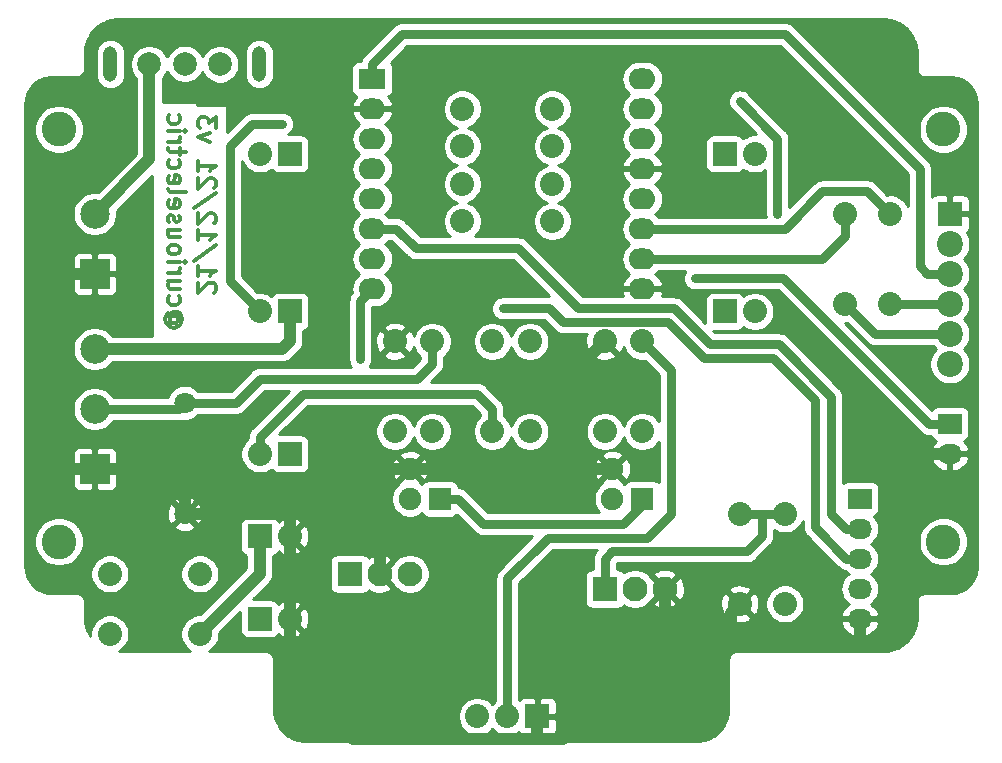
<source format=gbr>
G04 #@! TF.GenerationSoftware,KiCad,Pcbnew,(5.1.12)-1*
G04 #@! TF.CreationDate,2022-01-04T12:12:18+00:00*
G04 #@! TF.ProjectId,Lapse_O_Matic_PCB,4c617073-655f-44f5-9f4d-617469635f50,rev?*
G04 #@! TF.SameCoordinates,Original*
G04 #@! TF.FileFunction,Copper,L2,Bot*
G04 #@! TF.FilePolarity,Positive*
%FSLAX46Y46*%
G04 Gerber Fmt 4.6, Leading zero omitted, Abs format (unit mm)*
G04 Created by KiCad (PCBNEW (5.1.12)-1) date 2022-01-04 12:12:18*
%MOMM*%
%LPD*%
G01*
G04 APERTURE LIST*
G04 #@! TA.AperFunction,NonConductor*
%ADD10C,0.300000*%
G04 #@! TD*
G04 #@! TA.AperFunction,ComponentPad*
%ADD11C,2.934700*%
G04 #@! TD*
G04 #@! TA.AperFunction,ComponentPad*
%ADD12R,2.032000X2.032000*%
G04 #@! TD*
G04 #@! TA.AperFunction,ComponentPad*
%ADD13C,2.032000*%
G04 #@! TD*
G04 #@! TA.AperFunction,ComponentPad*
%ADD14O,2.286000X1.778000*%
G04 #@! TD*
G04 #@! TA.AperFunction,ComponentPad*
%ADD15R,2.286000X1.778000*%
G04 #@! TD*
G04 #@! TA.AperFunction,ComponentPad*
%ADD16R,2.100580X2.100580*%
G04 #@! TD*
G04 #@! TA.AperFunction,ComponentPad*
%ADD17C,2.199640*%
G04 #@! TD*
G04 #@! TA.AperFunction,ComponentPad*
%ADD18C,2.000000*%
G04 #@! TD*
G04 #@! TA.AperFunction,ComponentPad*
%ADD19O,1.200000X3.000000*%
G04 #@! TD*
G04 #@! TA.AperFunction,ComponentPad*
%ADD20C,1.800000*%
G04 #@! TD*
G04 #@! TA.AperFunction,ComponentPad*
%ADD21R,2.032000X1.727200*%
G04 #@! TD*
G04 #@! TA.AperFunction,ComponentPad*
%ADD22O,2.032000X1.727200*%
G04 #@! TD*
G04 #@! TA.AperFunction,ComponentPad*
%ADD23C,2.100580*%
G04 #@! TD*
G04 #@! TA.AperFunction,ComponentPad*
%ADD24C,1.905000*%
G04 #@! TD*
G04 #@! TA.AperFunction,ComponentPad*
%ADD25R,1.905000X1.905000*%
G04 #@! TD*
G04 #@! TA.AperFunction,ComponentPad*
%ADD26R,2.499360X2.499360*%
G04 #@! TD*
G04 #@! TA.AperFunction,ComponentPad*
%ADD27C,2.499360*%
G04 #@! TD*
G04 #@! TA.AperFunction,ViaPad*
%ADD28C,0.635000*%
G04 #@! TD*
G04 #@! TA.AperFunction,Conductor*
%ADD29C,1.000000*%
G04 #@! TD*
G04 #@! TA.AperFunction,Conductor*
%ADD30C,0.762000*%
G04 #@! TD*
G04 #@! TA.AperFunction,Conductor*
%ADD31C,0.254000*%
G04 #@! TD*
G04 #@! TA.AperFunction,Conductor*
%ADD32C,0.100000*%
G04 #@! TD*
G04 APERTURE END LIST*
D10*
X101516571Y-89216571D02*
X101588000Y-89145142D01*
X101659428Y-89002285D01*
X101659428Y-88645142D01*
X101588000Y-88502285D01*
X101516571Y-88430857D01*
X101373714Y-88359428D01*
X101230857Y-88359428D01*
X101016571Y-88430857D01*
X100159428Y-89288000D01*
X100159428Y-88359428D01*
X100159428Y-86930857D02*
X100159428Y-87788000D01*
X100159428Y-87359428D02*
X101659428Y-87359428D01*
X101445142Y-87502285D01*
X101302285Y-87645142D01*
X101230857Y-87788000D01*
X101730857Y-85216571D02*
X99802285Y-86502285D01*
X100159428Y-83930857D02*
X100159428Y-84788000D01*
X100159428Y-84359428D02*
X101659428Y-84359428D01*
X101445142Y-84502285D01*
X101302285Y-84645142D01*
X101230857Y-84788000D01*
X101516571Y-83359428D02*
X101588000Y-83288000D01*
X101659428Y-83145142D01*
X101659428Y-82788000D01*
X101588000Y-82645142D01*
X101516571Y-82573714D01*
X101373714Y-82502285D01*
X101230857Y-82502285D01*
X101016571Y-82573714D01*
X100159428Y-83430857D01*
X100159428Y-82502285D01*
X101730857Y-80788000D02*
X99802285Y-82073714D01*
X101516571Y-80359428D02*
X101588000Y-80288000D01*
X101659428Y-80145142D01*
X101659428Y-79788000D01*
X101588000Y-79645142D01*
X101516571Y-79573714D01*
X101373714Y-79502285D01*
X101230857Y-79502285D01*
X101016571Y-79573714D01*
X100159428Y-80430857D01*
X100159428Y-79502285D01*
X100159428Y-78073714D02*
X100159428Y-78930857D01*
X100159428Y-78502285D02*
X101659428Y-78502285D01*
X101445142Y-78645142D01*
X101302285Y-78788000D01*
X101230857Y-78930857D01*
X101159428Y-76430857D02*
X100159428Y-76073714D01*
X101159428Y-75716571D01*
X101659428Y-75288000D02*
X101659428Y-74359428D01*
X101088000Y-74859428D01*
X101088000Y-74645142D01*
X101016571Y-74502285D01*
X100945142Y-74430857D01*
X100802285Y-74359428D01*
X100445142Y-74359428D01*
X100302285Y-74430857D01*
X100230857Y-74502285D01*
X100159428Y-74645142D01*
X100159428Y-75073714D01*
X100230857Y-75216571D01*
X100302285Y-75288000D01*
X98333714Y-91185000D02*
X98405142Y-91256428D01*
X98476571Y-91399285D01*
X98476571Y-91542142D01*
X98405142Y-91685000D01*
X98333714Y-91756428D01*
X98190857Y-91827857D01*
X98048000Y-91827857D01*
X97905142Y-91756428D01*
X97833714Y-91685000D01*
X97762285Y-91542142D01*
X97762285Y-91399285D01*
X97833714Y-91256428D01*
X97905142Y-91185000D01*
X98476571Y-91185000D02*
X97905142Y-91185000D01*
X97833714Y-91113571D01*
X97833714Y-91042142D01*
X97905142Y-90899285D01*
X98048000Y-90827857D01*
X98405142Y-90827857D01*
X98619428Y-90970714D01*
X98762285Y-91185000D01*
X98833714Y-91470714D01*
X98762285Y-91756428D01*
X98619428Y-91970714D01*
X98405142Y-92113571D01*
X98119428Y-92185000D01*
X97833714Y-92113571D01*
X97619428Y-91970714D01*
X97476571Y-91756428D01*
X97405142Y-91470714D01*
X97476571Y-91185000D01*
X97619428Y-90970714D01*
X97690857Y-89542142D02*
X97619428Y-89685000D01*
X97619428Y-89970714D01*
X97690857Y-90113571D01*
X97762285Y-90185000D01*
X97905142Y-90256428D01*
X98333714Y-90256428D01*
X98476571Y-90185000D01*
X98548000Y-90113571D01*
X98619428Y-89970714D01*
X98619428Y-89685000D01*
X98548000Y-89542142D01*
X98619428Y-88256428D02*
X97619428Y-88256428D01*
X98619428Y-88899285D02*
X97833714Y-88899285D01*
X97690857Y-88827857D01*
X97619428Y-88685000D01*
X97619428Y-88470714D01*
X97690857Y-88327857D01*
X97762285Y-88256428D01*
X97619428Y-87542142D02*
X98619428Y-87542142D01*
X98333714Y-87542142D02*
X98476571Y-87470714D01*
X98548000Y-87399285D01*
X98619428Y-87256428D01*
X98619428Y-87113571D01*
X97619428Y-86613571D02*
X98619428Y-86613571D01*
X99119428Y-86613571D02*
X99048000Y-86685000D01*
X98976571Y-86613571D01*
X99048000Y-86542142D01*
X99119428Y-86613571D01*
X98976571Y-86613571D01*
X97619428Y-85685000D02*
X97690857Y-85827857D01*
X97762285Y-85899285D01*
X97905142Y-85970714D01*
X98333714Y-85970714D01*
X98476571Y-85899285D01*
X98548000Y-85827857D01*
X98619428Y-85685000D01*
X98619428Y-85470714D01*
X98548000Y-85327857D01*
X98476571Y-85256428D01*
X98333714Y-85185000D01*
X97905142Y-85185000D01*
X97762285Y-85256428D01*
X97690857Y-85327857D01*
X97619428Y-85470714D01*
X97619428Y-85685000D01*
X98619428Y-83899285D02*
X97619428Y-83899285D01*
X98619428Y-84542142D02*
X97833714Y-84542142D01*
X97690857Y-84470714D01*
X97619428Y-84327857D01*
X97619428Y-84113571D01*
X97690857Y-83970714D01*
X97762285Y-83899285D01*
X97690857Y-83256428D02*
X97619428Y-83113571D01*
X97619428Y-82827857D01*
X97690857Y-82685000D01*
X97833714Y-82613571D01*
X97905142Y-82613571D01*
X98048000Y-82685000D01*
X98119428Y-82827857D01*
X98119428Y-83042142D01*
X98190857Y-83185000D01*
X98333714Y-83256428D01*
X98405142Y-83256428D01*
X98548000Y-83185000D01*
X98619428Y-83042142D01*
X98619428Y-82827857D01*
X98548000Y-82685000D01*
X97690857Y-81399285D02*
X97619428Y-81542142D01*
X97619428Y-81827857D01*
X97690857Y-81970714D01*
X97833714Y-82042142D01*
X98405142Y-82042142D01*
X98548000Y-81970714D01*
X98619428Y-81827857D01*
X98619428Y-81542142D01*
X98548000Y-81399285D01*
X98405142Y-81327857D01*
X98262285Y-81327857D01*
X98119428Y-82042142D01*
X97619428Y-80470714D02*
X97690857Y-80613571D01*
X97833714Y-80685000D01*
X99119428Y-80685000D01*
X97690857Y-79327857D02*
X97619428Y-79470714D01*
X97619428Y-79756428D01*
X97690857Y-79899285D01*
X97833714Y-79970714D01*
X98405142Y-79970714D01*
X98548000Y-79899285D01*
X98619428Y-79756428D01*
X98619428Y-79470714D01*
X98548000Y-79327857D01*
X98405142Y-79256428D01*
X98262285Y-79256428D01*
X98119428Y-79970714D01*
X97690857Y-77970714D02*
X97619428Y-78113571D01*
X97619428Y-78399285D01*
X97690857Y-78542142D01*
X97762285Y-78613571D01*
X97905142Y-78685000D01*
X98333714Y-78685000D01*
X98476571Y-78613571D01*
X98548000Y-78542142D01*
X98619428Y-78399285D01*
X98619428Y-78113571D01*
X98548000Y-77970714D01*
X98619428Y-77542142D02*
X98619428Y-76970714D01*
X99119428Y-77327857D02*
X97833714Y-77327857D01*
X97690857Y-77256428D01*
X97619428Y-77113571D01*
X97619428Y-76970714D01*
X97619428Y-76470714D02*
X98619428Y-76470714D01*
X98333714Y-76470714D02*
X98476571Y-76399285D01*
X98548000Y-76327857D01*
X98619428Y-76185000D01*
X98619428Y-76042142D01*
X97619428Y-75542142D02*
X98619428Y-75542142D01*
X99119428Y-75542142D02*
X99048000Y-75613571D01*
X98976571Y-75542142D01*
X99048000Y-75470714D01*
X99119428Y-75542142D01*
X98976571Y-75542142D01*
X97690857Y-74185000D02*
X97619428Y-74327857D01*
X97619428Y-74613571D01*
X97690857Y-74756428D01*
X97762285Y-74827857D01*
X97905142Y-74899285D01*
X98333714Y-74899285D01*
X98476571Y-74827857D01*
X98548000Y-74756428D01*
X98619428Y-74613571D01*
X98619428Y-74327857D01*
X98548000Y-74185000D01*
D11*
X163281350Y-110294984D03*
X163281350Y-75401357D03*
X88387727Y-75401357D03*
X88387727Y-110294984D03*
D12*
X128905000Y-125095000D03*
D13*
X126365000Y-125095000D03*
X123825000Y-125095000D03*
D12*
X144780000Y-77470000D03*
D13*
X147320000Y-77470000D03*
X147320000Y-90805000D03*
D12*
X144780000Y-90805000D03*
D14*
X137795000Y-76200000D03*
X137795000Y-78740000D03*
X137795000Y-81280000D03*
X137795000Y-83820000D03*
X137795000Y-86360000D03*
X137795000Y-88900000D03*
X114935000Y-88900000D03*
X114935000Y-86360000D03*
X114935000Y-83820000D03*
X114935000Y-81280000D03*
X114935000Y-78740000D03*
X114935000Y-76200000D03*
X114935000Y-73660000D03*
D15*
X114935000Y-71120000D03*
D14*
X137795000Y-73660000D03*
X137795000Y-71120000D03*
D16*
X163830000Y-82550000D03*
D17*
X163830000Y-85090000D03*
X163830000Y-87630000D03*
X163830000Y-90170000D03*
X163830000Y-92710000D03*
X163830000Y-95250000D03*
D13*
X128270000Y-100965000D03*
X128270000Y-93345000D03*
D18*
X99060000Y-69850000D03*
X96052380Y-69875400D03*
X102052380Y-69875400D03*
D19*
X92752380Y-69875400D03*
X105352380Y-69875400D03*
D20*
X99060000Y-98552000D03*
X99060000Y-107950000D03*
D12*
X107950000Y-102870000D03*
D13*
X105410000Y-102870000D03*
D21*
X163830000Y-100330000D03*
D22*
X163830000Y-102870000D03*
D13*
X125095000Y-100965000D03*
X125095000Y-93345000D03*
X92710000Y-118110000D03*
X92710000Y-113030000D03*
X100330000Y-118110000D03*
X100330000Y-113030000D03*
X107950000Y-116840000D03*
D12*
X105410000Y-116840000D03*
X105410000Y-109855000D03*
D13*
X107950000Y-109855000D03*
D23*
X115570000Y-113030000D03*
X118110000Y-113030000D03*
D16*
X113030000Y-113030000D03*
D13*
X105410000Y-90805000D03*
D12*
X107950000Y-90805000D03*
X107950000Y-77470000D03*
D13*
X105410000Y-77470000D03*
X130175000Y-83185000D03*
X122555000Y-83185000D03*
X122555000Y-80010000D03*
X130175000Y-80010000D03*
X130175000Y-76835000D03*
X122555000Y-76835000D03*
X122555000Y-73660000D03*
X130175000Y-73660000D03*
D21*
X156210000Y-106680000D03*
D22*
X156210000Y-109220000D03*
X156210000Y-111760000D03*
X156210000Y-114300000D03*
X156210000Y-116840000D03*
D23*
X139700000Y-114300000D03*
X137160000Y-114300000D03*
D16*
X134620000Y-114300000D03*
D13*
X137795000Y-100965000D03*
X137795000Y-93345000D03*
X134620000Y-100965000D03*
X134620000Y-93345000D03*
X120015000Y-93345000D03*
X120015000Y-100965000D03*
X116840000Y-93345000D03*
X116840000Y-100965000D03*
X149860000Y-115570000D03*
X149860000Y-107950000D03*
X146050000Y-107950000D03*
X146050000Y-115570000D03*
D24*
X135255000Y-104140000D03*
X135255000Y-106680000D03*
D25*
X137795000Y-106680000D03*
X120650000Y-106680000D03*
D24*
X118110000Y-106680000D03*
X118110000Y-104140000D03*
D26*
X91440000Y-87630000D03*
D27*
X91440000Y-82550000D03*
D13*
X158750000Y-82550000D03*
X158750000Y-90170000D03*
X154940000Y-90170000D03*
X154940000Y-82550000D03*
D27*
X91440000Y-93980000D03*
D26*
X91440000Y-104140000D03*
D27*
X91440000Y-99060000D03*
D28*
X111760000Y-109220000D03*
X125984000Y-90551000D03*
X142240000Y-88011000D03*
X146050000Y-73025000D03*
X149225000Y-82550000D03*
X107315000Y-74930000D03*
X113919000Y-94869000D03*
D29*
X96052380Y-77937620D02*
X91440000Y-82550000D01*
X96052380Y-69875400D02*
X96052380Y-77937620D01*
X135255000Y-104140000D02*
X133604000Y-104140000D01*
X133604000Y-104140000D02*
X132715000Y-103251000D01*
X132715000Y-95250000D02*
X134620000Y-93345000D01*
X91440000Y-87630000D02*
X89535000Y-87630000D01*
X89535000Y-87630000D02*
X88265000Y-88900000D01*
X88265000Y-88900000D02*
X88265000Y-103505000D01*
X88900000Y-104140000D02*
X91440000Y-104140000D01*
X88265000Y-103505000D02*
X88900000Y-104140000D01*
X91440000Y-104140000D02*
X96520000Y-104140000D01*
X99060000Y-106680000D02*
X99060000Y-107950000D01*
X96520000Y-104140000D02*
X99060000Y-106680000D01*
X118110000Y-104140000D02*
X115570000Y-104140000D01*
X115570000Y-104140000D02*
X111760000Y-107950000D01*
X159385000Y-117475000D02*
X158115000Y-118745000D01*
X146531342Y-118745000D02*
X145261342Y-117475000D01*
X139700000Y-117475000D02*
X139700000Y-114300000D01*
X145261342Y-117475000D02*
X139700000Y-117475000D01*
X145261342Y-116358658D02*
X146050000Y-115570000D01*
X145261342Y-117475000D02*
X145261342Y-116358658D01*
X156210000Y-116840000D02*
X156210000Y-118745000D01*
X156210000Y-118745000D02*
X146531342Y-118745000D01*
X158115000Y-118745000D02*
X156210000Y-118745000D01*
X111760000Y-109220000D02*
X111760000Y-107950000D01*
X132715000Y-104140000D02*
X132715000Y-101727000D01*
X132715000Y-101727000D02*
X132715000Y-95250000D01*
X132715000Y-103251000D02*
X132715000Y-101727000D01*
X118110000Y-104140000D02*
X132715000Y-104140000D01*
X132715000Y-104140000D02*
X135255000Y-104140000D01*
X159385000Y-108966000D02*
X159385000Y-105664000D01*
X162179000Y-102870000D02*
X163830000Y-102870000D01*
X159385000Y-105664000D02*
X162179000Y-102870000D01*
X159385000Y-108966000D02*
X159385000Y-117475000D01*
X159385000Y-115570000D02*
X159385000Y-108966000D01*
X111760000Y-107950000D02*
X108585000Y-107950000D01*
X107950000Y-116840000D02*
X107950000Y-109855000D01*
X107950000Y-109855000D02*
X107950000Y-107950000D01*
X107950000Y-107950000D02*
X108585000Y-107950000D01*
X99060000Y-107950000D02*
X107950000Y-107950000D01*
X111760000Y-109220000D02*
X113538000Y-109220000D01*
X115570000Y-111252000D02*
X115570000Y-113030000D01*
X113538000Y-109220000D02*
X115570000Y-111252000D01*
X107950000Y-116840000D02*
X107950000Y-121666000D01*
X107950000Y-121666000D02*
X112268000Y-125984000D01*
X112268000Y-125984000D02*
X112876001Y-126592001D01*
X133477000Y-120015000D02*
X136017000Y-117475000D01*
X133477000Y-124587000D02*
X133477000Y-120015000D01*
X131064000Y-127000000D02*
X133477000Y-124587000D01*
X112268000Y-125984000D02*
X113284000Y-127000000D01*
X139700000Y-117475000D02*
X136017000Y-117475000D01*
X128905000Y-125095000D02*
X128905000Y-127000000D01*
X128905000Y-127000000D02*
X131064000Y-127000000D01*
X113284000Y-127000000D02*
X128905000Y-127000000D01*
X91440000Y-93980000D02*
X107315000Y-93980000D01*
X107950000Y-93345000D02*
X107950000Y-90805000D01*
X107315000Y-93980000D02*
X107950000Y-93345000D01*
X105410000Y-113030000D02*
X105410000Y-109855000D01*
X100330000Y-118110000D02*
X105410000Y-113030000D01*
D30*
X126365000Y-125095000D02*
X126365000Y-113411000D01*
X126365000Y-113411000D02*
X129794000Y-109982000D01*
X129794000Y-109982000D02*
X138176000Y-109982000D01*
X138176000Y-109982000D02*
X140208000Y-107950000D01*
X140208000Y-95758000D02*
X137795000Y-93345000D01*
X140208000Y-107950000D02*
X140208000Y-95758000D01*
X98552000Y-99060000D02*
X99060000Y-98552000D01*
X91440000Y-99060000D02*
X98552000Y-99060000D01*
X99060000Y-98552000D02*
X103378000Y-98552000D01*
X103378000Y-98552000D02*
X105410000Y-96520000D01*
X105410000Y-96520000D02*
X118745000Y-96520000D01*
X120015000Y-95250000D02*
X120015000Y-93345000D01*
X118745000Y-96520000D02*
X120015000Y-95250000D01*
X105410000Y-101433160D02*
X109053160Y-97790000D01*
X105410000Y-102870000D02*
X105410000Y-101433160D01*
X109053160Y-97790000D02*
X123825000Y-97790000D01*
X125095000Y-99060000D02*
X125095000Y-100965000D01*
X123825000Y-97790000D02*
X125095000Y-99060000D01*
X156210000Y-111760000D02*
X155067000Y-111760000D01*
X155067000Y-111760000D02*
X152400000Y-109093000D01*
X152400000Y-109093000D02*
X152400000Y-98298000D01*
X152400000Y-98298000D02*
X148844000Y-94742000D01*
X148844000Y-94742000D02*
X143002000Y-94742000D01*
X143002000Y-94742000D02*
X139954000Y-91694000D01*
X139954000Y-91694000D02*
X131064000Y-91694000D01*
X129921000Y-90551000D02*
X125984000Y-90551000D01*
X131064000Y-91694000D02*
X129921000Y-90551000D01*
X156210000Y-109220000D02*
X155321000Y-109220000D01*
X156210000Y-109220000D02*
X155067000Y-109220000D01*
X155067000Y-109220000D02*
X153797000Y-107950000D01*
X153797000Y-107950000D02*
X153797000Y-98044000D01*
X153797000Y-98044000D02*
X149352000Y-93599000D01*
X149352000Y-93599000D02*
X143510000Y-93599000D01*
X143510000Y-93599000D02*
X140462000Y-90551000D01*
X140462000Y-90551000D02*
X132334000Y-90551000D01*
X132334000Y-90551000D02*
X127254000Y-85471000D01*
X127254000Y-85471000D02*
X118618000Y-85471000D01*
X116967000Y-83820000D02*
X114935000Y-83820000D01*
X118618000Y-85471000D02*
X116967000Y-83820000D01*
X114935000Y-69850000D02*
X114935000Y-71120000D01*
X117475000Y-67310000D02*
X114935000Y-69850000D01*
X149860000Y-67310000D02*
X117475000Y-67310000D01*
X161290000Y-78740000D02*
X149860000Y-67310000D01*
X161290000Y-86995000D02*
X161290000Y-78740000D01*
X161925000Y-87630000D02*
X161290000Y-86995000D01*
X163830000Y-87630000D02*
X161925000Y-87630000D01*
X137795000Y-83820000D02*
X149860000Y-83820000D01*
X149860000Y-83820000D02*
X153035000Y-80645000D01*
X156845000Y-80645000D02*
X158750000Y-82550000D01*
X153035000Y-80645000D02*
X156845000Y-80645000D01*
X137795000Y-86360000D02*
X153035000Y-86360000D01*
X154940000Y-84455000D02*
X154940000Y-82550000D01*
X153035000Y-86360000D02*
X154940000Y-84455000D01*
X162052000Y-100330000D02*
X149733000Y-88011000D01*
X163830000Y-100330000D02*
X162052000Y-100330000D01*
X149733000Y-88011000D02*
X142240000Y-88011000D01*
X137795000Y-106680000D02*
X137795000Y-107188000D01*
X137795000Y-107188000D02*
X136144000Y-108839000D01*
X136144000Y-108839000D02*
X124333000Y-108839000D01*
X122174000Y-106680000D02*
X120650000Y-106680000D01*
X124333000Y-108839000D02*
X122174000Y-106680000D01*
X146050000Y-73025000D02*
X149225000Y-76200000D01*
X149225000Y-76200000D02*
X149225000Y-82550000D01*
X107315000Y-74930000D02*
X104775000Y-74930000D01*
X104775000Y-74930000D02*
X102870000Y-76835000D01*
X102870000Y-88265000D02*
X105410000Y-90805000D01*
X102870000Y-76835000D02*
X102870000Y-88265000D01*
X134620000Y-114300000D02*
X134620000Y-111760000D01*
X134620000Y-111760000D02*
X135255000Y-111125000D01*
X135255000Y-111125000D02*
X146685000Y-111125000D01*
X147955000Y-109855000D02*
X147955000Y-107950000D01*
X146685000Y-111125000D02*
X147955000Y-109855000D01*
X147955000Y-107950000D02*
X146050000Y-107950000D01*
X149860000Y-107950000D02*
X147955000Y-107950000D01*
X158750000Y-90170000D02*
X163830000Y-90170000D01*
X157480000Y-92710000D02*
X154940000Y-90170000D01*
X163830000Y-92710000D02*
X157480000Y-92710000D01*
X113919000Y-89916000D02*
X114935000Y-88900000D01*
X113919000Y-94869000D02*
X113919000Y-89916000D01*
D31*
X158292025Y-66077899D02*
X158440050Y-66089071D01*
X158585587Y-66107440D01*
X158728434Y-66132802D01*
X158868421Y-66164988D01*
X159005878Y-66203853D01*
X159140236Y-66249137D01*
X159271684Y-66300776D01*
X159399725Y-66358437D01*
X159524284Y-66422126D01*
X159645644Y-66491689D01*
X159762852Y-66566668D01*
X159876230Y-66647209D01*
X159985458Y-66732902D01*
X160090379Y-66823820D01*
X160190952Y-66919557D01*
X160286565Y-67019962D01*
X160377598Y-67125002D01*
X160463137Y-67233965D01*
X160543483Y-67347260D01*
X160618612Y-67464727D01*
X160688099Y-67585868D01*
X160751946Y-67710885D01*
X160809733Y-67838741D01*
X160861047Y-67969666D01*
X160906460Y-68104490D01*
X160945419Y-68242108D01*
X160977612Y-68381883D01*
X161002852Y-68524681D01*
X161021315Y-68670369D01*
X161032451Y-68817900D01*
X161036321Y-68976879D01*
X161036320Y-70257281D01*
X161033006Y-70290928D01*
X161046232Y-70425211D01*
X161085401Y-70554334D01*
X161149008Y-70673335D01*
X161234609Y-70777639D01*
X161326996Y-70853460D01*
X161338913Y-70863240D01*
X161457914Y-70926847D01*
X161587037Y-70966016D01*
X161721320Y-70979242D01*
X161754967Y-70975928D01*
X163847122Y-70975928D01*
X163972930Y-70979090D01*
X164088325Y-70987796D01*
X164201599Y-71002112D01*
X164313030Y-71021882D01*
X164421998Y-71046937D01*
X164529130Y-71077229D01*
X164633838Y-71112490D01*
X164735880Y-71152579D01*
X164835685Y-71197613D01*
X164933013Y-71247249D01*
X165027131Y-71301272D01*
X165118503Y-71359700D01*
X165206802Y-71422464D01*
X165291881Y-71489171D01*
X165373494Y-71559962D01*
X165451774Y-71634450D01*
X165526383Y-71712921D01*
X165597246Y-71794546D01*
X165664053Y-71879831D01*
X165726954Y-71968096D01*
X165785092Y-72059139D01*
X165839302Y-72153550D01*
X165888959Y-72250837D01*
X165933852Y-72350330D01*
X165973832Y-72452300D01*
X166009283Y-72557633D01*
X166039621Y-72664422D01*
X166064520Y-72773333D01*
X166084442Y-72884934D01*
X166098657Y-72998051D01*
X166107423Y-73113434D01*
X166110494Y-73239098D01*
X166110493Y-112389929D01*
X166107422Y-112515804D01*
X166098657Y-112631178D01*
X166084457Y-112744178D01*
X166064515Y-112855683D01*
X166039585Y-112964933D01*
X166009283Y-113071595D01*
X165973828Y-113176942D01*
X165933855Y-113278893D01*
X165889079Y-113378126D01*
X165839303Y-113475443D01*
X165785092Y-113570060D01*
X165726950Y-113660905D01*
X165664058Y-113749360D01*
X165597238Y-113834459D01*
X165526094Y-113916611D01*
X165451870Y-113994678D01*
X165373497Y-114069193D01*
X165291883Y-114140047D01*
X165206991Y-114206546D01*
X165118329Y-114269526D01*
X165026811Y-114328170D01*
X164933366Y-114381826D01*
X164836090Y-114431274D01*
X164735556Y-114476637D01*
X164633563Y-114516829D01*
X164529367Y-114551896D01*
X164421999Y-114582195D01*
X164313097Y-114607296D01*
X164201486Y-114627016D01*
X164088370Y-114641434D01*
X163972988Y-114649997D01*
X163846760Y-114653300D01*
X161754967Y-114653300D01*
X161721320Y-114649986D01*
X161687673Y-114653300D01*
X161587037Y-114663212D01*
X161457914Y-114702381D01*
X161338913Y-114765988D01*
X161234609Y-114851589D01*
X161149008Y-114955893D01*
X161085401Y-115074894D01*
X161046232Y-115204017D01*
X161033006Y-115338300D01*
X161036321Y-115371957D01*
X161036320Y-116652368D01*
X161032450Y-116811233D01*
X161021314Y-116958802D01*
X161002855Y-117104542D01*
X160977614Y-117247218D01*
X160945404Y-117387150D01*
X160906473Y-117524692D01*
X160861065Y-117659415D01*
X160809693Y-117790506D01*
X160751954Y-117918343D01*
X160688117Y-118043235D01*
X160618535Y-118164625D01*
X160543479Y-118282023D01*
X160463139Y-118395266D01*
X160377642Y-118504217D01*
X160286737Y-118609024D01*
X160190906Y-118709572D01*
X160090385Y-118805388D01*
X159985614Y-118896047D01*
X159876038Y-118982036D01*
X159762749Y-119062621D01*
X159645717Y-119137445D01*
X159524322Y-119207028D01*
X159399856Y-119270648D01*
X159271611Y-119328359D01*
X159140054Y-119380126D01*
X159005788Y-119425379D01*
X158868612Y-119464208D01*
X158728531Y-119496288D01*
X158585244Y-119521813D01*
X158439889Y-119540223D01*
X158292328Y-119551360D01*
X158133460Y-119555230D01*
X145799554Y-119555230D01*
X145765907Y-119551916D01*
X145732260Y-119555230D01*
X145631624Y-119565142D01*
X145502501Y-119604311D01*
X145383500Y-119667918D01*
X145279196Y-119753519D01*
X145193595Y-119857823D01*
X145129988Y-119976824D01*
X145090819Y-120105947D01*
X145077593Y-120240230D01*
X145080908Y-120273887D01*
X145080907Y-124388024D01*
X145076837Y-124541297D01*
X145065885Y-124684754D01*
X145048401Y-124825055D01*
X145024042Y-124962312D01*
X144993267Y-125096578D01*
X144955433Y-125229002D01*
X144911671Y-125359433D01*
X144861752Y-125486462D01*
X144806282Y-125610154D01*
X144745824Y-125728768D01*
X144678350Y-125845411D01*
X144605676Y-125959549D01*
X144528587Y-126067897D01*
X144445544Y-126173782D01*
X144358441Y-126274627D01*
X144265681Y-126371651D01*
X144169487Y-126463828D01*
X144068693Y-126550465D01*
X143962023Y-126634339D01*
X143853881Y-126711343D01*
X143740367Y-126783541D01*
X143623110Y-126851246D01*
X143504059Y-126912035D01*
X143381026Y-126967421D01*
X143253542Y-127017305D01*
X143123569Y-127061338D01*
X142992150Y-127098464D01*
X142856386Y-127129582D01*
X142719114Y-127154155D01*
X142579830Y-127171513D01*
X142436380Y-127182250D01*
X142282599Y-127186333D01*
X109386363Y-127186333D01*
X109232835Y-127182250D01*
X109089243Y-127171503D01*
X108949365Y-127154124D01*
X108812160Y-127129601D01*
X108676752Y-127098467D01*
X108544567Y-127061244D01*
X108415240Y-127017429D01*
X108288270Y-126967579D01*
X108164899Y-126912040D01*
X108045348Y-126850997D01*
X107927601Y-126783256D01*
X107814538Y-126711345D01*
X107706401Y-126634345D01*
X107600565Y-126551127D01*
X107499922Y-126464073D01*
X107402764Y-126371379D01*
X107310196Y-126274332D01*
X107222363Y-126173134D01*
X107139828Y-126067896D01*
X107062739Y-125959548D01*
X106990325Y-125845818D01*
X106923066Y-125729178D01*
X106862169Y-125609702D01*
X106806685Y-125486452D01*
X106756801Y-125358968D01*
X106712768Y-125228995D01*
X106675499Y-125097072D01*
X106644288Y-124961825D01*
X106619835Y-124824042D01*
X106602052Y-124684742D01*
X106591643Y-124542836D01*
X106587774Y-124388530D01*
X106587774Y-120273877D01*
X106591088Y-120240230D01*
X106585656Y-120185074D01*
X106577862Y-120105947D01*
X106538693Y-119976824D01*
X106475086Y-119857823D01*
X106446900Y-119823479D01*
X106389485Y-119753519D01*
X106285181Y-119667918D01*
X106166180Y-119604311D01*
X106037057Y-119565142D01*
X105936421Y-119555230D01*
X105902774Y-119551916D01*
X105869127Y-119555230D01*
X101138782Y-119555230D01*
X101382451Y-119392415D01*
X101612415Y-119162451D01*
X101793097Y-118892042D01*
X101917553Y-118591579D01*
X101981000Y-118272609D01*
X101981000Y-118064131D01*
X103755928Y-116289204D01*
X103755928Y-117856000D01*
X103768188Y-117980482D01*
X103804498Y-118100180D01*
X103863463Y-118210494D01*
X103942815Y-118307185D01*
X104039506Y-118386537D01*
X104149820Y-118445502D01*
X104269518Y-118481812D01*
X104394000Y-118494072D01*
X106426000Y-118494072D01*
X106550482Y-118481812D01*
X106670180Y-118445502D01*
X106780494Y-118386537D01*
X106877185Y-118307185D01*
X106956537Y-118210494D01*
X107015502Y-118100180D01*
X107019532Y-118086896D01*
X107080478Y-118252860D01*
X107372821Y-118395348D01*
X107687344Y-118478064D01*
X108011962Y-118497831D01*
X108334198Y-118453888D01*
X108641670Y-118347924D01*
X108819522Y-118252860D01*
X108917218Y-117986823D01*
X107950000Y-117019605D01*
X107935858Y-117033748D01*
X107756253Y-116854143D01*
X107770395Y-116840000D01*
X108129605Y-116840000D01*
X109096823Y-117807218D01*
X109362860Y-117709522D01*
X109505348Y-117417179D01*
X109588064Y-117102656D01*
X109607831Y-116778038D01*
X109563888Y-116455802D01*
X109457924Y-116148330D01*
X109362860Y-115970478D01*
X109096823Y-115872782D01*
X108129605Y-116840000D01*
X107770395Y-116840000D01*
X107756253Y-116825858D01*
X107935858Y-116646253D01*
X107950000Y-116660395D01*
X108917218Y-115693177D01*
X108819522Y-115427140D01*
X108527179Y-115284652D01*
X108212656Y-115201936D01*
X107888038Y-115182169D01*
X107565802Y-115226112D01*
X107258330Y-115332076D01*
X107080478Y-115427140D01*
X107019532Y-115593104D01*
X107015502Y-115579820D01*
X106956537Y-115469506D01*
X106877185Y-115372815D01*
X106780494Y-115293463D01*
X106670180Y-115234498D01*
X106550482Y-115198188D01*
X106426000Y-115185928D01*
X104859204Y-115185928D01*
X106173141Y-113871991D01*
X106216449Y-113836449D01*
X106358284Y-113663623D01*
X106463676Y-113466447D01*
X106528577Y-113252499D01*
X106545000Y-113085752D01*
X106545000Y-113085751D01*
X106550491Y-113030000D01*
X106545000Y-112974249D01*
X106545000Y-111979710D01*
X111341638Y-111979710D01*
X111341638Y-114080290D01*
X111353898Y-114204772D01*
X111390208Y-114324470D01*
X111449173Y-114434784D01*
X111528525Y-114531475D01*
X111625216Y-114610827D01*
X111735530Y-114669792D01*
X111855228Y-114706102D01*
X111979710Y-114718362D01*
X114080290Y-114718362D01*
X114204772Y-114706102D01*
X114324470Y-114669792D01*
X114434784Y-114610827D01*
X114531475Y-114531475D01*
X114610827Y-114434784D01*
X114643477Y-114373702D01*
X114680167Y-114470815D01*
X114978354Y-114616728D01*
X115299277Y-114701664D01*
X115630604Y-114722359D01*
X115959602Y-114678018D01*
X116273629Y-114570344D01*
X116459833Y-114470815D01*
X116561668Y-114201273D01*
X115570000Y-113209605D01*
X115555858Y-113223748D01*
X115376253Y-113044143D01*
X115390395Y-113030000D01*
X115749605Y-113030000D01*
X116741273Y-114021668D01*
X116744832Y-114020323D01*
X116800950Y-114104310D01*
X117035690Y-114339050D01*
X117311716Y-114523484D01*
X117618419Y-114650525D01*
X117944013Y-114715290D01*
X118275987Y-114715290D01*
X118601581Y-114650525D01*
X118908284Y-114523484D01*
X119184310Y-114339050D01*
X119419050Y-114104310D01*
X119603484Y-113828284D01*
X119730525Y-113521581D01*
X119795290Y-113195987D01*
X119795290Y-112864013D01*
X119730525Y-112538419D01*
X119603484Y-112231716D01*
X119419050Y-111955690D01*
X119184310Y-111720950D01*
X118908284Y-111536516D01*
X118601581Y-111409475D01*
X118275987Y-111344710D01*
X117944013Y-111344710D01*
X117618419Y-111409475D01*
X117311716Y-111536516D01*
X117035690Y-111720950D01*
X116800950Y-111955690D01*
X116744832Y-112039677D01*
X116741273Y-112038332D01*
X115749605Y-113030000D01*
X115390395Y-113030000D01*
X115376253Y-113015858D01*
X115555858Y-112836253D01*
X115570000Y-112850395D01*
X116561668Y-111858727D01*
X116459833Y-111589185D01*
X116161646Y-111443272D01*
X115840723Y-111358336D01*
X115509396Y-111337641D01*
X115180398Y-111381982D01*
X114866371Y-111489656D01*
X114680167Y-111589185D01*
X114643477Y-111686298D01*
X114610827Y-111625216D01*
X114531475Y-111528525D01*
X114434784Y-111449173D01*
X114324470Y-111390208D01*
X114204772Y-111353898D01*
X114080290Y-111341638D01*
X111979710Y-111341638D01*
X111855228Y-111353898D01*
X111735530Y-111390208D01*
X111625216Y-111449173D01*
X111528525Y-111528525D01*
X111449173Y-111625216D01*
X111390208Y-111735530D01*
X111353898Y-111855228D01*
X111341638Y-111979710D01*
X106545000Y-111979710D01*
X106545000Y-111497352D01*
X106550482Y-111496812D01*
X106670180Y-111460502D01*
X106780494Y-111401537D01*
X106877185Y-111322185D01*
X106956537Y-111225494D01*
X107015502Y-111115180D01*
X107019532Y-111101896D01*
X107080478Y-111267860D01*
X107372821Y-111410348D01*
X107687344Y-111493064D01*
X108011962Y-111512831D01*
X108334198Y-111468888D01*
X108641670Y-111362924D01*
X108819522Y-111267860D01*
X108917218Y-111001823D01*
X107950000Y-110034605D01*
X107935858Y-110048748D01*
X107756253Y-109869143D01*
X107770395Y-109855000D01*
X108129605Y-109855000D01*
X109096823Y-110822218D01*
X109362860Y-110724522D01*
X109505348Y-110432179D01*
X109588064Y-110117656D01*
X109607831Y-109793038D01*
X109563888Y-109470802D01*
X109457924Y-109163330D01*
X109362860Y-108985478D01*
X109096823Y-108887782D01*
X108129605Y-109855000D01*
X107770395Y-109855000D01*
X107756253Y-109840858D01*
X107935858Y-109661253D01*
X107950000Y-109675395D01*
X108917218Y-108708177D01*
X108819522Y-108442140D01*
X108527179Y-108299652D01*
X108212656Y-108216936D01*
X107888038Y-108197169D01*
X107565802Y-108241112D01*
X107258330Y-108347076D01*
X107080478Y-108442140D01*
X107019532Y-108608104D01*
X107015502Y-108594820D01*
X106956537Y-108484506D01*
X106877185Y-108387815D01*
X106780494Y-108308463D01*
X106670180Y-108249498D01*
X106550482Y-108213188D01*
X106426000Y-108200928D01*
X104394000Y-108200928D01*
X104269518Y-108213188D01*
X104149820Y-108249498D01*
X104039506Y-108308463D01*
X103942815Y-108387815D01*
X103863463Y-108484506D01*
X103804498Y-108594820D01*
X103768188Y-108714518D01*
X103755928Y-108839000D01*
X103755928Y-110871000D01*
X103768188Y-110995482D01*
X103804498Y-111115180D01*
X103863463Y-111225494D01*
X103942815Y-111322185D01*
X104039506Y-111401537D01*
X104149820Y-111460502D01*
X104269518Y-111496812D01*
X104275000Y-111497352D01*
X104275000Y-112559868D01*
X100375869Y-116459000D01*
X100167391Y-116459000D01*
X99848421Y-116522447D01*
X99547958Y-116646903D01*
X99277549Y-116827585D01*
X99047585Y-117057549D01*
X98866903Y-117327958D01*
X98742447Y-117628421D01*
X98679000Y-117947391D01*
X98679000Y-118272609D01*
X98742447Y-118591579D01*
X98866903Y-118892042D01*
X99047585Y-119162451D01*
X99277549Y-119392415D01*
X99521218Y-119555230D01*
X93518782Y-119555230D01*
X93762451Y-119392415D01*
X93992415Y-119162451D01*
X94173097Y-118892042D01*
X94297553Y-118591579D01*
X94361000Y-118272609D01*
X94361000Y-117947391D01*
X94297553Y-117628421D01*
X94173097Y-117327958D01*
X93992415Y-117057549D01*
X93762451Y-116827585D01*
X93492042Y-116646903D01*
X93191579Y-116522447D01*
X92872609Y-116459000D01*
X92547391Y-116459000D01*
X92228421Y-116522447D01*
X91927958Y-116646903D01*
X91657549Y-116827585D01*
X91427585Y-117057549D01*
X91246903Y-117327958D01*
X91122447Y-117628421D01*
X91059000Y-117947391D01*
X91059000Y-118262007D01*
X90996659Y-118164555D01*
X90927091Y-118043186D01*
X90863406Y-117918637D01*
X90805748Y-117790603D01*
X90754088Y-117659101D01*
X90708800Y-117524797D01*
X90669999Y-117387490D01*
X90637773Y-117247117D01*
X90612396Y-117104403D01*
X90594032Y-116958900D01*
X90582844Y-116810947D01*
X90578862Y-116652120D01*
X90578862Y-115371947D01*
X90582176Y-115338300D01*
X90568950Y-115204017D01*
X90529781Y-115074894D01*
X90466174Y-114955893D01*
X90380573Y-114851589D01*
X90276269Y-114765988D01*
X90157268Y-114702381D01*
X90028145Y-114663212D01*
X89927509Y-114653300D01*
X89893862Y-114649986D01*
X89860215Y-114653300D01*
X87821804Y-114653300D01*
X87695454Y-114649996D01*
X87580105Y-114641433D01*
X87466972Y-114627020D01*
X87355522Y-114607302D01*
X87246439Y-114582179D01*
X87139147Y-114551901D01*
X87034978Y-114516836D01*
X86932863Y-114476597D01*
X86832414Y-114431309D01*
X86735341Y-114381892D01*
X86641715Y-114328167D01*
X86550206Y-114269490D01*
X86461484Y-114206539D01*
X86376597Y-114139964D01*
X86294849Y-114069134D01*
X86216689Y-113994706D01*
X86142270Y-113916541D01*
X86071248Y-113834458D01*
X86004529Y-113749566D01*
X85941781Y-113661086D01*
X85883320Y-113569868D01*
X85829305Y-113475595D01*
X85779589Y-113378276D01*
X85734656Y-113278694D01*
X85694543Y-113176592D01*
X85659276Y-113071923D01*
X85629065Y-112965011D01*
X85606661Y-112867391D01*
X91059000Y-112867391D01*
X91059000Y-113192609D01*
X91122447Y-113511579D01*
X91246903Y-113812042D01*
X91427585Y-114082451D01*
X91657549Y-114312415D01*
X91927958Y-114493097D01*
X92228421Y-114617553D01*
X92547391Y-114681000D01*
X92872609Y-114681000D01*
X93191579Y-114617553D01*
X93492042Y-114493097D01*
X93762451Y-114312415D01*
X93992415Y-114082451D01*
X94173097Y-113812042D01*
X94297553Y-113511579D01*
X94361000Y-113192609D01*
X94361000Y-112867391D01*
X98679000Y-112867391D01*
X98679000Y-113192609D01*
X98742447Y-113511579D01*
X98866903Y-113812042D01*
X99047585Y-114082451D01*
X99277549Y-114312415D01*
X99547958Y-114493097D01*
X99848421Y-114617553D01*
X100167391Y-114681000D01*
X100492609Y-114681000D01*
X100811579Y-114617553D01*
X101112042Y-114493097D01*
X101382451Y-114312415D01*
X101612415Y-114082451D01*
X101793097Y-113812042D01*
X101917553Y-113511579D01*
X101981000Y-113192609D01*
X101981000Y-112867391D01*
X101917553Y-112548421D01*
X101793097Y-112247958D01*
X101612415Y-111977549D01*
X101382451Y-111747585D01*
X101112042Y-111566903D01*
X100811579Y-111442447D01*
X100492609Y-111379000D01*
X100167391Y-111379000D01*
X99848421Y-111442447D01*
X99547958Y-111566903D01*
X99277549Y-111747585D01*
X99047585Y-111977549D01*
X98866903Y-112247958D01*
X98742447Y-112548421D01*
X98679000Y-112867391D01*
X94361000Y-112867391D01*
X94297553Y-112548421D01*
X94173097Y-112247958D01*
X93992415Y-111977549D01*
X93762451Y-111747585D01*
X93492042Y-111566903D01*
X93191579Y-111442447D01*
X92872609Y-111379000D01*
X92547391Y-111379000D01*
X92228421Y-111442447D01*
X91927958Y-111566903D01*
X91657549Y-111747585D01*
X91427585Y-111977549D01*
X91246903Y-112247958D01*
X91122447Y-112548421D01*
X91059000Y-112867391D01*
X85606661Y-112867391D01*
X85603960Y-112855623D01*
X85584174Y-112744302D01*
X85569870Y-112631133D01*
X85561161Y-112515696D01*
X85557976Y-112389606D01*
X85557976Y-110087921D01*
X86285377Y-110087921D01*
X86285377Y-110502047D01*
X86366169Y-110908217D01*
X86524649Y-111290820D01*
X86754725Y-111635154D01*
X87047557Y-111927986D01*
X87391891Y-112158062D01*
X87774494Y-112316542D01*
X88180664Y-112397334D01*
X88594790Y-112397334D01*
X89000960Y-112316542D01*
X89383563Y-112158062D01*
X89727897Y-111927986D01*
X90020729Y-111635154D01*
X90250805Y-111290820D01*
X90409285Y-110908217D01*
X90490077Y-110502047D01*
X90490077Y-110087921D01*
X90409285Y-109681751D01*
X90250805Y-109299148D01*
X90060330Y-109014080D01*
X98175525Y-109014080D01*
X98259208Y-109268261D01*
X98531775Y-109399158D01*
X98824642Y-109474365D01*
X99126553Y-109490991D01*
X99425907Y-109448397D01*
X99711199Y-109348222D01*
X99860792Y-109268261D01*
X99944475Y-109014080D01*
X99060000Y-108129605D01*
X98175525Y-109014080D01*
X90060330Y-109014080D01*
X90020729Y-108954814D01*
X89727897Y-108661982D01*
X89383563Y-108431906D01*
X89000960Y-108273426D01*
X88594790Y-108192634D01*
X88180664Y-108192634D01*
X87774494Y-108273426D01*
X87391891Y-108431906D01*
X87047557Y-108661982D01*
X86754725Y-108954814D01*
X86524649Y-109299148D01*
X86366169Y-109681751D01*
X86285377Y-110087921D01*
X85557976Y-110087921D01*
X85557976Y-108016553D01*
X97519009Y-108016553D01*
X97561603Y-108315907D01*
X97661778Y-108601199D01*
X97741739Y-108750792D01*
X97995920Y-108834475D01*
X98880395Y-107950000D01*
X99239605Y-107950000D01*
X100124080Y-108834475D01*
X100378261Y-108750792D01*
X100509158Y-108478225D01*
X100584365Y-108185358D01*
X100600991Y-107883447D01*
X100558397Y-107584093D01*
X100458222Y-107298801D01*
X100378261Y-107149208D01*
X100124080Y-107065525D01*
X99239605Y-107950000D01*
X98880395Y-107950000D01*
X97995920Y-107065525D01*
X97741739Y-107149208D01*
X97610842Y-107421775D01*
X97535635Y-107714642D01*
X97519009Y-108016553D01*
X85557976Y-108016553D01*
X85557976Y-106885920D01*
X98175525Y-106885920D01*
X99060000Y-107770395D01*
X99944475Y-106885920D01*
X99860792Y-106631739D01*
X99588225Y-106500842D01*
X99295358Y-106425635D01*
X98993447Y-106409009D01*
X98694093Y-106451603D01*
X98408801Y-106551778D01*
X98259208Y-106631739D01*
X98175525Y-106885920D01*
X85557976Y-106885920D01*
X85557976Y-105389680D01*
X89552248Y-105389680D01*
X89564508Y-105514162D01*
X89600818Y-105633860D01*
X89659783Y-105744174D01*
X89739135Y-105840865D01*
X89835826Y-105920217D01*
X89946140Y-105979182D01*
X90065838Y-106015492D01*
X90190320Y-106027752D01*
X91154250Y-106024680D01*
X91313000Y-105865930D01*
X91313000Y-104267000D01*
X91567000Y-104267000D01*
X91567000Y-105865930D01*
X91725750Y-106024680D01*
X92689680Y-106027752D01*
X92814162Y-106015492D01*
X92933860Y-105979182D01*
X93044174Y-105920217D01*
X93140865Y-105840865D01*
X93220217Y-105744174D01*
X93279182Y-105633860D01*
X93315492Y-105514162D01*
X93327752Y-105389680D01*
X93324680Y-104425750D01*
X93165930Y-104267000D01*
X91567000Y-104267000D01*
X91313000Y-104267000D01*
X89714070Y-104267000D01*
X89555320Y-104425750D01*
X89552248Y-105389680D01*
X85557976Y-105389680D01*
X85557976Y-102890320D01*
X89552248Y-102890320D01*
X89555320Y-103854250D01*
X89714070Y-104013000D01*
X91313000Y-104013000D01*
X91313000Y-102414070D01*
X91567000Y-102414070D01*
X91567000Y-104013000D01*
X93165930Y-104013000D01*
X93324680Y-103854250D01*
X93327752Y-102890320D01*
X93315492Y-102765838D01*
X93279182Y-102646140D01*
X93220217Y-102535826D01*
X93140865Y-102439135D01*
X93044174Y-102359783D01*
X92933860Y-102300818D01*
X92814162Y-102264508D01*
X92689680Y-102252248D01*
X91725750Y-102255320D01*
X91567000Y-102414070D01*
X91313000Y-102414070D01*
X91154250Y-102255320D01*
X90190320Y-102252248D01*
X90065838Y-102264508D01*
X89946140Y-102300818D01*
X89835826Y-102359783D01*
X89739135Y-102439135D01*
X89659783Y-102535826D01*
X89600818Y-102646140D01*
X89564508Y-102765838D01*
X89552248Y-102890320D01*
X85557976Y-102890320D01*
X85557976Y-98874375D01*
X89555320Y-98874375D01*
X89555320Y-99245625D01*
X89627747Y-99609741D01*
X89769818Y-99952731D01*
X89976074Y-100261413D01*
X90238587Y-100523926D01*
X90547269Y-100730182D01*
X90890259Y-100872253D01*
X91254375Y-100944680D01*
X91625625Y-100944680D01*
X91989741Y-100872253D01*
X92332731Y-100730182D01*
X92641413Y-100523926D01*
X92903926Y-100261413D01*
X93027816Y-100076000D01*
X98502098Y-100076000D01*
X98552000Y-100080915D01*
X98601902Y-100076000D01*
X98751171Y-100061298D01*
X98762431Y-100057882D01*
X98908816Y-100087000D01*
X99211184Y-100087000D01*
X99507743Y-100028011D01*
X99787095Y-99912299D01*
X100038505Y-99744312D01*
X100214817Y-99568000D01*
X103328098Y-99568000D01*
X103378000Y-99572915D01*
X103427902Y-99568000D01*
X103577171Y-99553298D01*
X103768687Y-99495202D01*
X103945190Y-99400860D01*
X104099896Y-99273896D01*
X104131712Y-99235128D01*
X105830841Y-97536000D01*
X107870319Y-97536000D01*
X104726868Y-100679452D01*
X104688105Y-100711264D01*
X104561141Y-100865970D01*
X104544454Y-100897190D01*
X104466799Y-101042473D01*
X104408702Y-101233990D01*
X104389085Y-101433160D01*
X104394001Y-101483071D01*
X104394001Y-101563229D01*
X104357549Y-101587585D01*
X104127585Y-101817549D01*
X103946903Y-102087958D01*
X103822447Y-102388421D01*
X103759000Y-102707391D01*
X103759000Y-103032609D01*
X103822447Y-103351579D01*
X103946903Y-103652042D01*
X104127585Y-103922451D01*
X104357549Y-104152415D01*
X104627958Y-104333097D01*
X104928421Y-104457553D01*
X105247391Y-104521000D01*
X105572609Y-104521000D01*
X105891579Y-104457553D01*
X106192042Y-104333097D01*
X106384296Y-104204636D01*
X106403463Y-104240494D01*
X106482815Y-104337185D01*
X106579506Y-104416537D01*
X106689820Y-104475502D01*
X106809518Y-104511812D01*
X106934000Y-104524072D01*
X108966000Y-104524072D01*
X109090482Y-104511812D01*
X109210180Y-104475502D01*
X109320494Y-104416537D01*
X109417185Y-104337185D01*
X109496537Y-104240494D01*
X109515790Y-104204474D01*
X116516123Y-104204474D01*
X116559328Y-104514185D01*
X116662123Y-104809516D01*
X116748919Y-104971902D01*
X117008465Y-105061930D01*
X117930395Y-104140000D01*
X118289605Y-104140000D01*
X119211535Y-105061930D01*
X119471081Y-104971902D01*
X119607224Y-104690384D01*
X119685829Y-104387714D01*
X119696422Y-104204474D01*
X133661123Y-104204474D01*
X133704328Y-104514185D01*
X133807123Y-104809516D01*
X133893919Y-104971902D01*
X134153465Y-105061930D01*
X135075395Y-104140000D01*
X135434605Y-104140000D01*
X136356535Y-105061930D01*
X136616081Y-104971902D01*
X136752224Y-104690384D01*
X136830829Y-104387714D01*
X136848877Y-104075526D01*
X136805672Y-103765815D01*
X136702877Y-103470484D01*
X136616081Y-103308098D01*
X136356535Y-103218070D01*
X135434605Y-104140000D01*
X135075395Y-104140000D01*
X134153465Y-103218070D01*
X133893919Y-103308098D01*
X133757776Y-103589616D01*
X133679171Y-103892286D01*
X133661123Y-104204474D01*
X119696422Y-104204474D01*
X119703877Y-104075526D01*
X119660672Y-103765815D01*
X119557877Y-103470484D01*
X119471081Y-103308098D01*
X119211535Y-103218070D01*
X118289605Y-104140000D01*
X117930395Y-104140000D01*
X117008465Y-103218070D01*
X116748919Y-103308098D01*
X116612776Y-103589616D01*
X116534171Y-103892286D01*
X116516123Y-104204474D01*
X109515790Y-104204474D01*
X109555502Y-104130180D01*
X109591812Y-104010482D01*
X109604072Y-103886000D01*
X109604072Y-103038465D01*
X117188070Y-103038465D01*
X118110000Y-103960395D01*
X119031930Y-103038465D01*
X118941902Y-102778919D01*
X118660384Y-102642776D01*
X118357714Y-102564171D01*
X118045526Y-102546123D01*
X117735815Y-102589328D01*
X117440484Y-102692123D01*
X117278098Y-102778919D01*
X117188070Y-103038465D01*
X109604072Y-103038465D01*
X109604072Y-101854000D01*
X109591812Y-101729518D01*
X109555502Y-101609820D01*
X109496537Y-101499506D01*
X109417185Y-101402815D01*
X109320494Y-101323463D01*
X109210180Y-101264498D01*
X109090482Y-101228188D01*
X108966000Y-101215928D01*
X107064072Y-101215928D01*
X107477609Y-100802391D01*
X115189000Y-100802391D01*
X115189000Y-101127609D01*
X115252447Y-101446579D01*
X115376903Y-101747042D01*
X115557585Y-102017451D01*
X115787549Y-102247415D01*
X116057958Y-102428097D01*
X116358421Y-102552553D01*
X116677391Y-102616000D01*
X117002609Y-102616000D01*
X117321579Y-102552553D01*
X117622042Y-102428097D01*
X117892451Y-102247415D01*
X118122415Y-102017451D01*
X118303097Y-101747042D01*
X118427500Y-101446707D01*
X118551903Y-101747042D01*
X118732585Y-102017451D01*
X118962549Y-102247415D01*
X119232958Y-102428097D01*
X119533421Y-102552553D01*
X119852391Y-102616000D01*
X120177609Y-102616000D01*
X120496579Y-102552553D01*
X120797042Y-102428097D01*
X121067451Y-102247415D01*
X121297415Y-102017451D01*
X121478097Y-101747042D01*
X121602553Y-101446579D01*
X121666000Y-101127609D01*
X121666000Y-100802391D01*
X121602553Y-100483421D01*
X121478097Y-100182958D01*
X121297415Y-99912549D01*
X121067451Y-99682585D01*
X120797042Y-99501903D01*
X120496579Y-99377447D01*
X120177609Y-99314000D01*
X119852391Y-99314000D01*
X119533421Y-99377447D01*
X119232958Y-99501903D01*
X118962549Y-99682585D01*
X118732585Y-99912549D01*
X118551903Y-100182958D01*
X118427500Y-100483293D01*
X118303097Y-100182958D01*
X118122415Y-99912549D01*
X117892451Y-99682585D01*
X117622042Y-99501903D01*
X117321579Y-99377447D01*
X117002609Y-99314000D01*
X116677391Y-99314000D01*
X116358421Y-99377447D01*
X116057958Y-99501903D01*
X115787549Y-99682585D01*
X115557585Y-99912549D01*
X115376903Y-100182958D01*
X115252447Y-100483421D01*
X115189000Y-100802391D01*
X107477609Y-100802391D01*
X109474001Y-98806000D01*
X123404160Y-98806000D01*
X124079000Y-99480841D01*
X124079000Y-99658229D01*
X124042549Y-99682585D01*
X123812585Y-99912549D01*
X123631903Y-100182958D01*
X123507447Y-100483421D01*
X123444000Y-100802391D01*
X123444000Y-101127609D01*
X123507447Y-101446579D01*
X123631903Y-101747042D01*
X123812585Y-102017451D01*
X124042549Y-102247415D01*
X124312958Y-102428097D01*
X124613421Y-102552553D01*
X124932391Y-102616000D01*
X125257609Y-102616000D01*
X125576579Y-102552553D01*
X125877042Y-102428097D01*
X126147451Y-102247415D01*
X126377415Y-102017451D01*
X126558097Y-101747042D01*
X126682500Y-101446707D01*
X126806903Y-101747042D01*
X126987585Y-102017451D01*
X127217549Y-102247415D01*
X127487958Y-102428097D01*
X127788421Y-102552553D01*
X128107391Y-102616000D01*
X128432609Y-102616000D01*
X128751579Y-102552553D01*
X129052042Y-102428097D01*
X129322451Y-102247415D01*
X129552415Y-102017451D01*
X129733097Y-101747042D01*
X129857553Y-101446579D01*
X129921000Y-101127609D01*
X129921000Y-100802391D01*
X129857553Y-100483421D01*
X129733097Y-100182958D01*
X129552415Y-99912549D01*
X129322451Y-99682585D01*
X129052042Y-99501903D01*
X128751579Y-99377447D01*
X128432609Y-99314000D01*
X128107391Y-99314000D01*
X127788421Y-99377447D01*
X127487958Y-99501903D01*
X127217549Y-99682585D01*
X126987585Y-99912549D01*
X126806903Y-100182958D01*
X126682500Y-100483293D01*
X126558097Y-100182958D01*
X126377415Y-99912549D01*
X126147451Y-99682585D01*
X126111000Y-99658229D01*
X126111000Y-99109893D01*
X126115914Y-99059999D01*
X126111000Y-99010105D01*
X126111000Y-99010098D01*
X126096298Y-98860829D01*
X126038202Y-98669313D01*
X125943860Y-98492810D01*
X125816896Y-98338104D01*
X125778133Y-98306292D01*
X124578712Y-97106872D01*
X124546896Y-97068104D01*
X124392190Y-96941140D01*
X124215687Y-96846798D01*
X124024171Y-96788702D01*
X123874902Y-96774000D01*
X123825000Y-96769085D01*
X123775098Y-96774000D01*
X119927840Y-96774000D01*
X120698133Y-96003708D01*
X120736896Y-95971896D01*
X120863860Y-95817190D01*
X120958202Y-95640687D01*
X121016298Y-95449171D01*
X121031000Y-95299902D01*
X121031000Y-95299895D01*
X121035914Y-95250001D01*
X121031000Y-95200107D01*
X121031000Y-94651771D01*
X121067451Y-94627415D01*
X121297415Y-94397451D01*
X121478097Y-94127042D01*
X121602553Y-93826579D01*
X121666000Y-93507609D01*
X121666000Y-93182391D01*
X123444000Y-93182391D01*
X123444000Y-93507609D01*
X123507447Y-93826579D01*
X123631903Y-94127042D01*
X123812585Y-94397451D01*
X124042549Y-94627415D01*
X124312958Y-94808097D01*
X124613421Y-94932553D01*
X124932391Y-94996000D01*
X125257609Y-94996000D01*
X125576579Y-94932553D01*
X125877042Y-94808097D01*
X126147451Y-94627415D01*
X126377415Y-94397451D01*
X126558097Y-94127042D01*
X126682500Y-93826707D01*
X126806903Y-94127042D01*
X126987585Y-94397451D01*
X127217549Y-94627415D01*
X127487958Y-94808097D01*
X127788421Y-94932553D01*
X128107391Y-94996000D01*
X128432609Y-94996000D01*
X128751579Y-94932553D01*
X129052042Y-94808097D01*
X129322451Y-94627415D01*
X129458043Y-94491823D01*
X133652782Y-94491823D01*
X133750478Y-94757860D01*
X134042821Y-94900348D01*
X134357344Y-94983064D01*
X134681962Y-95002831D01*
X135004198Y-94958888D01*
X135311670Y-94852924D01*
X135489522Y-94757860D01*
X135587218Y-94491823D01*
X134620000Y-93524605D01*
X133652782Y-94491823D01*
X129458043Y-94491823D01*
X129552415Y-94397451D01*
X129733097Y-94127042D01*
X129857553Y-93826579D01*
X129921000Y-93507609D01*
X129921000Y-93182391D01*
X129857553Y-92863421D01*
X129733097Y-92562958D01*
X129552415Y-92292549D01*
X129322451Y-92062585D01*
X129052042Y-91881903D01*
X128751579Y-91757447D01*
X128432609Y-91694000D01*
X128107391Y-91694000D01*
X127788421Y-91757447D01*
X127487958Y-91881903D01*
X127217549Y-92062585D01*
X126987585Y-92292549D01*
X126806903Y-92562958D01*
X126682500Y-92863293D01*
X126558097Y-92562958D01*
X126377415Y-92292549D01*
X126147451Y-92062585D01*
X125877042Y-91881903D01*
X125576579Y-91757447D01*
X125257609Y-91694000D01*
X124932391Y-91694000D01*
X124613421Y-91757447D01*
X124312958Y-91881903D01*
X124042549Y-92062585D01*
X123812585Y-92292549D01*
X123631903Y-92562958D01*
X123507447Y-92863421D01*
X123444000Y-93182391D01*
X121666000Y-93182391D01*
X121602553Y-92863421D01*
X121478097Y-92562958D01*
X121297415Y-92292549D01*
X121067451Y-92062585D01*
X120797042Y-91881903D01*
X120496579Y-91757447D01*
X120177609Y-91694000D01*
X119852391Y-91694000D01*
X119533421Y-91757447D01*
X119232958Y-91881903D01*
X118962549Y-92062585D01*
X118732585Y-92292549D01*
X118551903Y-92562958D01*
X118427447Y-92863421D01*
X118424842Y-92876519D01*
X118347924Y-92653330D01*
X118252860Y-92475478D01*
X117986823Y-92377782D01*
X117019605Y-93345000D01*
X117986823Y-94312218D01*
X118252860Y-94214522D01*
X118395348Y-93922179D01*
X118424451Y-93811517D01*
X118427447Y-93826579D01*
X118551903Y-94127042D01*
X118732585Y-94397451D01*
X118962549Y-94627415D01*
X118999000Y-94651771D01*
X118999000Y-94829159D01*
X118324160Y-95504000D01*
X114712210Y-95504000D01*
X114767860Y-95436190D01*
X114862202Y-95259687D01*
X114920298Y-95068171D01*
X114935000Y-94918902D01*
X114935000Y-94491823D01*
X115872782Y-94491823D01*
X115970478Y-94757860D01*
X116262821Y-94900348D01*
X116577344Y-94983064D01*
X116901962Y-95002831D01*
X117224198Y-94958888D01*
X117531670Y-94852924D01*
X117709522Y-94757860D01*
X117807218Y-94491823D01*
X116840000Y-93524605D01*
X115872782Y-94491823D01*
X114935000Y-94491823D01*
X114935000Y-93406962D01*
X115182169Y-93406962D01*
X115226112Y-93729198D01*
X115332076Y-94036670D01*
X115427140Y-94214522D01*
X115693177Y-94312218D01*
X116660395Y-93345000D01*
X115693177Y-92377782D01*
X115427140Y-92475478D01*
X115284652Y-92767821D01*
X115201936Y-93082344D01*
X115182169Y-93406962D01*
X114935000Y-93406962D01*
X114935000Y-92198177D01*
X115872782Y-92198177D01*
X116840000Y-93165395D01*
X117807218Y-92198177D01*
X117709522Y-91932140D01*
X117417179Y-91789652D01*
X117102656Y-91706936D01*
X116778038Y-91687169D01*
X116455802Y-91731112D01*
X116148330Y-91837076D01*
X115970478Y-91932140D01*
X115872782Y-92198177D01*
X114935000Y-92198177D01*
X114935000Y-90424000D01*
X115263859Y-90424000D01*
X115487756Y-90401948D01*
X115775031Y-90314804D01*
X116039785Y-90173290D01*
X116271844Y-89982844D01*
X116462290Y-89750785D01*
X116603804Y-89486031D01*
X116690948Y-89198756D01*
X116720373Y-88900000D01*
X116690948Y-88601244D01*
X116603804Y-88313969D01*
X116462290Y-88049215D01*
X116271844Y-87817156D01*
X116043794Y-87630000D01*
X116271844Y-87442844D01*
X116462290Y-87210785D01*
X116603804Y-86946031D01*
X116690948Y-86658756D01*
X116720373Y-86360000D01*
X116690948Y-86061244D01*
X116603804Y-85773969D01*
X116462290Y-85509215D01*
X116271844Y-85277156D01*
X116043794Y-85090000D01*
X116271844Y-84902844D01*
X116326701Y-84836000D01*
X116546160Y-84836000D01*
X117864292Y-86154133D01*
X117896104Y-86192896D01*
X117934865Y-86224706D01*
X118050810Y-86319860D01*
X118227313Y-86414202D01*
X118418829Y-86472298D01*
X118618000Y-86491915D01*
X118667902Y-86487000D01*
X126833160Y-86487000D01*
X129880257Y-89534098D01*
X129871098Y-89535000D01*
X125934098Y-89535000D01*
X125784829Y-89549702D01*
X125593313Y-89607798D01*
X125416810Y-89702140D01*
X125262104Y-89829104D01*
X125135140Y-89983810D01*
X125040798Y-90160313D01*
X124982702Y-90351829D01*
X124963085Y-90551000D01*
X124982702Y-90750171D01*
X125040798Y-90941687D01*
X125135140Y-91118190D01*
X125262104Y-91272896D01*
X125416810Y-91399860D01*
X125593313Y-91494202D01*
X125784829Y-91552298D01*
X125934098Y-91567000D01*
X129500160Y-91567000D01*
X130310292Y-92377133D01*
X130342104Y-92415896D01*
X130496810Y-92542860D01*
X130673313Y-92637202D01*
X130864829Y-92695298D01*
X131063999Y-92714915D01*
X131113901Y-92710000D01*
X133092834Y-92710000D01*
X133064652Y-92767821D01*
X132981936Y-93082344D01*
X132962169Y-93406962D01*
X133006112Y-93729198D01*
X133112076Y-94036670D01*
X133207140Y-94214522D01*
X133473177Y-94312218D01*
X134440395Y-93345000D01*
X134426253Y-93330858D01*
X134605858Y-93151253D01*
X134620000Y-93165395D01*
X134634143Y-93151253D01*
X134813748Y-93330858D01*
X134799605Y-93345000D01*
X135766823Y-94312218D01*
X136032860Y-94214522D01*
X136175348Y-93922179D01*
X136204451Y-93811517D01*
X136207447Y-93826579D01*
X136331903Y-94127042D01*
X136512585Y-94397451D01*
X136742549Y-94627415D01*
X137012958Y-94808097D01*
X137313421Y-94932553D01*
X137632391Y-94996000D01*
X137957609Y-94996000D01*
X138000607Y-94987447D01*
X139192001Y-96178842D01*
X139192001Y-100084038D01*
X139077415Y-99912549D01*
X138847451Y-99682585D01*
X138577042Y-99501903D01*
X138276579Y-99377447D01*
X137957609Y-99314000D01*
X137632391Y-99314000D01*
X137313421Y-99377447D01*
X137012958Y-99501903D01*
X136742549Y-99682585D01*
X136512585Y-99912549D01*
X136331903Y-100182958D01*
X136207500Y-100483293D01*
X136083097Y-100182958D01*
X135902415Y-99912549D01*
X135672451Y-99682585D01*
X135402042Y-99501903D01*
X135101579Y-99377447D01*
X134782609Y-99314000D01*
X134457391Y-99314000D01*
X134138421Y-99377447D01*
X133837958Y-99501903D01*
X133567549Y-99682585D01*
X133337585Y-99912549D01*
X133156903Y-100182958D01*
X133032447Y-100483421D01*
X132969000Y-100802391D01*
X132969000Y-101127609D01*
X133032447Y-101446579D01*
X133156903Y-101747042D01*
X133337585Y-102017451D01*
X133567549Y-102247415D01*
X133837958Y-102428097D01*
X134138421Y-102552553D01*
X134457391Y-102616000D01*
X134782609Y-102616000D01*
X134832961Y-102605984D01*
X134585484Y-102692123D01*
X134423098Y-102778919D01*
X134333070Y-103038465D01*
X135255000Y-103960395D01*
X136176930Y-103038465D01*
X136086902Y-102778919D01*
X135805384Y-102642776D01*
X135502714Y-102564171D01*
X135190526Y-102546123D01*
X135000955Y-102572568D01*
X135101579Y-102552553D01*
X135402042Y-102428097D01*
X135672451Y-102247415D01*
X135902415Y-102017451D01*
X136083097Y-101747042D01*
X136207500Y-101446707D01*
X136331903Y-101747042D01*
X136512585Y-102017451D01*
X136742549Y-102247415D01*
X137012958Y-102428097D01*
X137313421Y-102552553D01*
X137632391Y-102616000D01*
X137957609Y-102616000D01*
X138276579Y-102552553D01*
X138577042Y-102428097D01*
X138847451Y-102247415D01*
X139077415Y-102017451D01*
X139192001Y-101845962D01*
X139192000Y-105270829D01*
X139101994Y-105196963D01*
X138991680Y-105137998D01*
X138871982Y-105101688D01*
X138747500Y-105089428D01*
X136842500Y-105089428D01*
X136718018Y-105101688D01*
X136598320Y-105137998D01*
X136488006Y-105196963D01*
X136391315Y-105276315D01*
X136311963Y-105373006D01*
X136270549Y-105450485D01*
X136266972Y-105446908D01*
X136136039Y-105359422D01*
X136176930Y-105241535D01*
X135255000Y-104319605D01*
X134333070Y-105241535D01*
X134373961Y-105359422D01*
X134243028Y-105446908D01*
X134021908Y-105668028D01*
X133848176Y-105928037D01*
X133728507Y-106216943D01*
X133667500Y-106523645D01*
X133667500Y-106836355D01*
X133728507Y-107143057D01*
X133848176Y-107431963D01*
X134021908Y-107691972D01*
X134152936Y-107823000D01*
X124753841Y-107823000D01*
X122927712Y-105996872D01*
X122895896Y-105958104D01*
X122741190Y-105831140D01*
X122564687Y-105736798D01*
X122373171Y-105678702D01*
X122234420Y-105665036D01*
X122228312Y-105603018D01*
X122192002Y-105483320D01*
X122133037Y-105373006D01*
X122053685Y-105276315D01*
X121956994Y-105196963D01*
X121846680Y-105137998D01*
X121726982Y-105101688D01*
X121602500Y-105089428D01*
X119697500Y-105089428D01*
X119573018Y-105101688D01*
X119453320Y-105137998D01*
X119343006Y-105196963D01*
X119246315Y-105276315D01*
X119166963Y-105373006D01*
X119125549Y-105450485D01*
X119121972Y-105446908D01*
X118991039Y-105359422D01*
X119031930Y-105241535D01*
X118110000Y-104319605D01*
X117188070Y-105241535D01*
X117228961Y-105359422D01*
X117098028Y-105446908D01*
X116876908Y-105668028D01*
X116703176Y-105928037D01*
X116583507Y-106216943D01*
X116522500Y-106523645D01*
X116522500Y-106836355D01*
X116583507Y-107143057D01*
X116703176Y-107431963D01*
X116876908Y-107691972D01*
X117098028Y-107913092D01*
X117358037Y-108086824D01*
X117646943Y-108206493D01*
X117953645Y-108267500D01*
X118266355Y-108267500D01*
X118573057Y-108206493D01*
X118861963Y-108086824D01*
X119121972Y-107913092D01*
X119125549Y-107909515D01*
X119166963Y-107986994D01*
X119246315Y-108083685D01*
X119343006Y-108163037D01*
X119453320Y-108222002D01*
X119573018Y-108258312D01*
X119697500Y-108270572D01*
X121602500Y-108270572D01*
X121726982Y-108258312D01*
X121846680Y-108222002D01*
X121956994Y-108163037D01*
X122053685Y-108083685D01*
X122092973Y-108035813D01*
X123579292Y-109522133D01*
X123611104Y-109560896D01*
X123765810Y-109687860D01*
X123942313Y-109782202D01*
X124133829Y-109840298D01*
X124332999Y-109859915D01*
X124382901Y-109855000D01*
X128484159Y-109855000D01*
X125681868Y-112657292D01*
X125643105Y-112689104D01*
X125516141Y-112843810D01*
X125437197Y-112991505D01*
X125421799Y-113020313D01*
X125363702Y-113211830D01*
X125344085Y-113411000D01*
X125349001Y-113460912D01*
X125349000Y-123788229D01*
X125312549Y-123812585D01*
X125095000Y-124030134D01*
X124877451Y-123812585D01*
X124607042Y-123631903D01*
X124306579Y-123507447D01*
X123987609Y-123444000D01*
X123662391Y-123444000D01*
X123343421Y-123507447D01*
X123042958Y-123631903D01*
X122772549Y-123812585D01*
X122542585Y-124042549D01*
X122361903Y-124312958D01*
X122237447Y-124613421D01*
X122174000Y-124932391D01*
X122174000Y-125257609D01*
X122237447Y-125576579D01*
X122361903Y-125877042D01*
X122542585Y-126147451D01*
X122772549Y-126377415D01*
X123042958Y-126558097D01*
X123343421Y-126682553D01*
X123662391Y-126746000D01*
X123987609Y-126746000D01*
X124306579Y-126682553D01*
X124607042Y-126558097D01*
X124877451Y-126377415D01*
X125095000Y-126159866D01*
X125312549Y-126377415D01*
X125582958Y-126558097D01*
X125883421Y-126682553D01*
X126202391Y-126746000D01*
X126527609Y-126746000D01*
X126846579Y-126682553D01*
X127147042Y-126558097D01*
X127339296Y-126429636D01*
X127358463Y-126465494D01*
X127437815Y-126562185D01*
X127534506Y-126641537D01*
X127644820Y-126700502D01*
X127764518Y-126736812D01*
X127889000Y-126749072D01*
X128619250Y-126746000D01*
X128778000Y-126587250D01*
X128778000Y-125222000D01*
X129032000Y-125222000D01*
X129032000Y-126587250D01*
X129190750Y-126746000D01*
X129921000Y-126749072D01*
X130045482Y-126736812D01*
X130165180Y-126700502D01*
X130275494Y-126641537D01*
X130372185Y-126562185D01*
X130451537Y-126465494D01*
X130510502Y-126355180D01*
X130546812Y-126235482D01*
X130559072Y-126111000D01*
X130556000Y-125380750D01*
X130397250Y-125222000D01*
X129032000Y-125222000D01*
X128778000Y-125222000D01*
X128758000Y-125222000D01*
X128758000Y-124968000D01*
X128778000Y-124968000D01*
X128778000Y-123602750D01*
X129032000Y-123602750D01*
X129032000Y-124968000D01*
X130397250Y-124968000D01*
X130556000Y-124809250D01*
X130559072Y-124079000D01*
X130546812Y-123954518D01*
X130510502Y-123834820D01*
X130451537Y-123724506D01*
X130372185Y-123627815D01*
X130275494Y-123548463D01*
X130165180Y-123489498D01*
X130045482Y-123453188D01*
X129921000Y-123440928D01*
X129190750Y-123444000D01*
X129032000Y-123602750D01*
X128778000Y-123602750D01*
X128619250Y-123444000D01*
X127889000Y-123440928D01*
X127764518Y-123453188D01*
X127644820Y-123489498D01*
X127534506Y-123548463D01*
X127437815Y-123627815D01*
X127381000Y-123697044D01*
X127381000Y-116716823D01*
X145082782Y-116716823D01*
X145180478Y-116982860D01*
X145472821Y-117125348D01*
X145787344Y-117208064D01*
X146111962Y-117227831D01*
X146434198Y-117183888D01*
X146741670Y-117077924D01*
X146919522Y-116982860D01*
X147017218Y-116716823D01*
X146050000Y-115749605D01*
X145082782Y-116716823D01*
X127381000Y-116716823D01*
X127381000Y-113831840D01*
X130214841Y-110998000D01*
X133945160Y-110998000D01*
X133936868Y-111006292D01*
X133898105Y-111038104D01*
X133771141Y-111192810D01*
X133685038Y-111353898D01*
X133676799Y-111369313D01*
X133618702Y-111560830D01*
X133599085Y-111760000D01*
X133604001Y-111809911D01*
X133604001Y-112611638D01*
X133569710Y-112611638D01*
X133445228Y-112623898D01*
X133325530Y-112660208D01*
X133215216Y-112719173D01*
X133118525Y-112798525D01*
X133039173Y-112895216D01*
X132980208Y-113005530D01*
X132943898Y-113125228D01*
X132931638Y-113249710D01*
X132931638Y-115350290D01*
X132943898Y-115474772D01*
X132980208Y-115594470D01*
X133039173Y-115704784D01*
X133118525Y-115801475D01*
X133215216Y-115880827D01*
X133325530Y-115939792D01*
X133445228Y-115976102D01*
X133569710Y-115988362D01*
X135670290Y-115988362D01*
X135794772Y-115976102D01*
X135914470Y-115939792D01*
X136024784Y-115880827D01*
X136121475Y-115801475D01*
X136200827Y-115704784D01*
X136208232Y-115690930D01*
X136361716Y-115793484D01*
X136668419Y-115920525D01*
X136994013Y-115985290D01*
X137325987Y-115985290D01*
X137651581Y-115920525D01*
X137958284Y-115793484D01*
X138234310Y-115609050D01*
X138372087Y-115471273D01*
X138708332Y-115471273D01*
X138810167Y-115740815D01*
X139108354Y-115886728D01*
X139429277Y-115971664D01*
X139760604Y-115992359D01*
X140089602Y-115948018D01*
X140403629Y-115840344D01*
X140589833Y-115740815D01*
X140630958Y-115631962D01*
X144392169Y-115631962D01*
X144436112Y-115954198D01*
X144542076Y-116261670D01*
X144637140Y-116439522D01*
X144903177Y-116537218D01*
X145870395Y-115570000D01*
X146229605Y-115570000D01*
X147196823Y-116537218D01*
X147462860Y-116439522D01*
X147605348Y-116147179D01*
X147688064Y-115832656D01*
X147707831Y-115508038D01*
X147694106Y-115407391D01*
X148209000Y-115407391D01*
X148209000Y-115732609D01*
X148272447Y-116051579D01*
X148396903Y-116352042D01*
X148577585Y-116622451D01*
X148807549Y-116852415D01*
X149077958Y-117033097D01*
X149378421Y-117157553D01*
X149697391Y-117221000D01*
X150022609Y-117221000D01*
X150133079Y-117199026D01*
X154602642Y-117199026D01*
X154605291Y-117214789D01*
X154706314Y-117490919D01*
X154859267Y-117742035D01*
X155058271Y-117958486D01*
X155295679Y-118131954D01*
X155562367Y-118255773D01*
X155848086Y-118325185D01*
X156083000Y-118180925D01*
X156083000Y-116967000D01*
X156337000Y-116967000D01*
X156337000Y-118180925D01*
X156571914Y-118325185D01*
X156857633Y-118255773D01*
X157124321Y-118131954D01*
X157361729Y-117958486D01*
X157560733Y-117742035D01*
X157713686Y-117490919D01*
X157814709Y-117214789D01*
X157817358Y-117199026D01*
X157696217Y-116967000D01*
X156337000Y-116967000D01*
X156083000Y-116967000D01*
X154723783Y-116967000D01*
X154602642Y-117199026D01*
X150133079Y-117199026D01*
X150341579Y-117157553D01*
X150642042Y-117033097D01*
X150912451Y-116852415D01*
X151142415Y-116622451D01*
X151323097Y-116352042D01*
X151447553Y-116051579D01*
X151511000Y-115732609D01*
X151511000Y-115407391D01*
X151447553Y-115088421D01*
X151323097Y-114787958D01*
X151142415Y-114517549D01*
X150912451Y-114287585D01*
X150642042Y-114106903D01*
X150341579Y-113982447D01*
X150022609Y-113919000D01*
X149697391Y-113919000D01*
X149378421Y-113982447D01*
X149077958Y-114106903D01*
X148807549Y-114287585D01*
X148577585Y-114517549D01*
X148396903Y-114787958D01*
X148272447Y-115088421D01*
X148209000Y-115407391D01*
X147694106Y-115407391D01*
X147663888Y-115185802D01*
X147557924Y-114878330D01*
X147462860Y-114700478D01*
X147196823Y-114602782D01*
X146229605Y-115570000D01*
X145870395Y-115570000D01*
X144903177Y-114602782D01*
X144637140Y-114700478D01*
X144494652Y-114992821D01*
X144411936Y-115307344D01*
X144392169Y-115631962D01*
X140630958Y-115631962D01*
X140691668Y-115471273D01*
X139700000Y-114479605D01*
X138708332Y-115471273D01*
X138372087Y-115471273D01*
X138469050Y-115374310D01*
X138525168Y-115290323D01*
X138528727Y-115291668D01*
X139520395Y-114300000D01*
X139879605Y-114300000D01*
X140871273Y-115291668D01*
X141140815Y-115189833D01*
X141286728Y-114891646D01*
X141371664Y-114570723D01*
X141380879Y-114423177D01*
X145082782Y-114423177D01*
X146050000Y-115390395D01*
X147017218Y-114423177D01*
X146919522Y-114157140D01*
X146627179Y-114014652D01*
X146312656Y-113931936D01*
X145988038Y-113912169D01*
X145665802Y-113956112D01*
X145358330Y-114062076D01*
X145180478Y-114157140D01*
X145082782Y-114423177D01*
X141380879Y-114423177D01*
X141392359Y-114239396D01*
X141348018Y-113910398D01*
X141240344Y-113596371D01*
X141140815Y-113410167D01*
X140871273Y-113308332D01*
X139879605Y-114300000D01*
X139520395Y-114300000D01*
X138528727Y-113308332D01*
X138525168Y-113309677D01*
X138469050Y-113225690D01*
X138372087Y-113128727D01*
X138708332Y-113128727D01*
X139700000Y-114120395D01*
X140691668Y-113128727D01*
X140589833Y-112859185D01*
X140291646Y-112713272D01*
X139970723Y-112628336D01*
X139639396Y-112607641D01*
X139310398Y-112651982D01*
X138996371Y-112759656D01*
X138810167Y-112859185D01*
X138708332Y-113128727D01*
X138372087Y-113128727D01*
X138234310Y-112990950D01*
X137958284Y-112806516D01*
X137651581Y-112679475D01*
X137325987Y-112614710D01*
X136994013Y-112614710D01*
X136668419Y-112679475D01*
X136361716Y-112806516D01*
X136208232Y-112909070D01*
X136200827Y-112895216D01*
X136121475Y-112798525D01*
X136024784Y-112719173D01*
X135914470Y-112660208D01*
X135794772Y-112623898D01*
X135670290Y-112611638D01*
X135636000Y-112611638D01*
X135636000Y-112180840D01*
X135675840Y-112141000D01*
X146635098Y-112141000D01*
X146685000Y-112145915D01*
X146734902Y-112141000D01*
X146884171Y-112126298D01*
X147075687Y-112068202D01*
X147252190Y-111973860D01*
X147406896Y-111846896D01*
X147438712Y-111808128D01*
X148638133Y-110608708D01*
X148676896Y-110576896D01*
X148803860Y-110422190D01*
X148898202Y-110245687D01*
X148956298Y-110054171D01*
X148971000Y-109904902D01*
X148971000Y-109904895D01*
X148975914Y-109855001D01*
X148971000Y-109805107D01*
X148971000Y-109341630D01*
X149077958Y-109413097D01*
X149378421Y-109537553D01*
X149697391Y-109601000D01*
X150022609Y-109601000D01*
X150341579Y-109537553D01*
X150642042Y-109413097D01*
X150912451Y-109232415D01*
X151142415Y-109002451D01*
X151323097Y-108732042D01*
X151384000Y-108585009D01*
X151384000Y-109043098D01*
X151379085Y-109093000D01*
X151384000Y-109142901D01*
X151398702Y-109292170D01*
X151456798Y-109483686D01*
X151551140Y-109660190D01*
X151678104Y-109814896D01*
X151716872Y-109846712D01*
X154313292Y-112443133D01*
X154345104Y-112481896D01*
X154499810Y-112608860D01*
X154676313Y-112703202D01*
X154867829Y-112761298D01*
X154947098Y-112769105D01*
X154992803Y-112824797D01*
X155220994Y-113012069D01*
X155254540Y-113030000D01*
X155220994Y-113047931D01*
X154992803Y-113235203D01*
X154805531Y-113463394D01*
X154666375Y-113723736D01*
X154580684Y-114006223D01*
X154551749Y-114300000D01*
X154580684Y-114593777D01*
X154666375Y-114876264D01*
X154805531Y-115136606D01*
X154992803Y-115364797D01*
X155220994Y-115552069D01*
X155260947Y-115573424D01*
X155058271Y-115721514D01*
X154859267Y-115937965D01*
X154706314Y-116189081D01*
X154605291Y-116465211D01*
X154602642Y-116480974D01*
X154723783Y-116713000D01*
X156083000Y-116713000D01*
X156083000Y-116693000D01*
X156337000Y-116693000D01*
X156337000Y-116713000D01*
X157696217Y-116713000D01*
X157817358Y-116480974D01*
X157814709Y-116465211D01*
X157713686Y-116189081D01*
X157560733Y-115937965D01*
X157361729Y-115721514D01*
X157159053Y-115573424D01*
X157199006Y-115552069D01*
X157427197Y-115364797D01*
X157614469Y-115136606D01*
X157753625Y-114876264D01*
X157839316Y-114593777D01*
X157868251Y-114300000D01*
X157839316Y-114006223D01*
X157753625Y-113723736D01*
X157614469Y-113463394D01*
X157427197Y-113235203D01*
X157199006Y-113047931D01*
X157165460Y-113030000D01*
X157199006Y-113012069D01*
X157427197Y-112824797D01*
X157614469Y-112596606D01*
X157753625Y-112336264D01*
X157839316Y-112053777D01*
X157868251Y-111760000D01*
X157839316Y-111466223D01*
X157753625Y-111183736D01*
X157614469Y-110923394D01*
X157427197Y-110695203D01*
X157199006Y-110507931D01*
X157165460Y-110490000D01*
X157199006Y-110472069D01*
X157427197Y-110284797D01*
X157588769Y-110087921D01*
X161179000Y-110087921D01*
X161179000Y-110502047D01*
X161259792Y-110908217D01*
X161418272Y-111290820D01*
X161648348Y-111635154D01*
X161941180Y-111927986D01*
X162285514Y-112158062D01*
X162668117Y-112316542D01*
X163074287Y-112397334D01*
X163488413Y-112397334D01*
X163894583Y-112316542D01*
X164277186Y-112158062D01*
X164621520Y-111927986D01*
X164914352Y-111635154D01*
X165144428Y-111290820D01*
X165302908Y-110908217D01*
X165383700Y-110502047D01*
X165383700Y-110087921D01*
X165302908Y-109681751D01*
X165144428Y-109299148D01*
X164914352Y-108954814D01*
X164621520Y-108661982D01*
X164277186Y-108431906D01*
X163894583Y-108273426D01*
X163488413Y-108192634D01*
X163074287Y-108192634D01*
X162668117Y-108273426D01*
X162285514Y-108431906D01*
X161941180Y-108661982D01*
X161648348Y-108954814D01*
X161418272Y-109299148D01*
X161259792Y-109681751D01*
X161179000Y-110087921D01*
X157588769Y-110087921D01*
X157614469Y-110056606D01*
X157753625Y-109796264D01*
X157839316Y-109513777D01*
X157868251Y-109220000D01*
X157839316Y-108926223D01*
X157753625Y-108643736D01*
X157614469Y-108383394D01*
X157427197Y-108155203D01*
X157419135Y-108148586D01*
X157470180Y-108133102D01*
X157580494Y-108074137D01*
X157677185Y-107994785D01*
X157756537Y-107898094D01*
X157815502Y-107787780D01*
X157851812Y-107668082D01*
X157864072Y-107543600D01*
X157864072Y-105816400D01*
X157851812Y-105691918D01*
X157815502Y-105572220D01*
X157756537Y-105461906D01*
X157677185Y-105365215D01*
X157580494Y-105285863D01*
X157470180Y-105226898D01*
X157350482Y-105190588D01*
X157226000Y-105178328D01*
X155194000Y-105178328D01*
X155069518Y-105190588D01*
X154949820Y-105226898D01*
X154839506Y-105285863D01*
X154813000Y-105307616D01*
X154813000Y-103229026D01*
X162222642Y-103229026D01*
X162225291Y-103244789D01*
X162326314Y-103520919D01*
X162479267Y-103772035D01*
X162678271Y-103988486D01*
X162915679Y-104161954D01*
X163182367Y-104285773D01*
X163468086Y-104355185D01*
X163703000Y-104210925D01*
X163703000Y-102997000D01*
X163957000Y-102997000D01*
X163957000Y-104210925D01*
X164191914Y-104355185D01*
X164477633Y-104285773D01*
X164744321Y-104161954D01*
X164981729Y-103988486D01*
X165180733Y-103772035D01*
X165333686Y-103520919D01*
X165434709Y-103244789D01*
X165437358Y-103229026D01*
X165316217Y-102997000D01*
X163957000Y-102997000D01*
X163703000Y-102997000D01*
X162343783Y-102997000D01*
X162222642Y-103229026D01*
X154813000Y-103229026D01*
X154813000Y-98093893D01*
X154817914Y-98043999D01*
X154813000Y-97994105D01*
X154813000Y-97994098D01*
X154798298Y-97844829D01*
X154740202Y-97653313D01*
X154645860Y-97476810D01*
X154518896Y-97322104D01*
X154480133Y-97290292D01*
X150105712Y-92915872D01*
X150073896Y-92877104D01*
X149919190Y-92750140D01*
X149742687Y-92655798D01*
X149551171Y-92597702D01*
X149401902Y-92583000D01*
X149352000Y-92578085D01*
X149302098Y-92583000D01*
X143930841Y-92583000D01*
X143806913Y-92459072D01*
X145796000Y-92459072D01*
X145920482Y-92446812D01*
X146040180Y-92410502D01*
X146150494Y-92351537D01*
X146247185Y-92272185D01*
X146326537Y-92175494D01*
X146345704Y-92139636D01*
X146537958Y-92268097D01*
X146838421Y-92392553D01*
X147157391Y-92456000D01*
X147482609Y-92456000D01*
X147801579Y-92392553D01*
X148102042Y-92268097D01*
X148372451Y-92087415D01*
X148602415Y-91857451D01*
X148783097Y-91587042D01*
X148907553Y-91286579D01*
X148971000Y-90967609D01*
X148971000Y-90642391D01*
X148907553Y-90323421D01*
X148783097Y-90022958D01*
X148602415Y-89752549D01*
X148372451Y-89522585D01*
X148102042Y-89341903D01*
X147801579Y-89217447D01*
X147482609Y-89154000D01*
X147157391Y-89154000D01*
X146838421Y-89217447D01*
X146537958Y-89341903D01*
X146345704Y-89470364D01*
X146326537Y-89434506D01*
X146247185Y-89337815D01*
X146150494Y-89258463D01*
X146040180Y-89199498D01*
X145920482Y-89163188D01*
X145796000Y-89150928D01*
X143764000Y-89150928D01*
X143639518Y-89163188D01*
X143519820Y-89199498D01*
X143409506Y-89258463D01*
X143312815Y-89337815D01*
X143233463Y-89434506D01*
X143174498Y-89544820D01*
X143138188Y-89664518D01*
X143125928Y-89789000D01*
X143125928Y-91778087D01*
X141215712Y-89867872D01*
X141183896Y-89829104D01*
X141029190Y-89702140D01*
X140852687Y-89607798D01*
X140661171Y-89549702D01*
X140511902Y-89535000D01*
X140462000Y-89530085D01*
X140412098Y-89535000D01*
X139432542Y-89535000D01*
X139505593Y-89365876D01*
X139529134Y-89263013D01*
X139408330Y-89027000D01*
X137922000Y-89027000D01*
X137922000Y-89047000D01*
X137668000Y-89047000D01*
X137668000Y-89027000D01*
X136181670Y-89027000D01*
X136060866Y-89263013D01*
X136084407Y-89365876D01*
X136157458Y-89535000D01*
X132754841Y-89535000D01*
X128007712Y-84787872D01*
X127975896Y-84749104D01*
X127821190Y-84622140D01*
X127644687Y-84527798D01*
X127453171Y-84469702D01*
X127303902Y-84455000D01*
X127254000Y-84450085D01*
X127204098Y-84455000D01*
X123619866Y-84455000D01*
X123837415Y-84237451D01*
X124018097Y-83967042D01*
X124142553Y-83666579D01*
X124206000Y-83347609D01*
X124206000Y-83022391D01*
X124142553Y-82703421D01*
X124018097Y-82402958D01*
X123837415Y-82132549D01*
X123607451Y-81902585D01*
X123337042Y-81721903D01*
X123036707Y-81597500D01*
X123337042Y-81473097D01*
X123607451Y-81292415D01*
X123837415Y-81062451D01*
X124018097Y-80792042D01*
X124142553Y-80491579D01*
X124206000Y-80172609D01*
X124206000Y-79847391D01*
X124142553Y-79528421D01*
X124018097Y-79227958D01*
X123837415Y-78957549D01*
X123607451Y-78727585D01*
X123337042Y-78546903D01*
X123036707Y-78422500D01*
X123337042Y-78298097D01*
X123607451Y-78117415D01*
X123837415Y-77887451D01*
X124018097Y-77617042D01*
X124142553Y-77316579D01*
X124206000Y-76997609D01*
X124206000Y-76672391D01*
X124142553Y-76353421D01*
X124018097Y-76052958D01*
X123837415Y-75782549D01*
X123607451Y-75552585D01*
X123337042Y-75371903D01*
X123036707Y-75247500D01*
X123337042Y-75123097D01*
X123607451Y-74942415D01*
X123837415Y-74712451D01*
X124018097Y-74442042D01*
X124142553Y-74141579D01*
X124206000Y-73822609D01*
X124206000Y-73497391D01*
X128524000Y-73497391D01*
X128524000Y-73822609D01*
X128587447Y-74141579D01*
X128711903Y-74442042D01*
X128892585Y-74712451D01*
X129122549Y-74942415D01*
X129392958Y-75123097D01*
X129693293Y-75247500D01*
X129392958Y-75371903D01*
X129122549Y-75552585D01*
X128892585Y-75782549D01*
X128711903Y-76052958D01*
X128587447Y-76353421D01*
X128524000Y-76672391D01*
X128524000Y-76997609D01*
X128587447Y-77316579D01*
X128711903Y-77617042D01*
X128892585Y-77887451D01*
X129122549Y-78117415D01*
X129392958Y-78298097D01*
X129693293Y-78422500D01*
X129392958Y-78546903D01*
X129122549Y-78727585D01*
X128892585Y-78957549D01*
X128711903Y-79227958D01*
X128587447Y-79528421D01*
X128524000Y-79847391D01*
X128524000Y-80172609D01*
X128587447Y-80491579D01*
X128711903Y-80792042D01*
X128892585Y-81062451D01*
X129122549Y-81292415D01*
X129392958Y-81473097D01*
X129693293Y-81597500D01*
X129392958Y-81721903D01*
X129122549Y-81902585D01*
X128892585Y-82132549D01*
X128711903Y-82402958D01*
X128587447Y-82703421D01*
X128524000Y-83022391D01*
X128524000Y-83347609D01*
X128587447Y-83666579D01*
X128711903Y-83967042D01*
X128892585Y-84237451D01*
X129122549Y-84467415D01*
X129392958Y-84648097D01*
X129693421Y-84772553D01*
X130012391Y-84836000D01*
X130337609Y-84836000D01*
X130656579Y-84772553D01*
X130957042Y-84648097D01*
X131227451Y-84467415D01*
X131457415Y-84237451D01*
X131638097Y-83967042D01*
X131762553Y-83666579D01*
X131826000Y-83347609D01*
X131826000Y-83022391D01*
X131762553Y-82703421D01*
X131638097Y-82402958D01*
X131457415Y-82132549D01*
X131227451Y-81902585D01*
X130957042Y-81721903D01*
X130656707Y-81597500D01*
X130957042Y-81473097D01*
X131227451Y-81292415D01*
X131457415Y-81062451D01*
X131638097Y-80792042D01*
X131762553Y-80491579D01*
X131826000Y-80172609D01*
X131826000Y-79847391D01*
X131762553Y-79528421D01*
X131638097Y-79227958D01*
X131457415Y-78957549D01*
X131227451Y-78727585D01*
X130957042Y-78546903D01*
X130656707Y-78422500D01*
X130957042Y-78298097D01*
X131227451Y-78117415D01*
X131457415Y-77887451D01*
X131638097Y-77617042D01*
X131762553Y-77316579D01*
X131826000Y-76997609D01*
X131826000Y-76672391D01*
X131762553Y-76353421D01*
X131638097Y-76052958D01*
X131457415Y-75782549D01*
X131227451Y-75552585D01*
X130957042Y-75371903D01*
X130656707Y-75247500D01*
X130957042Y-75123097D01*
X131227451Y-74942415D01*
X131457415Y-74712451D01*
X131638097Y-74442042D01*
X131762553Y-74141579D01*
X131826000Y-73822609D01*
X131826000Y-73497391D01*
X131762553Y-73178421D01*
X131638097Y-72877958D01*
X131457415Y-72607549D01*
X131227451Y-72377585D01*
X130957042Y-72196903D01*
X130656579Y-72072447D01*
X130337609Y-72009000D01*
X130012391Y-72009000D01*
X129693421Y-72072447D01*
X129392958Y-72196903D01*
X129122549Y-72377585D01*
X128892585Y-72607549D01*
X128711903Y-72877958D01*
X128587447Y-73178421D01*
X128524000Y-73497391D01*
X124206000Y-73497391D01*
X124142553Y-73178421D01*
X124018097Y-72877958D01*
X123837415Y-72607549D01*
X123607451Y-72377585D01*
X123337042Y-72196903D01*
X123036579Y-72072447D01*
X122717609Y-72009000D01*
X122392391Y-72009000D01*
X122073421Y-72072447D01*
X121772958Y-72196903D01*
X121502549Y-72377585D01*
X121272585Y-72607549D01*
X121091903Y-72877958D01*
X120967447Y-73178421D01*
X120904000Y-73497391D01*
X120904000Y-73822609D01*
X120967447Y-74141579D01*
X121091903Y-74442042D01*
X121272585Y-74712451D01*
X121502549Y-74942415D01*
X121772958Y-75123097D01*
X122073293Y-75247500D01*
X121772958Y-75371903D01*
X121502549Y-75552585D01*
X121272585Y-75782549D01*
X121091903Y-76052958D01*
X120967447Y-76353421D01*
X120904000Y-76672391D01*
X120904000Y-76997609D01*
X120967447Y-77316579D01*
X121091903Y-77617042D01*
X121272585Y-77887451D01*
X121502549Y-78117415D01*
X121772958Y-78298097D01*
X122073293Y-78422500D01*
X121772958Y-78546903D01*
X121502549Y-78727585D01*
X121272585Y-78957549D01*
X121091903Y-79227958D01*
X120967447Y-79528421D01*
X120904000Y-79847391D01*
X120904000Y-80172609D01*
X120967447Y-80491579D01*
X121091903Y-80792042D01*
X121272585Y-81062451D01*
X121502549Y-81292415D01*
X121772958Y-81473097D01*
X122073293Y-81597500D01*
X121772958Y-81721903D01*
X121502549Y-81902585D01*
X121272585Y-82132549D01*
X121091903Y-82402958D01*
X120967447Y-82703421D01*
X120904000Y-83022391D01*
X120904000Y-83347609D01*
X120967447Y-83666579D01*
X121091903Y-83967042D01*
X121272585Y-84237451D01*
X121490134Y-84455000D01*
X119038841Y-84455000D01*
X117720712Y-83136872D01*
X117688896Y-83098104D01*
X117534190Y-82971140D01*
X117357687Y-82876798D01*
X117166171Y-82818702D01*
X117016902Y-82804000D01*
X116967000Y-82799085D01*
X116917098Y-82804000D01*
X116326701Y-82804000D01*
X116271844Y-82737156D01*
X116043794Y-82550000D01*
X116271844Y-82362844D01*
X116462290Y-82130785D01*
X116603804Y-81866031D01*
X116690948Y-81578756D01*
X116720373Y-81280000D01*
X116690948Y-80981244D01*
X116603804Y-80693969D01*
X116462290Y-80429215D01*
X116271844Y-80197156D01*
X116043794Y-80010000D01*
X116271844Y-79822844D01*
X116462290Y-79590785D01*
X116603804Y-79326031D01*
X116690948Y-79038756D01*
X116720373Y-78740000D01*
X116690948Y-78441244D01*
X116603804Y-78153969D01*
X116462290Y-77889215D01*
X116271844Y-77657156D01*
X116043794Y-77470000D01*
X116271844Y-77282844D01*
X116462290Y-77050785D01*
X116603804Y-76786031D01*
X116690948Y-76498756D01*
X116720373Y-76200000D01*
X116690948Y-75901244D01*
X116603804Y-75613969D01*
X116462290Y-75349215D01*
X116271844Y-75117156D01*
X116039785Y-74926710D01*
X116035998Y-74924686D01*
X116141285Y-74856602D01*
X116356433Y-74647828D01*
X116526717Y-74401092D01*
X116645593Y-74125876D01*
X116669134Y-74023013D01*
X116548330Y-73787000D01*
X115062000Y-73787000D01*
X115062000Y-73807000D01*
X114808000Y-73807000D01*
X114808000Y-73787000D01*
X113321670Y-73787000D01*
X113200866Y-74023013D01*
X113224407Y-74125876D01*
X113343283Y-74401092D01*
X113513567Y-74647828D01*
X113728715Y-74856602D01*
X113834002Y-74924686D01*
X113830215Y-74926710D01*
X113598156Y-75117156D01*
X113407710Y-75349215D01*
X113266196Y-75613969D01*
X113179052Y-75901244D01*
X113149627Y-76200000D01*
X113179052Y-76498756D01*
X113266196Y-76786031D01*
X113407710Y-77050785D01*
X113598156Y-77282844D01*
X113826206Y-77470000D01*
X113598156Y-77657156D01*
X113407710Y-77889215D01*
X113266196Y-78153969D01*
X113179052Y-78441244D01*
X113149627Y-78740000D01*
X113179052Y-79038756D01*
X113266196Y-79326031D01*
X113407710Y-79590785D01*
X113598156Y-79822844D01*
X113826206Y-80010000D01*
X113598156Y-80197156D01*
X113407710Y-80429215D01*
X113266196Y-80693969D01*
X113179052Y-80981244D01*
X113149627Y-81280000D01*
X113179052Y-81578756D01*
X113266196Y-81866031D01*
X113407710Y-82130785D01*
X113598156Y-82362844D01*
X113826206Y-82550000D01*
X113598156Y-82737156D01*
X113407710Y-82969215D01*
X113266196Y-83233969D01*
X113179052Y-83521244D01*
X113149627Y-83820000D01*
X113179052Y-84118756D01*
X113266196Y-84406031D01*
X113407710Y-84670785D01*
X113598156Y-84902844D01*
X113826206Y-85090000D01*
X113598156Y-85277156D01*
X113407710Y-85509215D01*
X113266196Y-85773969D01*
X113179052Y-86061244D01*
X113149627Y-86360000D01*
X113179052Y-86658756D01*
X113266196Y-86946031D01*
X113407710Y-87210785D01*
X113598156Y-87442844D01*
X113826206Y-87630000D01*
X113598156Y-87817156D01*
X113407710Y-88049215D01*
X113266196Y-88313969D01*
X113179052Y-88601244D01*
X113149627Y-88900000D01*
X113179052Y-89198756D01*
X113182894Y-89211420D01*
X113070141Y-89348810D01*
X112981482Y-89514680D01*
X112975799Y-89525313D01*
X112917702Y-89716830D01*
X112898085Y-89916000D01*
X112903001Y-89965912D01*
X112903000Y-94918901D01*
X112917702Y-95068170D01*
X112975798Y-95259686D01*
X113070140Y-95436190D01*
X113125790Y-95504000D01*
X105459902Y-95504000D01*
X105410000Y-95499085D01*
X105360098Y-95504000D01*
X105210829Y-95518702D01*
X105019313Y-95576798D01*
X104842810Y-95671140D01*
X104688104Y-95798104D01*
X104656293Y-95836866D01*
X102957160Y-97536000D01*
X100214817Y-97536000D01*
X100038505Y-97359688D01*
X99787095Y-97191701D01*
X99507743Y-97075989D01*
X99211184Y-97017000D01*
X98908816Y-97017000D01*
X98612257Y-97075989D01*
X98332905Y-97191701D01*
X98081495Y-97359688D01*
X97867688Y-97573495D01*
X97699701Y-97824905D01*
X97608948Y-98044000D01*
X93027816Y-98044000D01*
X92903926Y-97858587D01*
X92641413Y-97596074D01*
X92332731Y-97389818D01*
X91989741Y-97247747D01*
X91625625Y-97175320D01*
X91254375Y-97175320D01*
X90890259Y-97247747D01*
X90547269Y-97389818D01*
X90238587Y-97596074D01*
X89976074Y-97858587D01*
X89769818Y-98167269D01*
X89627747Y-98510259D01*
X89555320Y-98874375D01*
X85557976Y-98874375D01*
X85557976Y-88879680D01*
X89552248Y-88879680D01*
X89564508Y-89004162D01*
X89600818Y-89123860D01*
X89659783Y-89234174D01*
X89739135Y-89330865D01*
X89835826Y-89410217D01*
X89946140Y-89469182D01*
X90065838Y-89505492D01*
X90190320Y-89517752D01*
X91154250Y-89514680D01*
X91313000Y-89355930D01*
X91313000Y-87757000D01*
X91567000Y-87757000D01*
X91567000Y-89355930D01*
X91725750Y-89514680D01*
X92689680Y-89517752D01*
X92814162Y-89505492D01*
X92933860Y-89469182D01*
X93044174Y-89410217D01*
X93140865Y-89330865D01*
X93220217Y-89234174D01*
X93279182Y-89123860D01*
X93315492Y-89004162D01*
X93327752Y-88879680D01*
X93324680Y-87915750D01*
X93165930Y-87757000D01*
X91567000Y-87757000D01*
X91313000Y-87757000D01*
X89714070Y-87757000D01*
X89555320Y-87915750D01*
X89552248Y-88879680D01*
X85557976Y-88879680D01*
X85557976Y-86380320D01*
X89552248Y-86380320D01*
X89555320Y-87344250D01*
X89714070Y-87503000D01*
X91313000Y-87503000D01*
X91313000Y-85904070D01*
X91567000Y-85904070D01*
X91567000Y-87503000D01*
X93165930Y-87503000D01*
X93324680Y-87344250D01*
X93327752Y-86380320D01*
X93315492Y-86255838D01*
X93279182Y-86136140D01*
X93220217Y-86025826D01*
X93140865Y-85929135D01*
X93044174Y-85849783D01*
X92933860Y-85790818D01*
X92814162Y-85754508D01*
X92689680Y-85742248D01*
X91725750Y-85745320D01*
X91567000Y-85904070D01*
X91313000Y-85904070D01*
X91154250Y-85745320D01*
X90190320Y-85742248D01*
X90065838Y-85754508D01*
X89946140Y-85790818D01*
X89835826Y-85849783D01*
X89739135Y-85929135D01*
X89659783Y-86025826D01*
X89600818Y-86136140D01*
X89564508Y-86255838D01*
X89552248Y-86380320D01*
X85557976Y-86380320D01*
X85557976Y-82364375D01*
X89555320Y-82364375D01*
X89555320Y-82735625D01*
X89627747Y-83099741D01*
X89769818Y-83442731D01*
X89976074Y-83751413D01*
X90238587Y-84013926D01*
X90547269Y-84220182D01*
X90890259Y-84362253D01*
X91254375Y-84434680D01*
X91625625Y-84434680D01*
X91989741Y-84362253D01*
X92332731Y-84220182D01*
X92641413Y-84013926D01*
X92903926Y-83751413D01*
X93110182Y-83442731D01*
X93252253Y-83099741D01*
X93324680Y-82735625D01*
X93324680Y-82364375D01*
X93309097Y-82286034D01*
X96268000Y-79327132D01*
X96268000Y-92845000D01*
X92948302Y-92845000D01*
X92903926Y-92778587D01*
X92641413Y-92516074D01*
X92332731Y-92309818D01*
X91989741Y-92167747D01*
X91625625Y-92095320D01*
X91254375Y-92095320D01*
X90890259Y-92167747D01*
X90547269Y-92309818D01*
X90238587Y-92516074D01*
X89976074Y-92778587D01*
X89769818Y-93087269D01*
X89627747Y-93430259D01*
X89555320Y-93794375D01*
X89555320Y-94165625D01*
X89627747Y-94529741D01*
X89769818Y-94872731D01*
X89976074Y-95181413D01*
X90238587Y-95443926D01*
X90547269Y-95650182D01*
X90890259Y-95792253D01*
X91254375Y-95864680D01*
X91625625Y-95864680D01*
X91989741Y-95792253D01*
X92332731Y-95650182D01*
X92641413Y-95443926D01*
X92903926Y-95181413D01*
X92948302Y-95115000D01*
X107259249Y-95115000D01*
X107315000Y-95120491D01*
X107370751Y-95115000D01*
X107370752Y-95115000D01*
X107537499Y-95098577D01*
X107751447Y-95033676D01*
X107948623Y-94928284D01*
X108121449Y-94786449D01*
X108156995Y-94743136D01*
X108713140Y-94186992D01*
X108756449Y-94151449D01*
X108898284Y-93978623D01*
X109003676Y-93781447D01*
X109068577Y-93567499D01*
X109085000Y-93400752D01*
X109085000Y-93400751D01*
X109090491Y-93345000D01*
X109085000Y-93289248D01*
X109085000Y-92447352D01*
X109090482Y-92446812D01*
X109210180Y-92410502D01*
X109320494Y-92351537D01*
X109417185Y-92272185D01*
X109496537Y-92175494D01*
X109555502Y-92065180D01*
X109591812Y-91945482D01*
X109604072Y-91821000D01*
X109604072Y-89789000D01*
X109591812Y-89664518D01*
X109555502Y-89544820D01*
X109496537Y-89434506D01*
X109417185Y-89337815D01*
X109320494Y-89258463D01*
X109210180Y-89199498D01*
X109090482Y-89163188D01*
X108966000Y-89150928D01*
X106934000Y-89150928D01*
X106809518Y-89163188D01*
X106689820Y-89199498D01*
X106579506Y-89258463D01*
X106482815Y-89337815D01*
X106403463Y-89434506D01*
X106384296Y-89470364D01*
X106192042Y-89341903D01*
X105891579Y-89217447D01*
X105572609Y-89154000D01*
X105247391Y-89154000D01*
X105204393Y-89162553D01*
X103886000Y-87844160D01*
X103886000Y-78105009D01*
X103946903Y-78252042D01*
X104127585Y-78522451D01*
X104357549Y-78752415D01*
X104627958Y-78933097D01*
X104928421Y-79057553D01*
X105247391Y-79121000D01*
X105572609Y-79121000D01*
X105891579Y-79057553D01*
X106192042Y-78933097D01*
X106384296Y-78804636D01*
X106403463Y-78840494D01*
X106482815Y-78937185D01*
X106579506Y-79016537D01*
X106689820Y-79075502D01*
X106809518Y-79111812D01*
X106934000Y-79124072D01*
X108966000Y-79124072D01*
X109090482Y-79111812D01*
X109210180Y-79075502D01*
X109320494Y-79016537D01*
X109417185Y-78937185D01*
X109496537Y-78840494D01*
X109555502Y-78730180D01*
X109591812Y-78610482D01*
X109604072Y-78486000D01*
X109604072Y-76454000D01*
X109591812Y-76329518D01*
X109555502Y-76209820D01*
X109496537Y-76099506D01*
X109417185Y-76002815D01*
X109320494Y-75923463D01*
X109210180Y-75864498D01*
X109090482Y-75828188D01*
X108966000Y-75815928D01*
X107812840Y-75815928D01*
X107882190Y-75778860D01*
X108036896Y-75651896D01*
X108163860Y-75497190D01*
X108258202Y-75320687D01*
X108316298Y-75129171D01*
X108335915Y-74930000D01*
X108316298Y-74730829D01*
X108258202Y-74539313D01*
X108163860Y-74362810D01*
X108036896Y-74208104D01*
X107882190Y-74081140D01*
X107705687Y-73986798D01*
X107514171Y-73928702D01*
X107364902Y-73914000D01*
X104824902Y-73914000D01*
X104775000Y-73909085D01*
X104725098Y-73914000D01*
X104575829Y-73928702D01*
X104384313Y-73986798D01*
X104207810Y-74081140D01*
X104053104Y-74208104D01*
X104021292Y-74246867D01*
X102628000Y-75640160D01*
X102628000Y-73288715D01*
X100088000Y-73288715D01*
X100088000Y-73114286D01*
X97187380Y-73114286D01*
X97187380Y-71052639D01*
X97322367Y-70917652D01*
X97501298Y-70649863D01*
X97561451Y-70504642D01*
X97611082Y-70624463D01*
X97790013Y-70892252D01*
X98017748Y-71119987D01*
X98285537Y-71298918D01*
X98583088Y-71422168D01*
X98898967Y-71485000D01*
X99221033Y-71485000D01*
X99536912Y-71422168D01*
X99834463Y-71298918D01*
X100102252Y-71119987D01*
X100329987Y-70892252D01*
X100508918Y-70624463D01*
X100550929Y-70523039D01*
X100603462Y-70649863D01*
X100782393Y-70917652D01*
X101010128Y-71145387D01*
X101277917Y-71324318D01*
X101575468Y-71447568D01*
X101891347Y-71510400D01*
X102213413Y-71510400D01*
X102529292Y-71447568D01*
X102826843Y-71324318D01*
X103094632Y-71145387D01*
X103322367Y-70917652D01*
X103501298Y-70649863D01*
X103624548Y-70352312D01*
X103687380Y-70036433D01*
X103687380Y-69714367D01*
X103624548Y-69398488D01*
X103501298Y-69100937D01*
X103376883Y-68914736D01*
X104117380Y-68914736D01*
X104117380Y-70836065D01*
X104135251Y-71017502D01*
X104205870Y-71250301D01*
X104320548Y-71464849D01*
X104474879Y-71652902D01*
X104662932Y-71807233D01*
X104877480Y-71921911D01*
X105110279Y-71992530D01*
X105352380Y-72016375D01*
X105594482Y-71992530D01*
X105827281Y-71921911D01*
X106041829Y-71807233D01*
X106229882Y-71652902D01*
X106384213Y-71464849D01*
X106498891Y-71250301D01*
X106569510Y-71017502D01*
X106587380Y-70836065D01*
X106587380Y-70231000D01*
X113153928Y-70231000D01*
X113153928Y-72009000D01*
X113166188Y-72133482D01*
X113202498Y-72253180D01*
X113261463Y-72363494D01*
X113340815Y-72460185D01*
X113437506Y-72539537D01*
X113547820Y-72598502D01*
X113579563Y-72608131D01*
X113513567Y-72672172D01*
X113343283Y-72918908D01*
X113224407Y-73194124D01*
X113200866Y-73296987D01*
X113321670Y-73533000D01*
X114808000Y-73533000D01*
X114808000Y-73513000D01*
X115062000Y-73513000D01*
X115062000Y-73533000D01*
X116548330Y-73533000D01*
X116669134Y-73296987D01*
X116645593Y-73194124D01*
X116526717Y-72918908D01*
X116356433Y-72672172D01*
X116290437Y-72608131D01*
X116322180Y-72598502D01*
X116432494Y-72539537D01*
X116529185Y-72460185D01*
X116608537Y-72363494D01*
X116667502Y-72253180D01*
X116703812Y-72133482D01*
X116716072Y-72009000D01*
X116716072Y-71120000D01*
X136009627Y-71120000D01*
X136039052Y-71418756D01*
X136126196Y-71706031D01*
X136267710Y-71970785D01*
X136458156Y-72202844D01*
X136686206Y-72390000D01*
X136458156Y-72577156D01*
X136267710Y-72809215D01*
X136126196Y-73073969D01*
X136039052Y-73361244D01*
X136009627Y-73660000D01*
X136039052Y-73958756D01*
X136126196Y-74246031D01*
X136267710Y-74510785D01*
X136458156Y-74742844D01*
X136686206Y-74930000D01*
X136458156Y-75117156D01*
X136267710Y-75349215D01*
X136126196Y-75613969D01*
X136039052Y-75901244D01*
X136009627Y-76200000D01*
X136039052Y-76498756D01*
X136126196Y-76786031D01*
X136267710Y-77050785D01*
X136458156Y-77282844D01*
X136690215Y-77473290D01*
X136694002Y-77475314D01*
X136588715Y-77543398D01*
X136373567Y-77752172D01*
X136203283Y-77998908D01*
X136084407Y-78274124D01*
X136060866Y-78376987D01*
X136181670Y-78613000D01*
X137668000Y-78613000D01*
X137668000Y-78593000D01*
X137922000Y-78593000D01*
X137922000Y-78613000D01*
X139408330Y-78613000D01*
X139529134Y-78376987D01*
X139505593Y-78274124D01*
X139386717Y-77998908D01*
X139216433Y-77752172D01*
X139001285Y-77543398D01*
X138895998Y-77475314D01*
X138899785Y-77473290D01*
X139131844Y-77282844D01*
X139322290Y-77050785D01*
X139463804Y-76786031D01*
X139550948Y-76498756D01*
X139580373Y-76200000D01*
X139550948Y-75901244D01*
X139463804Y-75613969D01*
X139322290Y-75349215D01*
X139131844Y-75117156D01*
X138903794Y-74930000D01*
X139131844Y-74742844D01*
X139322290Y-74510785D01*
X139463804Y-74246031D01*
X139550948Y-73958756D01*
X139580373Y-73660000D01*
X139550948Y-73361244D01*
X139463804Y-73073969D01*
X139322290Y-72809215D01*
X139131844Y-72577156D01*
X138903794Y-72390000D01*
X139131844Y-72202844D01*
X139322290Y-71970785D01*
X139463804Y-71706031D01*
X139550948Y-71418756D01*
X139580373Y-71120000D01*
X139550948Y-70821244D01*
X139463804Y-70533969D01*
X139322290Y-70269215D01*
X139131844Y-70037156D01*
X138899785Y-69846710D01*
X138635031Y-69705196D01*
X138347756Y-69618052D01*
X138123859Y-69596000D01*
X137466141Y-69596000D01*
X137242244Y-69618052D01*
X136954969Y-69705196D01*
X136690215Y-69846710D01*
X136458156Y-70037156D01*
X136267710Y-70269215D01*
X136126196Y-70533969D01*
X136039052Y-70821244D01*
X136009627Y-71120000D01*
X116716072Y-71120000D01*
X116716072Y-70231000D01*
X116703812Y-70106518D01*
X116667502Y-69986820D01*
X116608537Y-69876506D01*
X116529185Y-69779815D01*
X116481313Y-69740527D01*
X117895841Y-68326000D01*
X149439160Y-68326000D01*
X160274001Y-79160842D01*
X160274001Y-81914992D01*
X160213097Y-81767958D01*
X160032415Y-81497549D01*
X159802451Y-81267585D01*
X159532042Y-81086903D01*
X159231579Y-80962447D01*
X158912609Y-80899000D01*
X158587391Y-80899000D01*
X158544393Y-80907553D01*
X157598712Y-79961872D01*
X157566896Y-79923104D01*
X157412190Y-79796140D01*
X157235687Y-79701798D01*
X157044171Y-79643702D01*
X156894902Y-79629000D01*
X156845000Y-79624085D01*
X156795098Y-79629000D01*
X153084901Y-79629000D01*
X153034999Y-79624085D01*
X152835829Y-79643702D01*
X152644313Y-79701798D01*
X152467810Y-79796140D01*
X152313104Y-79923104D01*
X152281292Y-79961867D01*
X150241000Y-82002160D01*
X150241000Y-76249901D01*
X150245915Y-76199999D01*
X150226298Y-76000829D01*
X150196089Y-75901244D01*
X150168202Y-75809313D01*
X150073860Y-75632810D01*
X149946896Y-75478104D01*
X149908133Y-75446292D01*
X146733134Y-72271294D01*
X146617189Y-72176141D01*
X146440687Y-72081799D01*
X146249170Y-72023702D01*
X146050000Y-72004085D01*
X145850830Y-72023702D01*
X145659313Y-72081799D01*
X145482811Y-72176141D01*
X145328105Y-72303105D01*
X145201141Y-72457811D01*
X145106799Y-72634313D01*
X145048702Y-72825830D01*
X145029085Y-73025000D01*
X145048702Y-73224170D01*
X145106799Y-73415687D01*
X145201141Y-73592189D01*
X145296294Y-73708134D01*
X147407159Y-75819000D01*
X147157391Y-75819000D01*
X146838421Y-75882447D01*
X146537958Y-76006903D01*
X146345704Y-76135364D01*
X146326537Y-76099506D01*
X146247185Y-76002815D01*
X146150494Y-75923463D01*
X146040180Y-75864498D01*
X145920482Y-75828188D01*
X145796000Y-75815928D01*
X143764000Y-75815928D01*
X143639518Y-75828188D01*
X143519820Y-75864498D01*
X143409506Y-75923463D01*
X143312815Y-76002815D01*
X143233463Y-76099506D01*
X143174498Y-76209820D01*
X143138188Y-76329518D01*
X143125928Y-76454000D01*
X143125928Y-78486000D01*
X143138188Y-78610482D01*
X143174498Y-78730180D01*
X143233463Y-78840494D01*
X143312815Y-78937185D01*
X143409506Y-79016537D01*
X143519820Y-79075502D01*
X143639518Y-79111812D01*
X143764000Y-79124072D01*
X145796000Y-79124072D01*
X145920482Y-79111812D01*
X146040180Y-79075502D01*
X146150494Y-79016537D01*
X146247185Y-78937185D01*
X146326537Y-78840494D01*
X146345704Y-78804636D01*
X146537958Y-78933097D01*
X146838421Y-79057553D01*
X147157391Y-79121000D01*
X147482609Y-79121000D01*
X147801579Y-79057553D01*
X148102042Y-78933097D01*
X148209000Y-78861629D01*
X148209001Y-82599902D01*
X148223703Y-82749171D01*
X148240335Y-82804000D01*
X139186701Y-82804000D01*
X139131844Y-82737156D01*
X138903794Y-82550000D01*
X139131844Y-82362844D01*
X139322290Y-82130785D01*
X139463804Y-81866031D01*
X139550948Y-81578756D01*
X139580373Y-81280000D01*
X139550948Y-80981244D01*
X139463804Y-80693969D01*
X139322290Y-80429215D01*
X139131844Y-80197156D01*
X138899785Y-80006710D01*
X138895998Y-80004686D01*
X139001285Y-79936602D01*
X139216433Y-79727828D01*
X139386717Y-79481092D01*
X139505593Y-79205876D01*
X139529134Y-79103013D01*
X139408330Y-78867000D01*
X137922000Y-78867000D01*
X137922000Y-78887000D01*
X137668000Y-78887000D01*
X137668000Y-78867000D01*
X136181670Y-78867000D01*
X136060866Y-79103013D01*
X136084407Y-79205876D01*
X136203283Y-79481092D01*
X136373567Y-79727828D01*
X136588715Y-79936602D01*
X136694002Y-80004686D01*
X136690215Y-80006710D01*
X136458156Y-80197156D01*
X136267710Y-80429215D01*
X136126196Y-80693969D01*
X136039052Y-80981244D01*
X136009627Y-81280000D01*
X136039052Y-81578756D01*
X136126196Y-81866031D01*
X136267710Y-82130785D01*
X136458156Y-82362844D01*
X136686206Y-82550000D01*
X136458156Y-82737156D01*
X136267710Y-82969215D01*
X136126196Y-83233969D01*
X136039052Y-83521244D01*
X136009627Y-83820000D01*
X136039052Y-84118756D01*
X136126196Y-84406031D01*
X136267710Y-84670785D01*
X136458156Y-84902844D01*
X136686206Y-85090000D01*
X136458156Y-85277156D01*
X136267710Y-85509215D01*
X136126196Y-85773969D01*
X136039052Y-86061244D01*
X136009627Y-86360000D01*
X136039052Y-86658756D01*
X136126196Y-86946031D01*
X136267710Y-87210785D01*
X136458156Y-87442844D01*
X136690215Y-87633290D01*
X136694002Y-87635314D01*
X136588715Y-87703398D01*
X136373567Y-87912172D01*
X136203283Y-88158908D01*
X136084407Y-88434124D01*
X136060866Y-88536987D01*
X136181670Y-88773000D01*
X137668000Y-88773000D01*
X137668000Y-88753000D01*
X137922000Y-88753000D01*
X137922000Y-88773000D01*
X139408330Y-88773000D01*
X139529134Y-88536987D01*
X139505593Y-88434124D01*
X139386717Y-88158908D01*
X139216433Y-87912172D01*
X139001285Y-87703398D01*
X138895998Y-87635314D01*
X138899785Y-87633290D01*
X139131844Y-87442844D01*
X139186701Y-87376000D01*
X141446790Y-87376000D01*
X141391140Y-87443810D01*
X141296798Y-87620313D01*
X141238702Y-87811829D01*
X141219085Y-88011000D01*
X141238702Y-88210171D01*
X141296798Y-88401687D01*
X141391140Y-88578190D01*
X141518104Y-88732896D01*
X141672810Y-88859860D01*
X141849313Y-88954202D01*
X142040829Y-89012298D01*
X142190098Y-89027000D01*
X149312160Y-89027000D01*
X161298292Y-101013133D01*
X161330104Y-101051896D01*
X161484810Y-101178860D01*
X161577097Y-101228188D01*
X161661312Y-101273202D01*
X161852829Y-101331298D01*
X162052000Y-101350915D01*
X162101902Y-101346000D01*
X162196657Y-101346000D01*
X162224498Y-101437780D01*
X162283463Y-101548094D01*
X162362815Y-101644785D01*
X162459506Y-101724137D01*
X162569820Y-101783102D01*
X162631912Y-101801937D01*
X162479267Y-101967965D01*
X162326314Y-102219081D01*
X162225291Y-102495211D01*
X162222642Y-102510974D01*
X162343783Y-102743000D01*
X163703000Y-102743000D01*
X163703000Y-102723000D01*
X163957000Y-102723000D01*
X163957000Y-102743000D01*
X165316217Y-102743000D01*
X165437358Y-102510974D01*
X165434709Y-102495211D01*
X165333686Y-102219081D01*
X165180733Y-101967965D01*
X165028088Y-101801937D01*
X165090180Y-101783102D01*
X165200494Y-101724137D01*
X165297185Y-101644785D01*
X165376537Y-101548094D01*
X165435502Y-101437780D01*
X165471812Y-101318082D01*
X165484072Y-101193600D01*
X165484072Y-99466400D01*
X165471812Y-99341918D01*
X165435502Y-99222220D01*
X165376537Y-99111906D01*
X165297185Y-99015215D01*
X165200494Y-98935863D01*
X165090180Y-98876898D01*
X164970482Y-98840588D01*
X164846000Y-98828328D01*
X162814000Y-98828328D01*
X162689518Y-98840588D01*
X162569820Y-98876898D01*
X162459506Y-98935863D01*
X162362815Y-99015215D01*
X162283463Y-99111906D01*
X162279034Y-99120193D01*
X154979840Y-91821000D01*
X155102609Y-91821000D01*
X155145607Y-91812447D01*
X156726292Y-93393133D01*
X156758104Y-93431896D01*
X156912810Y-93558860D01*
X157089313Y-93653202D01*
X157222732Y-93693674D01*
X157280828Y-93711298D01*
X157300177Y-93713204D01*
X157430098Y-93726000D01*
X157430105Y-93726000D01*
X157479999Y-93730914D01*
X157529893Y-93726000D01*
X162422419Y-93726000D01*
X162482477Y-93815883D01*
X162646594Y-93980000D01*
X162482477Y-94144117D01*
X162292623Y-94428255D01*
X162161848Y-94743972D01*
X162095180Y-95079135D01*
X162095180Y-95420865D01*
X162161848Y-95756028D01*
X162292623Y-96071745D01*
X162482477Y-96355883D01*
X162724117Y-96597523D01*
X163008255Y-96787377D01*
X163323972Y-96918152D01*
X163659135Y-96984820D01*
X164000865Y-96984820D01*
X164336028Y-96918152D01*
X164651745Y-96787377D01*
X164935883Y-96597523D01*
X165177523Y-96355883D01*
X165367377Y-96071745D01*
X165498152Y-95756028D01*
X165564820Y-95420865D01*
X165564820Y-95079135D01*
X165498152Y-94743972D01*
X165367377Y-94428255D01*
X165177523Y-94144117D01*
X165013406Y-93980000D01*
X165177523Y-93815883D01*
X165367377Y-93531745D01*
X165498152Y-93216028D01*
X165564820Y-92880865D01*
X165564820Y-92539135D01*
X165498152Y-92203972D01*
X165367377Y-91888255D01*
X165177523Y-91604117D01*
X165013406Y-91440000D01*
X165177523Y-91275883D01*
X165367377Y-90991745D01*
X165498152Y-90676028D01*
X165564820Y-90340865D01*
X165564820Y-89999135D01*
X165498152Y-89663972D01*
X165367377Y-89348255D01*
X165177523Y-89064117D01*
X165013406Y-88900000D01*
X165177523Y-88735883D01*
X165367377Y-88451745D01*
X165498152Y-88136028D01*
X165564820Y-87800865D01*
X165564820Y-87459135D01*
X165498152Y-87123972D01*
X165367377Y-86808255D01*
X165177523Y-86524117D01*
X165013406Y-86360000D01*
X165177523Y-86195883D01*
X165367377Y-85911745D01*
X165498152Y-85596028D01*
X165564820Y-85260865D01*
X165564820Y-84919135D01*
X165498152Y-84583972D01*
X165367377Y-84268255D01*
X165261113Y-84109219D01*
X165331475Y-84051475D01*
X165410827Y-83954784D01*
X165469792Y-83844470D01*
X165506102Y-83724772D01*
X165518362Y-83600290D01*
X165515290Y-82835750D01*
X165356540Y-82677000D01*
X163957000Y-82677000D01*
X163957000Y-82697000D01*
X163703000Y-82697000D01*
X163703000Y-82677000D01*
X163683000Y-82677000D01*
X163683000Y-82423000D01*
X163703000Y-82423000D01*
X163703000Y-81023460D01*
X163957000Y-81023460D01*
X163957000Y-82423000D01*
X165356540Y-82423000D01*
X165515290Y-82264250D01*
X165518362Y-81499710D01*
X165506102Y-81375228D01*
X165469792Y-81255530D01*
X165410827Y-81145216D01*
X165331475Y-81048525D01*
X165234784Y-80969173D01*
X165124470Y-80910208D01*
X165004772Y-80873898D01*
X164880290Y-80861638D01*
X164115750Y-80864710D01*
X163957000Y-81023460D01*
X163703000Y-81023460D01*
X163544250Y-80864710D01*
X162779710Y-80861638D01*
X162655228Y-80873898D01*
X162535530Y-80910208D01*
X162425216Y-80969173D01*
X162328525Y-81048525D01*
X162306000Y-81075972D01*
X162306000Y-78789901D01*
X162310915Y-78739999D01*
X162291298Y-78540829D01*
X162255387Y-78422447D01*
X162233202Y-78349313D01*
X162138860Y-78172810D01*
X162011896Y-78018104D01*
X161973133Y-77986292D01*
X159181135Y-75194294D01*
X161179000Y-75194294D01*
X161179000Y-75608420D01*
X161259792Y-76014590D01*
X161418272Y-76397193D01*
X161648348Y-76741527D01*
X161941180Y-77034359D01*
X162285514Y-77264435D01*
X162668117Y-77422915D01*
X163074287Y-77503707D01*
X163488413Y-77503707D01*
X163894583Y-77422915D01*
X164277186Y-77264435D01*
X164621520Y-77034359D01*
X164914352Y-76741527D01*
X165144428Y-76397193D01*
X165302908Y-76014590D01*
X165383700Y-75608420D01*
X165383700Y-75194294D01*
X165302908Y-74788124D01*
X165144428Y-74405521D01*
X164914352Y-74061187D01*
X164621520Y-73768355D01*
X164277186Y-73538279D01*
X163894583Y-73379799D01*
X163488413Y-73299007D01*
X163074287Y-73299007D01*
X162668117Y-73379799D01*
X162285514Y-73538279D01*
X161941180Y-73768355D01*
X161648348Y-74061187D01*
X161418272Y-74405521D01*
X161259792Y-74788124D01*
X161179000Y-75194294D01*
X159181135Y-75194294D01*
X150613712Y-66626872D01*
X150581896Y-66588104D01*
X150427190Y-66461140D01*
X150250687Y-66366798D01*
X150059171Y-66308702D01*
X149909902Y-66294000D01*
X149860000Y-66289085D01*
X149810098Y-66294000D01*
X117524893Y-66294000D01*
X117474999Y-66289086D01*
X117425105Y-66294000D01*
X117425098Y-66294000D01*
X117295177Y-66306796D01*
X117275828Y-66308702D01*
X117241281Y-66319182D01*
X117084313Y-66366798D01*
X116907810Y-66461140D01*
X116753104Y-66588104D01*
X116721292Y-66626867D01*
X114251872Y-69096288D01*
X114213104Y-69128104D01*
X114086140Y-69282810D01*
X113991798Y-69459314D01*
X113951266Y-69592928D01*
X113792000Y-69592928D01*
X113667518Y-69605188D01*
X113547820Y-69641498D01*
X113437506Y-69700463D01*
X113340815Y-69779815D01*
X113261463Y-69876506D01*
X113202498Y-69986820D01*
X113166188Y-70106518D01*
X113153928Y-70231000D01*
X106587380Y-70231000D01*
X106587380Y-68914735D01*
X106569510Y-68733298D01*
X106498891Y-68500499D01*
X106384213Y-68285951D01*
X106229882Y-68097898D01*
X106041828Y-67943567D01*
X105827280Y-67828889D01*
X105594481Y-67758270D01*
X105352380Y-67734425D01*
X105110278Y-67758270D01*
X104877479Y-67828889D01*
X104662931Y-67943567D01*
X104474878Y-68097898D01*
X104320547Y-68285952D01*
X104205869Y-68500500D01*
X104135250Y-68733299D01*
X104117380Y-68914736D01*
X103376883Y-68914736D01*
X103322367Y-68833148D01*
X103094632Y-68605413D01*
X102826843Y-68426482D01*
X102529292Y-68303232D01*
X102213413Y-68240400D01*
X101891347Y-68240400D01*
X101575468Y-68303232D01*
X101277917Y-68426482D01*
X101010128Y-68605413D01*
X100782393Y-68833148D01*
X100603462Y-69100937D01*
X100561451Y-69202361D01*
X100508918Y-69075537D01*
X100329987Y-68807748D01*
X100102252Y-68580013D01*
X99834463Y-68401082D01*
X99536912Y-68277832D01*
X99221033Y-68215000D01*
X98898967Y-68215000D01*
X98583088Y-68277832D01*
X98285537Y-68401082D01*
X98017748Y-68580013D01*
X97790013Y-68807748D01*
X97611082Y-69075537D01*
X97550929Y-69220758D01*
X97501298Y-69100937D01*
X97322367Y-68833148D01*
X97094632Y-68605413D01*
X96826843Y-68426482D01*
X96529292Y-68303232D01*
X96213413Y-68240400D01*
X95891347Y-68240400D01*
X95575468Y-68303232D01*
X95277917Y-68426482D01*
X95010128Y-68605413D01*
X94782393Y-68833148D01*
X94603462Y-69100937D01*
X94480212Y-69398488D01*
X94417380Y-69714367D01*
X94417380Y-70036433D01*
X94480212Y-70352312D01*
X94603462Y-70649863D01*
X94782393Y-70917652D01*
X94917380Y-71052639D01*
X94917381Y-77467487D01*
X91703966Y-80680903D01*
X91625625Y-80665320D01*
X91254375Y-80665320D01*
X90890259Y-80737747D01*
X90547269Y-80879818D01*
X90238587Y-81086074D01*
X89976074Y-81348587D01*
X89769818Y-81657269D01*
X89627747Y-82000259D01*
X89555320Y-82364375D01*
X85557976Y-82364375D01*
X85557976Y-75194294D01*
X86285377Y-75194294D01*
X86285377Y-75608420D01*
X86366169Y-76014590D01*
X86524649Y-76397193D01*
X86754725Y-76741527D01*
X87047557Y-77034359D01*
X87391891Y-77264435D01*
X87774494Y-77422915D01*
X88180664Y-77503707D01*
X88594790Y-77503707D01*
X89000960Y-77422915D01*
X89383563Y-77264435D01*
X89727897Y-77034359D01*
X90020729Y-76741527D01*
X90250805Y-76397193D01*
X90409285Y-76014590D01*
X90490077Y-75608420D01*
X90490077Y-75194294D01*
X90409285Y-74788124D01*
X90250805Y-74405521D01*
X90020729Y-74061187D01*
X89727897Y-73768355D01*
X89383563Y-73538279D01*
X89000960Y-73379799D01*
X88594790Y-73299007D01*
X88180664Y-73299007D01*
X87774494Y-73379799D01*
X87391891Y-73538279D01*
X87047557Y-73768355D01*
X86754725Y-74061187D01*
X86524649Y-74405521D01*
X86366169Y-74788124D01*
X86285377Y-75194294D01*
X85557976Y-75194294D01*
X85557976Y-73239343D01*
X85561158Y-73113563D01*
X85569870Y-72998096D01*
X85584188Y-72884819D01*
X85603959Y-72773379D01*
X85629026Y-72664356D01*
X85659276Y-72557305D01*
X85694544Y-72452633D01*
X85734653Y-72350541D01*
X85779707Y-72250691D01*
X85829305Y-72153400D01*
X85883324Y-72059323D01*
X85941775Y-71967918D01*
X86004529Y-71879631D01*
X86071247Y-71794537D01*
X86141975Y-71712997D01*
X86216785Y-71634421D01*
X86294848Y-71560025D01*
X86376598Y-71489254D01*
X86461693Y-71422456D01*
X86550019Y-71359745D01*
X86641396Y-71301274D01*
X86735669Y-71247197D01*
X86832836Y-71197571D01*
X86932549Y-71152615D01*
X87034687Y-71112488D01*
X87139385Y-71077224D01*
X87246440Y-71046953D01*
X87355589Y-71021875D01*
X87466854Y-71002109D01*
X87580166Y-70987796D01*
X87695525Y-70979089D01*
X87821436Y-70975928D01*
X89860215Y-70975928D01*
X89893862Y-70979242D01*
X90028145Y-70966016D01*
X90157268Y-70926847D01*
X90276269Y-70863240D01*
X90380573Y-70777639D01*
X90466174Y-70673335D01*
X90529781Y-70554334D01*
X90568950Y-70425211D01*
X90578862Y-70324575D01*
X90578862Y-70324574D01*
X90582176Y-70290928D01*
X90578862Y-70257281D01*
X90578862Y-68977087D01*
X90580424Y-68914736D01*
X91517380Y-68914736D01*
X91517380Y-70836065D01*
X91535251Y-71017502D01*
X91605870Y-71250301D01*
X91720548Y-71464849D01*
X91874879Y-71652902D01*
X92062932Y-71807233D01*
X92277480Y-71921911D01*
X92510279Y-71992530D01*
X92752380Y-72016375D01*
X92994482Y-71992530D01*
X93227281Y-71921911D01*
X93441829Y-71807233D01*
X93629882Y-71652902D01*
X93784213Y-71464849D01*
X93898891Y-71250301D01*
X93969510Y-71017502D01*
X93987380Y-70836065D01*
X93987380Y-68914735D01*
X93969510Y-68733298D01*
X93898891Y-68500499D01*
X93784213Y-68285951D01*
X93629882Y-68097898D01*
X93441828Y-67943567D01*
X93227280Y-67828889D01*
X92994481Y-67758270D01*
X92752380Y-67734425D01*
X92510278Y-67758270D01*
X92277479Y-67828889D01*
X92062931Y-67943567D01*
X91874878Y-68097898D01*
X91720547Y-68285952D01*
X91605869Y-68500500D01*
X91535250Y-68733299D01*
X91517380Y-68914736D01*
X90580424Y-68914736D01*
X90582844Y-68818185D01*
X90594030Y-68670271D01*
X90612396Y-68524837D01*
X90637777Y-68381972D01*
X90669984Y-68241768D01*
X90708809Y-68104397D01*
X90754102Y-67969990D01*
X90805713Y-67838634D01*
X90863416Y-67710584D01*
X90927106Y-67585920D01*
X90996572Y-67464814D01*
X91071640Y-67347511D01*
X91152183Y-67234087D01*
X91237915Y-67124854D01*
X91328742Y-67019950D01*
X91424504Y-66919480D01*
X91524903Y-66823767D01*
X91629786Y-66732975D01*
X91739073Y-66647203D01*
X91852480Y-66566671D01*
X91969787Y-66491601D01*
X92090884Y-66422139D01*
X92215550Y-66358450D01*
X92343608Y-66300743D01*
X92474912Y-66249151D01*
X92609349Y-66203862D01*
X92746757Y-66165004D01*
X92886933Y-66132809D01*
X93029798Y-66107429D01*
X93175197Y-66089067D01*
X93323154Y-66077899D01*
X93482092Y-66073893D01*
X158133148Y-66073893D01*
X158292025Y-66077899D01*
G04 #@! TA.AperFunction,Conductor*
D32*
G36*
X158292025Y-66077899D02*
G01*
X158440050Y-66089071D01*
X158585587Y-66107440D01*
X158728434Y-66132802D01*
X158868421Y-66164988D01*
X159005878Y-66203853D01*
X159140236Y-66249137D01*
X159271684Y-66300776D01*
X159399725Y-66358437D01*
X159524284Y-66422126D01*
X159645644Y-66491689D01*
X159762852Y-66566668D01*
X159876230Y-66647209D01*
X159985458Y-66732902D01*
X160090379Y-66823820D01*
X160190952Y-66919557D01*
X160286565Y-67019962D01*
X160377598Y-67125002D01*
X160463137Y-67233965D01*
X160543483Y-67347260D01*
X160618612Y-67464727D01*
X160688099Y-67585868D01*
X160751946Y-67710885D01*
X160809733Y-67838741D01*
X160861047Y-67969666D01*
X160906460Y-68104490D01*
X160945419Y-68242108D01*
X160977612Y-68381883D01*
X161002852Y-68524681D01*
X161021315Y-68670369D01*
X161032451Y-68817900D01*
X161036321Y-68976879D01*
X161036320Y-70257281D01*
X161033006Y-70290928D01*
X161046232Y-70425211D01*
X161085401Y-70554334D01*
X161149008Y-70673335D01*
X161234609Y-70777639D01*
X161326996Y-70853460D01*
X161338913Y-70863240D01*
X161457914Y-70926847D01*
X161587037Y-70966016D01*
X161721320Y-70979242D01*
X161754967Y-70975928D01*
X163847122Y-70975928D01*
X163972930Y-70979090D01*
X164088325Y-70987796D01*
X164201599Y-71002112D01*
X164313030Y-71021882D01*
X164421998Y-71046937D01*
X164529130Y-71077229D01*
X164633838Y-71112490D01*
X164735880Y-71152579D01*
X164835685Y-71197613D01*
X164933013Y-71247249D01*
X165027131Y-71301272D01*
X165118503Y-71359700D01*
X165206802Y-71422464D01*
X165291881Y-71489171D01*
X165373494Y-71559962D01*
X165451774Y-71634450D01*
X165526383Y-71712921D01*
X165597246Y-71794546D01*
X165664053Y-71879831D01*
X165726954Y-71968096D01*
X165785092Y-72059139D01*
X165839302Y-72153550D01*
X165888959Y-72250837D01*
X165933852Y-72350330D01*
X165973832Y-72452300D01*
X166009283Y-72557633D01*
X166039621Y-72664422D01*
X166064520Y-72773333D01*
X166084442Y-72884934D01*
X166098657Y-72998051D01*
X166107423Y-73113434D01*
X166110494Y-73239098D01*
X166110493Y-112389929D01*
X166107422Y-112515804D01*
X166098657Y-112631178D01*
X166084457Y-112744178D01*
X166064515Y-112855683D01*
X166039585Y-112964933D01*
X166009283Y-113071595D01*
X165973828Y-113176942D01*
X165933855Y-113278893D01*
X165889079Y-113378126D01*
X165839303Y-113475443D01*
X165785092Y-113570060D01*
X165726950Y-113660905D01*
X165664058Y-113749360D01*
X165597238Y-113834459D01*
X165526094Y-113916611D01*
X165451870Y-113994678D01*
X165373497Y-114069193D01*
X165291883Y-114140047D01*
X165206991Y-114206546D01*
X165118329Y-114269526D01*
X165026811Y-114328170D01*
X164933366Y-114381826D01*
X164836090Y-114431274D01*
X164735556Y-114476637D01*
X164633563Y-114516829D01*
X164529367Y-114551896D01*
X164421999Y-114582195D01*
X164313097Y-114607296D01*
X164201486Y-114627016D01*
X164088370Y-114641434D01*
X163972988Y-114649997D01*
X163846760Y-114653300D01*
X161754967Y-114653300D01*
X161721320Y-114649986D01*
X161687673Y-114653300D01*
X161587037Y-114663212D01*
X161457914Y-114702381D01*
X161338913Y-114765988D01*
X161234609Y-114851589D01*
X161149008Y-114955893D01*
X161085401Y-115074894D01*
X161046232Y-115204017D01*
X161033006Y-115338300D01*
X161036321Y-115371957D01*
X161036320Y-116652368D01*
X161032450Y-116811233D01*
X161021314Y-116958802D01*
X161002855Y-117104542D01*
X160977614Y-117247218D01*
X160945404Y-117387150D01*
X160906473Y-117524692D01*
X160861065Y-117659415D01*
X160809693Y-117790506D01*
X160751954Y-117918343D01*
X160688117Y-118043235D01*
X160618535Y-118164625D01*
X160543479Y-118282023D01*
X160463139Y-118395266D01*
X160377642Y-118504217D01*
X160286737Y-118609024D01*
X160190906Y-118709572D01*
X160090385Y-118805388D01*
X159985614Y-118896047D01*
X159876038Y-118982036D01*
X159762749Y-119062621D01*
X159645717Y-119137445D01*
X159524322Y-119207028D01*
X159399856Y-119270648D01*
X159271611Y-119328359D01*
X159140054Y-119380126D01*
X159005788Y-119425379D01*
X158868612Y-119464208D01*
X158728531Y-119496288D01*
X158585244Y-119521813D01*
X158439889Y-119540223D01*
X158292328Y-119551360D01*
X158133460Y-119555230D01*
X145799554Y-119555230D01*
X145765907Y-119551916D01*
X145732260Y-119555230D01*
X145631624Y-119565142D01*
X145502501Y-119604311D01*
X145383500Y-119667918D01*
X145279196Y-119753519D01*
X145193595Y-119857823D01*
X145129988Y-119976824D01*
X145090819Y-120105947D01*
X145077593Y-120240230D01*
X145080908Y-120273887D01*
X145080907Y-124388024D01*
X145076837Y-124541297D01*
X145065885Y-124684754D01*
X145048401Y-124825055D01*
X145024042Y-124962312D01*
X144993267Y-125096578D01*
X144955433Y-125229002D01*
X144911671Y-125359433D01*
X144861752Y-125486462D01*
X144806282Y-125610154D01*
X144745824Y-125728768D01*
X144678350Y-125845411D01*
X144605676Y-125959549D01*
X144528587Y-126067897D01*
X144445544Y-126173782D01*
X144358441Y-126274627D01*
X144265681Y-126371651D01*
X144169487Y-126463828D01*
X144068693Y-126550465D01*
X143962023Y-126634339D01*
X143853881Y-126711343D01*
X143740367Y-126783541D01*
X143623110Y-126851246D01*
X143504059Y-126912035D01*
X143381026Y-126967421D01*
X143253542Y-127017305D01*
X143123569Y-127061338D01*
X142992150Y-127098464D01*
X142856386Y-127129582D01*
X142719114Y-127154155D01*
X142579830Y-127171513D01*
X142436380Y-127182250D01*
X142282599Y-127186333D01*
X109386363Y-127186333D01*
X109232835Y-127182250D01*
X109089243Y-127171503D01*
X108949365Y-127154124D01*
X108812160Y-127129601D01*
X108676752Y-127098467D01*
X108544567Y-127061244D01*
X108415240Y-127017429D01*
X108288270Y-126967579D01*
X108164899Y-126912040D01*
X108045348Y-126850997D01*
X107927601Y-126783256D01*
X107814538Y-126711345D01*
X107706401Y-126634345D01*
X107600565Y-126551127D01*
X107499922Y-126464073D01*
X107402764Y-126371379D01*
X107310196Y-126274332D01*
X107222363Y-126173134D01*
X107139828Y-126067896D01*
X107062739Y-125959548D01*
X106990325Y-125845818D01*
X106923066Y-125729178D01*
X106862169Y-125609702D01*
X106806685Y-125486452D01*
X106756801Y-125358968D01*
X106712768Y-125228995D01*
X106675499Y-125097072D01*
X106644288Y-124961825D01*
X106619835Y-124824042D01*
X106602052Y-124684742D01*
X106591643Y-124542836D01*
X106587774Y-124388530D01*
X106587774Y-120273877D01*
X106591088Y-120240230D01*
X106585656Y-120185074D01*
X106577862Y-120105947D01*
X106538693Y-119976824D01*
X106475086Y-119857823D01*
X106446900Y-119823479D01*
X106389485Y-119753519D01*
X106285181Y-119667918D01*
X106166180Y-119604311D01*
X106037057Y-119565142D01*
X105936421Y-119555230D01*
X105902774Y-119551916D01*
X105869127Y-119555230D01*
X101138782Y-119555230D01*
X101382451Y-119392415D01*
X101612415Y-119162451D01*
X101793097Y-118892042D01*
X101917553Y-118591579D01*
X101981000Y-118272609D01*
X101981000Y-118064131D01*
X103755928Y-116289204D01*
X103755928Y-117856000D01*
X103768188Y-117980482D01*
X103804498Y-118100180D01*
X103863463Y-118210494D01*
X103942815Y-118307185D01*
X104039506Y-118386537D01*
X104149820Y-118445502D01*
X104269518Y-118481812D01*
X104394000Y-118494072D01*
X106426000Y-118494072D01*
X106550482Y-118481812D01*
X106670180Y-118445502D01*
X106780494Y-118386537D01*
X106877185Y-118307185D01*
X106956537Y-118210494D01*
X107015502Y-118100180D01*
X107019532Y-118086896D01*
X107080478Y-118252860D01*
X107372821Y-118395348D01*
X107687344Y-118478064D01*
X108011962Y-118497831D01*
X108334198Y-118453888D01*
X108641670Y-118347924D01*
X108819522Y-118252860D01*
X108917218Y-117986823D01*
X107950000Y-117019605D01*
X107935858Y-117033748D01*
X107756253Y-116854143D01*
X107770395Y-116840000D01*
X108129605Y-116840000D01*
X109096823Y-117807218D01*
X109362860Y-117709522D01*
X109505348Y-117417179D01*
X109588064Y-117102656D01*
X109607831Y-116778038D01*
X109563888Y-116455802D01*
X109457924Y-116148330D01*
X109362860Y-115970478D01*
X109096823Y-115872782D01*
X108129605Y-116840000D01*
X107770395Y-116840000D01*
X107756253Y-116825858D01*
X107935858Y-116646253D01*
X107950000Y-116660395D01*
X108917218Y-115693177D01*
X108819522Y-115427140D01*
X108527179Y-115284652D01*
X108212656Y-115201936D01*
X107888038Y-115182169D01*
X107565802Y-115226112D01*
X107258330Y-115332076D01*
X107080478Y-115427140D01*
X107019532Y-115593104D01*
X107015502Y-115579820D01*
X106956537Y-115469506D01*
X106877185Y-115372815D01*
X106780494Y-115293463D01*
X106670180Y-115234498D01*
X106550482Y-115198188D01*
X106426000Y-115185928D01*
X104859204Y-115185928D01*
X106173141Y-113871991D01*
X106216449Y-113836449D01*
X106358284Y-113663623D01*
X106463676Y-113466447D01*
X106528577Y-113252499D01*
X106545000Y-113085752D01*
X106545000Y-113085751D01*
X106550491Y-113030000D01*
X106545000Y-112974249D01*
X106545000Y-111979710D01*
X111341638Y-111979710D01*
X111341638Y-114080290D01*
X111353898Y-114204772D01*
X111390208Y-114324470D01*
X111449173Y-114434784D01*
X111528525Y-114531475D01*
X111625216Y-114610827D01*
X111735530Y-114669792D01*
X111855228Y-114706102D01*
X111979710Y-114718362D01*
X114080290Y-114718362D01*
X114204772Y-114706102D01*
X114324470Y-114669792D01*
X114434784Y-114610827D01*
X114531475Y-114531475D01*
X114610827Y-114434784D01*
X114643477Y-114373702D01*
X114680167Y-114470815D01*
X114978354Y-114616728D01*
X115299277Y-114701664D01*
X115630604Y-114722359D01*
X115959602Y-114678018D01*
X116273629Y-114570344D01*
X116459833Y-114470815D01*
X116561668Y-114201273D01*
X115570000Y-113209605D01*
X115555858Y-113223748D01*
X115376253Y-113044143D01*
X115390395Y-113030000D01*
X115749605Y-113030000D01*
X116741273Y-114021668D01*
X116744832Y-114020323D01*
X116800950Y-114104310D01*
X117035690Y-114339050D01*
X117311716Y-114523484D01*
X117618419Y-114650525D01*
X117944013Y-114715290D01*
X118275987Y-114715290D01*
X118601581Y-114650525D01*
X118908284Y-114523484D01*
X119184310Y-114339050D01*
X119419050Y-114104310D01*
X119603484Y-113828284D01*
X119730525Y-113521581D01*
X119795290Y-113195987D01*
X119795290Y-112864013D01*
X119730525Y-112538419D01*
X119603484Y-112231716D01*
X119419050Y-111955690D01*
X119184310Y-111720950D01*
X118908284Y-111536516D01*
X118601581Y-111409475D01*
X118275987Y-111344710D01*
X117944013Y-111344710D01*
X117618419Y-111409475D01*
X117311716Y-111536516D01*
X117035690Y-111720950D01*
X116800950Y-111955690D01*
X116744832Y-112039677D01*
X116741273Y-112038332D01*
X115749605Y-113030000D01*
X115390395Y-113030000D01*
X115376253Y-113015858D01*
X115555858Y-112836253D01*
X115570000Y-112850395D01*
X116561668Y-111858727D01*
X116459833Y-111589185D01*
X116161646Y-111443272D01*
X115840723Y-111358336D01*
X115509396Y-111337641D01*
X115180398Y-111381982D01*
X114866371Y-111489656D01*
X114680167Y-111589185D01*
X114643477Y-111686298D01*
X114610827Y-111625216D01*
X114531475Y-111528525D01*
X114434784Y-111449173D01*
X114324470Y-111390208D01*
X114204772Y-111353898D01*
X114080290Y-111341638D01*
X111979710Y-111341638D01*
X111855228Y-111353898D01*
X111735530Y-111390208D01*
X111625216Y-111449173D01*
X111528525Y-111528525D01*
X111449173Y-111625216D01*
X111390208Y-111735530D01*
X111353898Y-111855228D01*
X111341638Y-111979710D01*
X106545000Y-111979710D01*
X106545000Y-111497352D01*
X106550482Y-111496812D01*
X106670180Y-111460502D01*
X106780494Y-111401537D01*
X106877185Y-111322185D01*
X106956537Y-111225494D01*
X107015502Y-111115180D01*
X107019532Y-111101896D01*
X107080478Y-111267860D01*
X107372821Y-111410348D01*
X107687344Y-111493064D01*
X108011962Y-111512831D01*
X108334198Y-111468888D01*
X108641670Y-111362924D01*
X108819522Y-111267860D01*
X108917218Y-111001823D01*
X107950000Y-110034605D01*
X107935858Y-110048748D01*
X107756253Y-109869143D01*
X107770395Y-109855000D01*
X108129605Y-109855000D01*
X109096823Y-110822218D01*
X109362860Y-110724522D01*
X109505348Y-110432179D01*
X109588064Y-110117656D01*
X109607831Y-109793038D01*
X109563888Y-109470802D01*
X109457924Y-109163330D01*
X109362860Y-108985478D01*
X109096823Y-108887782D01*
X108129605Y-109855000D01*
X107770395Y-109855000D01*
X107756253Y-109840858D01*
X107935858Y-109661253D01*
X107950000Y-109675395D01*
X108917218Y-108708177D01*
X108819522Y-108442140D01*
X108527179Y-108299652D01*
X108212656Y-108216936D01*
X107888038Y-108197169D01*
X107565802Y-108241112D01*
X107258330Y-108347076D01*
X107080478Y-108442140D01*
X107019532Y-108608104D01*
X107015502Y-108594820D01*
X106956537Y-108484506D01*
X106877185Y-108387815D01*
X106780494Y-108308463D01*
X106670180Y-108249498D01*
X106550482Y-108213188D01*
X106426000Y-108200928D01*
X104394000Y-108200928D01*
X104269518Y-108213188D01*
X104149820Y-108249498D01*
X104039506Y-108308463D01*
X103942815Y-108387815D01*
X103863463Y-108484506D01*
X103804498Y-108594820D01*
X103768188Y-108714518D01*
X103755928Y-108839000D01*
X103755928Y-110871000D01*
X103768188Y-110995482D01*
X103804498Y-111115180D01*
X103863463Y-111225494D01*
X103942815Y-111322185D01*
X104039506Y-111401537D01*
X104149820Y-111460502D01*
X104269518Y-111496812D01*
X104275000Y-111497352D01*
X104275000Y-112559868D01*
X100375869Y-116459000D01*
X100167391Y-116459000D01*
X99848421Y-116522447D01*
X99547958Y-116646903D01*
X99277549Y-116827585D01*
X99047585Y-117057549D01*
X98866903Y-117327958D01*
X98742447Y-117628421D01*
X98679000Y-117947391D01*
X98679000Y-118272609D01*
X98742447Y-118591579D01*
X98866903Y-118892042D01*
X99047585Y-119162451D01*
X99277549Y-119392415D01*
X99521218Y-119555230D01*
X93518782Y-119555230D01*
X93762451Y-119392415D01*
X93992415Y-119162451D01*
X94173097Y-118892042D01*
X94297553Y-118591579D01*
X94361000Y-118272609D01*
X94361000Y-117947391D01*
X94297553Y-117628421D01*
X94173097Y-117327958D01*
X93992415Y-117057549D01*
X93762451Y-116827585D01*
X93492042Y-116646903D01*
X93191579Y-116522447D01*
X92872609Y-116459000D01*
X92547391Y-116459000D01*
X92228421Y-116522447D01*
X91927958Y-116646903D01*
X91657549Y-116827585D01*
X91427585Y-117057549D01*
X91246903Y-117327958D01*
X91122447Y-117628421D01*
X91059000Y-117947391D01*
X91059000Y-118262007D01*
X90996659Y-118164555D01*
X90927091Y-118043186D01*
X90863406Y-117918637D01*
X90805748Y-117790603D01*
X90754088Y-117659101D01*
X90708800Y-117524797D01*
X90669999Y-117387490D01*
X90637773Y-117247117D01*
X90612396Y-117104403D01*
X90594032Y-116958900D01*
X90582844Y-116810947D01*
X90578862Y-116652120D01*
X90578862Y-115371947D01*
X90582176Y-115338300D01*
X90568950Y-115204017D01*
X90529781Y-115074894D01*
X90466174Y-114955893D01*
X90380573Y-114851589D01*
X90276269Y-114765988D01*
X90157268Y-114702381D01*
X90028145Y-114663212D01*
X89927509Y-114653300D01*
X89893862Y-114649986D01*
X89860215Y-114653300D01*
X87821804Y-114653300D01*
X87695454Y-114649996D01*
X87580105Y-114641433D01*
X87466972Y-114627020D01*
X87355522Y-114607302D01*
X87246439Y-114582179D01*
X87139147Y-114551901D01*
X87034978Y-114516836D01*
X86932863Y-114476597D01*
X86832414Y-114431309D01*
X86735341Y-114381892D01*
X86641715Y-114328167D01*
X86550206Y-114269490D01*
X86461484Y-114206539D01*
X86376597Y-114139964D01*
X86294849Y-114069134D01*
X86216689Y-113994706D01*
X86142270Y-113916541D01*
X86071248Y-113834458D01*
X86004529Y-113749566D01*
X85941781Y-113661086D01*
X85883320Y-113569868D01*
X85829305Y-113475595D01*
X85779589Y-113378276D01*
X85734656Y-113278694D01*
X85694543Y-113176592D01*
X85659276Y-113071923D01*
X85629065Y-112965011D01*
X85606661Y-112867391D01*
X91059000Y-112867391D01*
X91059000Y-113192609D01*
X91122447Y-113511579D01*
X91246903Y-113812042D01*
X91427585Y-114082451D01*
X91657549Y-114312415D01*
X91927958Y-114493097D01*
X92228421Y-114617553D01*
X92547391Y-114681000D01*
X92872609Y-114681000D01*
X93191579Y-114617553D01*
X93492042Y-114493097D01*
X93762451Y-114312415D01*
X93992415Y-114082451D01*
X94173097Y-113812042D01*
X94297553Y-113511579D01*
X94361000Y-113192609D01*
X94361000Y-112867391D01*
X98679000Y-112867391D01*
X98679000Y-113192609D01*
X98742447Y-113511579D01*
X98866903Y-113812042D01*
X99047585Y-114082451D01*
X99277549Y-114312415D01*
X99547958Y-114493097D01*
X99848421Y-114617553D01*
X100167391Y-114681000D01*
X100492609Y-114681000D01*
X100811579Y-114617553D01*
X101112042Y-114493097D01*
X101382451Y-114312415D01*
X101612415Y-114082451D01*
X101793097Y-113812042D01*
X101917553Y-113511579D01*
X101981000Y-113192609D01*
X101981000Y-112867391D01*
X101917553Y-112548421D01*
X101793097Y-112247958D01*
X101612415Y-111977549D01*
X101382451Y-111747585D01*
X101112042Y-111566903D01*
X100811579Y-111442447D01*
X100492609Y-111379000D01*
X100167391Y-111379000D01*
X99848421Y-111442447D01*
X99547958Y-111566903D01*
X99277549Y-111747585D01*
X99047585Y-111977549D01*
X98866903Y-112247958D01*
X98742447Y-112548421D01*
X98679000Y-112867391D01*
X94361000Y-112867391D01*
X94297553Y-112548421D01*
X94173097Y-112247958D01*
X93992415Y-111977549D01*
X93762451Y-111747585D01*
X93492042Y-111566903D01*
X93191579Y-111442447D01*
X92872609Y-111379000D01*
X92547391Y-111379000D01*
X92228421Y-111442447D01*
X91927958Y-111566903D01*
X91657549Y-111747585D01*
X91427585Y-111977549D01*
X91246903Y-112247958D01*
X91122447Y-112548421D01*
X91059000Y-112867391D01*
X85606661Y-112867391D01*
X85603960Y-112855623D01*
X85584174Y-112744302D01*
X85569870Y-112631133D01*
X85561161Y-112515696D01*
X85557976Y-112389606D01*
X85557976Y-110087921D01*
X86285377Y-110087921D01*
X86285377Y-110502047D01*
X86366169Y-110908217D01*
X86524649Y-111290820D01*
X86754725Y-111635154D01*
X87047557Y-111927986D01*
X87391891Y-112158062D01*
X87774494Y-112316542D01*
X88180664Y-112397334D01*
X88594790Y-112397334D01*
X89000960Y-112316542D01*
X89383563Y-112158062D01*
X89727897Y-111927986D01*
X90020729Y-111635154D01*
X90250805Y-111290820D01*
X90409285Y-110908217D01*
X90490077Y-110502047D01*
X90490077Y-110087921D01*
X90409285Y-109681751D01*
X90250805Y-109299148D01*
X90060330Y-109014080D01*
X98175525Y-109014080D01*
X98259208Y-109268261D01*
X98531775Y-109399158D01*
X98824642Y-109474365D01*
X99126553Y-109490991D01*
X99425907Y-109448397D01*
X99711199Y-109348222D01*
X99860792Y-109268261D01*
X99944475Y-109014080D01*
X99060000Y-108129605D01*
X98175525Y-109014080D01*
X90060330Y-109014080D01*
X90020729Y-108954814D01*
X89727897Y-108661982D01*
X89383563Y-108431906D01*
X89000960Y-108273426D01*
X88594790Y-108192634D01*
X88180664Y-108192634D01*
X87774494Y-108273426D01*
X87391891Y-108431906D01*
X87047557Y-108661982D01*
X86754725Y-108954814D01*
X86524649Y-109299148D01*
X86366169Y-109681751D01*
X86285377Y-110087921D01*
X85557976Y-110087921D01*
X85557976Y-108016553D01*
X97519009Y-108016553D01*
X97561603Y-108315907D01*
X97661778Y-108601199D01*
X97741739Y-108750792D01*
X97995920Y-108834475D01*
X98880395Y-107950000D01*
X99239605Y-107950000D01*
X100124080Y-108834475D01*
X100378261Y-108750792D01*
X100509158Y-108478225D01*
X100584365Y-108185358D01*
X100600991Y-107883447D01*
X100558397Y-107584093D01*
X100458222Y-107298801D01*
X100378261Y-107149208D01*
X100124080Y-107065525D01*
X99239605Y-107950000D01*
X98880395Y-107950000D01*
X97995920Y-107065525D01*
X97741739Y-107149208D01*
X97610842Y-107421775D01*
X97535635Y-107714642D01*
X97519009Y-108016553D01*
X85557976Y-108016553D01*
X85557976Y-106885920D01*
X98175525Y-106885920D01*
X99060000Y-107770395D01*
X99944475Y-106885920D01*
X99860792Y-106631739D01*
X99588225Y-106500842D01*
X99295358Y-106425635D01*
X98993447Y-106409009D01*
X98694093Y-106451603D01*
X98408801Y-106551778D01*
X98259208Y-106631739D01*
X98175525Y-106885920D01*
X85557976Y-106885920D01*
X85557976Y-105389680D01*
X89552248Y-105389680D01*
X89564508Y-105514162D01*
X89600818Y-105633860D01*
X89659783Y-105744174D01*
X89739135Y-105840865D01*
X89835826Y-105920217D01*
X89946140Y-105979182D01*
X90065838Y-106015492D01*
X90190320Y-106027752D01*
X91154250Y-106024680D01*
X91313000Y-105865930D01*
X91313000Y-104267000D01*
X91567000Y-104267000D01*
X91567000Y-105865930D01*
X91725750Y-106024680D01*
X92689680Y-106027752D01*
X92814162Y-106015492D01*
X92933860Y-105979182D01*
X93044174Y-105920217D01*
X93140865Y-105840865D01*
X93220217Y-105744174D01*
X93279182Y-105633860D01*
X93315492Y-105514162D01*
X93327752Y-105389680D01*
X93324680Y-104425750D01*
X93165930Y-104267000D01*
X91567000Y-104267000D01*
X91313000Y-104267000D01*
X89714070Y-104267000D01*
X89555320Y-104425750D01*
X89552248Y-105389680D01*
X85557976Y-105389680D01*
X85557976Y-102890320D01*
X89552248Y-102890320D01*
X89555320Y-103854250D01*
X89714070Y-104013000D01*
X91313000Y-104013000D01*
X91313000Y-102414070D01*
X91567000Y-102414070D01*
X91567000Y-104013000D01*
X93165930Y-104013000D01*
X93324680Y-103854250D01*
X93327752Y-102890320D01*
X93315492Y-102765838D01*
X93279182Y-102646140D01*
X93220217Y-102535826D01*
X93140865Y-102439135D01*
X93044174Y-102359783D01*
X92933860Y-102300818D01*
X92814162Y-102264508D01*
X92689680Y-102252248D01*
X91725750Y-102255320D01*
X91567000Y-102414070D01*
X91313000Y-102414070D01*
X91154250Y-102255320D01*
X90190320Y-102252248D01*
X90065838Y-102264508D01*
X89946140Y-102300818D01*
X89835826Y-102359783D01*
X89739135Y-102439135D01*
X89659783Y-102535826D01*
X89600818Y-102646140D01*
X89564508Y-102765838D01*
X89552248Y-102890320D01*
X85557976Y-102890320D01*
X85557976Y-98874375D01*
X89555320Y-98874375D01*
X89555320Y-99245625D01*
X89627747Y-99609741D01*
X89769818Y-99952731D01*
X89976074Y-100261413D01*
X90238587Y-100523926D01*
X90547269Y-100730182D01*
X90890259Y-100872253D01*
X91254375Y-100944680D01*
X91625625Y-100944680D01*
X91989741Y-100872253D01*
X92332731Y-100730182D01*
X92641413Y-100523926D01*
X92903926Y-100261413D01*
X93027816Y-100076000D01*
X98502098Y-100076000D01*
X98552000Y-100080915D01*
X98601902Y-100076000D01*
X98751171Y-100061298D01*
X98762431Y-100057882D01*
X98908816Y-100087000D01*
X99211184Y-100087000D01*
X99507743Y-100028011D01*
X99787095Y-99912299D01*
X100038505Y-99744312D01*
X100214817Y-99568000D01*
X103328098Y-99568000D01*
X103378000Y-99572915D01*
X103427902Y-99568000D01*
X103577171Y-99553298D01*
X103768687Y-99495202D01*
X103945190Y-99400860D01*
X104099896Y-99273896D01*
X104131712Y-99235128D01*
X105830841Y-97536000D01*
X107870319Y-97536000D01*
X104726868Y-100679452D01*
X104688105Y-100711264D01*
X104561141Y-100865970D01*
X104544454Y-100897190D01*
X104466799Y-101042473D01*
X104408702Y-101233990D01*
X104389085Y-101433160D01*
X104394001Y-101483071D01*
X104394001Y-101563229D01*
X104357549Y-101587585D01*
X104127585Y-101817549D01*
X103946903Y-102087958D01*
X103822447Y-102388421D01*
X103759000Y-102707391D01*
X103759000Y-103032609D01*
X103822447Y-103351579D01*
X103946903Y-103652042D01*
X104127585Y-103922451D01*
X104357549Y-104152415D01*
X104627958Y-104333097D01*
X104928421Y-104457553D01*
X105247391Y-104521000D01*
X105572609Y-104521000D01*
X105891579Y-104457553D01*
X106192042Y-104333097D01*
X106384296Y-104204636D01*
X106403463Y-104240494D01*
X106482815Y-104337185D01*
X106579506Y-104416537D01*
X106689820Y-104475502D01*
X106809518Y-104511812D01*
X106934000Y-104524072D01*
X108966000Y-104524072D01*
X109090482Y-104511812D01*
X109210180Y-104475502D01*
X109320494Y-104416537D01*
X109417185Y-104337185D01*
X109496537Y-104240494D01*
X109515790Y-104204474D01*
X116516123Y-104204474D01*
X116559328Y-104514185D01*
X116662123Y-104809516D01*
X116748919Y-104971902D01*
X117008465Y-105061930D01*
X117930395Y-104140000D01*
X118289605Y-104140000D01*
X119211535Y-105061930D01*
X119471081Y-104971902D01*
X119607224Y-104690384D01*
X119685829Y-104387714D01*
X119696422Y-104204474D01*
X133661123Y-104204474D01*
X133704328Y-104514185D01*
X133807123Y-104809516D01*
X133893919Y-104971902D01*
X134153465Y-105061930D01*
X135075395Y-104140000D01*
X135434605Y-104140000D01*
X136356535Y-105061930D01*
X136616081Y-104971902D01*
X136752224Y-104690384D01*
X136830829Y-104387714D01*
X136848877Y-104075526D01*
X136805672Y-103765815D01*
X136702877Y-103470484D01*
X136616081Y-103308098D01*
X136356535Y-103218070D01*
X135434605Y-104140000D01*
X135075395Y-104140000D01*
X134153465Y-103218070D01*
X133893919Y-103308098D01*
X133757776Y-103589616D01*
X133679171Y-103892286D01*
X133661123Y-104204474D01*
X119696422Y-104204474D01*
X119703877Y-104075526D01*
X119660672Y-103765815D01*
X119557877Y-103470484D01*
X119471081Y-103308098D01*
X119211535Y-103218070D01*
X118289605Y-104140000D01*
X117930395Y-104140000D01*
X117008465Y-103218070D01*
X116748919Y-103308098D01*
X116612776Y-103589616D01*
X116534171Y-103892286D01*
X116516123Y-104204474D01*
X109515790Y-104204474D01*
X109555502Y-104130180D01*
X109591812Y-104010482D01*
X109604072Y-103886000D01*
X109604072Y-103038465D01*
X117188070Y-103038465D01*
X118110000Y-103960395D01*
X119031930Y-103038465D01*
X118941902Y-102778919D01*
X118660384Y-102642776D01*
X118357714Y-102564171D01*
X118045526Y-102546123D01*
X117735815Y-102589328D01*
X117440484Y-102692123D01*
X117278098Y-102778919D01*
X117188070Y-103038465D01*
X109604072Y-103038465D01*
X109604072Y-101854000D01*
X109591812Y-101729518D01*
X109555502Y-101609820D01*
X109496537Y-101499506D01*
X109417185Y-101402815D01*
X109320494Y-101323463D01*
X109210180Y-101264498D01*
X109090482Y-101228188D01*
X108966000Y-101215928D01*
X107064072Y-101215928D01*
X107477609Y-100802391D01*
X115189000Y-100802391D01*
X115189000Y-101127609D01*
X115252447Y-101446579D01*
X115376903Y-101747042D01*
X115557585Y-102017451D01*
X115787549Y-102247415D01*
X116057958Y-102428097D01*
X116358421Y-102552553D01*
X116677391Y-102616000D01*
X117002609Y-102616000D01*
X117321579Y-102552553D01*
X117622042Y-102428097D01*
X117892451Y-102247415D01*
X118122415Y-102017451D01*
X118303097Y-101747042D01*
X118427500Y-101446707D01*
X118551903Y-101747042D01*
X118732585Y-102017451D01*
X118962549Y-102247415D01*
X119232958Y-102428097D01*
X119533421Y-102552553D01*
X119852391Y-102616000D01*
X120177609Y-102616000D01*
X120496579Y-102552553D01*
X120797042Y-102428097D01*
X121067451Y-102247415D01*
X121297415Y-102017451D01*
X121478097Y-101747042D01*
X121602553Y-101446579D01*
X121666000Y-101127609D01*
X121666000Y-100802391D01*
X121602553Y-100483421D01*
X121478097Y-100182958D01*
X121297415Y-99912549D01*
X121067451Y-99682585D01*
X120797042Y-99501903D01*
X120496579Y-99377447D01*
X120177609Y-99314000D01*
X119852391Y-99314000D01*
X119533421Y-99377447D01*
X119232958Y-99501903D01*
X118962549Y-99682585D01*
X118732585Y-99912549D01*
X118551903Y-100182958D01*
X118427500Y-100483293D01*
X118303097Y-100182958D01*
X118122415Y-99912549D01*
X117892451Y-99682585D01*
X117622042Y-99501903D01*
X117321579Y-99377447D01*
X117002609Y-99314000D01*
X116677391Y-99314000D01*
X116358421Y-99377447D01*
X116057958Y-99501903D01*
X115787549Y-99682585D01*
X115557585Y-99912549D01*
X115376903Y-100182958D01*
X115252447Y-100483421D01*
X115189000Y-100802391D01*
X107477609Y-100802391D01*
X109474001Y-98806000D01*
X123404160Y-98806000D01*
X124079000Y-99480841D01*
X124079000Y-99658229D01*
X124042549Y-99682585D01*
X123812585Y-99912549D01*
X123631903Y-100182958D01*
X123507447Y-100483421D01*
X123444000Y-100802391D01*
X123444000Y-101127609D01*
X123507447Y-101446579D01*
X123631903Y-101747042D01*
X123812585Y-102017451D01*
X124042549Y-102247415D01*
X124312958Y-102428097D01*
X124613421Y-102552553D01*
X124932391Y-102616000D01*
X125257609Y-102616000D01*
X125576579Y-102552553D01*
X125877042Y-102428097D01*
X126147451Y-102247415D01*
X126377415Y-102017451D01*
X126558097Y-101747042D01*
X126682500Y-101446707D01*
X126806903Y-101747042D01*
X126987585Y-102017451D01*
X127217549Y-102247415D01*
X127487958Y-102428097D01*
X127788421Y-102552553D01*
X128107391Y-102616000D01*
X128432609Y-102616000D01*
X128751579Y-102552553D01*
X129052042Y-102428097D01*
X129322451Y-102247415D01*
X129552415Y-102017451D01*
X129733097Y-101747042D01*
X129857553Y-101446579D01*
X129921000Y-101127609D01*
X129921000Y-100802391D01*
X129857553Y-100483421D01*
X129733097Y-100182958D01*
X129552415Y-99912549D01*
X129322451Y-99682585D01*
X129052042Y-99501903D01*
X128751579Y-99377447D01*
X128432609Y-99314000D01*
X128107391Y-99314000D01*
X127788421Y-99377447D01*
X127487958Y-99501903D01*
X127217549Y-99682585D01*
X126987585Y-99912549D01*
X126806903Y-100182958D01*
X126682500Y-100483293D01*
X126558097Y-100182958D01*
X126377415Y-99912549D01*
X126147451Y-99682585D01*
X126111000Y-99658229D01*
X126111000Y-99109893D01*
X126115914Y-99059999D01*
X126111000Y-99010105D01*
X126111000Y-99010098D01*
X126096298Y-98860829D01*
X126038202Y-98669313D01*
X125943860Y-98492810D01*
X125816896Y-98338104D01*
X125778133Y-98306292D01*
X124578712Y-97106872D01*
X124546896Y-97068104D01*
X124392190Y-96941140D01*
X124215687Y-96846798D01*
X124024171Y-96788702D01*
X123874902Y-96774000D01*
X123825000Y-96769085D01*
X123775098Y-96774000D01*
X119927840Y-96774000D01*
X120698133Y-96003708D01*
X120736896Y-95971896D01*
X120863860Y-95817190D01*
X120958202Y-95640687D01*
X121016298Y-95449171D01*
X121031000Y-95299902D01*
X121031000Y-95299895D01*
X121035914Y-95250001D01*
X121031000Y-95200107D01*
X121031000Y-94651771D01*
X121067451Y-94627415D01*
X121297415Y-94397451D01*
X121478097Y-94127042D01*
X121602553Y-93826579D01*
X121666000Y-93507609D01*
X121666000Y-93182391D01*
X123444000Y-93182391D01*
X123444000Y-93507609D01*
X123507447Y-93826579D01*
X123631903Y-94127042D01*
X123812585Y-94397451D01*
X124042549Y-94627415D01*
X124312958Y-94808097D01*
X124613421Y-94932553D01*
X124932391Y-94996000D01*
X125257609Y-94996000D01*
X125576579Y-94932553D01*
X125877042Y-94808097D01*
X126147451Y-94627415D01*
X126377415Y-94397451D01*
X126558097Y-94127042D01*
X126682500Y-93826707D01*
X126806903Y-94127042D01*
X126987585Y-94397451D01*
X127217549Y-94627415D01*
X127487958Y-94808097D01*
X127788421Y-94932553D01*
X128107391Y-94996000D01*
X128432609Y-94996000D01*
X128751579Y-94932553D01*
X129052042Y-94808097D01*
X129322451Y-94627415D01*
X129458043Y-94491823D01*
X133652782Y-94491823D01*
X133750478Y-94757860D01*
X134042821Y-94900348D01*
X134357344Y-94983064D01*
X134681962Y-95002831D01*
X135004198Y-94958888D01*
X135311670Y-94852924D01*
X135489522Y-94757860D01*
X135587218Y-94491823D01*
X134620000Y-93524605D01*
X133652782Y-94491823D01*
X129458043Y-94491823D01*
X129552415Y-94397451D01*
X129733097Y-94127042D01*
X129857553Y-93826579D01*
X129921000Y-93507609D01*
X129921000Y-93182391D01*
X129857553Y-92863421D01*
X129733097Y-92562958D01*
X129552415Y-92292549D01*
X129322451Y-92062585D01*
X129052042Y-91881903D01*
X128751579Y-91757447D01*
X128432609Y-91694000D01*
X128107391Y-91694000D01*
X127788421Y-91757447D01*
X127487958Y-91881903D01*
X127217549Y-92062585D01*
X126987585Y-92292549D01*
X126806903Y-92562958D01*
X126682500Y-92863293D01*
X126558097Y-92562958D01*
X126377415Y-92292549D01*
X126147451Y-92062585D01*
X125877042Y-91881903D01*
X125576579Y-91757447D01*
X125257609Y-91694000D01*
X124932391Y-91694000D01*
X124613421Y-91757447D01*
X124312958Y-91881903D01*
X124042549Y-92062585D01*
X123812585Y-92292549D01*
X123631903Y-92562958D01*
X123507447Y-92863421D01*
X123444000Y-93182391D01*
X121666000Y-93182391D01*
X121602553Y-92863421D01*
X121478097Y-92562958D01*
X121297415Y-92292549D01*
X121067451Y-92062585D01*
X120797042Y-91881903D01*
X120496579Y-91757447D01*
X120177609Y-91694000D01*
X119852391Y-91694000D01*
X119533421Y-91757447D01*
X119232958Y-91881903D01*
X118962549Y-92062585D01*
X118732585Y-92292549D01*
X118551903Y-92562958D01*
X118427447Y-92863421D01*
X118424842Y-92876519D01*
X118347924Y-92653330D01*
X118252860Y-92475478D01*
X117986823Y-92377782D01*
X117019605Y-93345000D01*
X117986823Y-94312218D01*
X118252860Y-94214522D01*
X118395348Y-93922179D01*
X118424451Y-93811517D01*
X118427447Y-93826579D01*
X118551903Y-94127042D01*
X118732585Y-94397451D01*
X118962549Y-94627415D01*
X118999000Y-94651771D01*
X118999000Y-94829159D01*
X118324160Y-95504000D01*
X114712210Y-95504000D01*
X114767860Y-95436190D01*
X114862202Y-95259687D01*
X114920298Y-95068171D01*
X114935000Y-94918902D01*
X114935000Y-94491823D01*
X115872782Y-94491823D01*
X115970478Y-94757860D01*
X116262821Y-94900348D01*
X116577344Y-94983064D01*
X116901962Y-95002831D01*
X117224198Y-94958888D01*
X117531670Y-94852924D01*
X117709522Y-94757860D01*
X117807218Y-94491823D01*
X116840000Y-93524605D01*
X115872782Y-94491823D01*
X114935000Y-94491823D01*
X114935000Y-93406962D01*
X115182169Y-93406962D01*
X115226112Y-93729198D01*
X115332076Y-94036670D01*
X115427140Y-94214522D01*
X115693177Y-94312218D01*
X116660395Y-93345000D01*
X115693177Y-92377782D01*
X115427140Y-92475478D01*
X115284652Y-92767821D01*
X115201936Y-93082344D01*
X115182169Y-93406962D01*
X114935000Y-93406962D01*
X114935000Y-92198177D01*
X115872782Y-92198177D01*
X116840000Y-93165395D01*
X117807218Y-92198177D01*
X117709522Y-91932140D01*
X117417179Y-91789652D01*
X117102656Y-91706936D01*
X116778038Y-91687169D01*
X116455802Y-91731112D01*
X116148330Y-91837076D01*
X115970478Y-91932140D01*
X115872782Y-92198177D01*
X114935000Y-92198177D01*
X114935000Y-90424000D01*
X115263859Y-90424000D01*
X115487756Y-90401948D01*
X115775031Y-90314804D01*
X116039785Y-90173290D01*
X116271844Y-89982844D01*
X116462290Y-89750785D01*
X116603804Y-89486031D01*
X116690948Y-89198756D01*
X116720373Y-88900000D01*
X116690948Y-88601244D01*
X116603804Y-88313969D01*
X116462290Y-88049215D01*
X116271844Y-87817156D01*
X116043794Y-87630000D01*
X116271844Y-87442844D01*
X116462290Y-87210785D01*
X116603804Y-86946031D01*
X116690948Y-86658756D01*
X116720373Y-86360000D01*
X116690948Y-86061244D01*
X116603804Y-85773969D01*
X116462290Y-85509215D01*
X116271844Y-85277156D01*
X116043794Y-85090000D01*
X116271844Y-84902844D01*
X116326701Y-84836000D01*
X116546160Y-84836000D01*
X117864292Y-86154133D01*
X117896104Y-86192896D01*
X117934865Y-86224706D01*
X118050810Y-86319860D01*
X118227313Y-86414202D01*
X118418829Y-86472298D01*
X118618000Y-86491915D01*
X118667902Y-86487000D01*
X126833160Y-86487000D01*
X129880257Y-89534098D01*
X129871098Y-89535000D01*
X125934098Y-89535000D01*
X125784829Y-89549702D01*
X125593313Y-89607798D01*
X125416810Y-89702140D01*
X125262104Y-89829104D01*
X125135140Y-89983810D01*
X125040798Y-90160313D01*
X124982702Y-90351829D01*
X124963085Y-90551000D01*
X124982702Y-90750171D01*
X125040798Y-90941687D01*
X125135140Y-91118190D01*
X125262104Y-91272896D01*
X125416810Y-91399860D01*
X125593313Y-91494202D01*
X125784829Y-91552298D01*
X125934098Y-91567000D01*
X129500160Y-91567000D01*
X130310292Y-92377133D01*
X130342104Y-92415896D01*
X130496810Y-92542860D01*
X130673313Y-92637202D01*
X130864829Y-92695298D01*
X131063999Y-92714915D01*
X131113901Y-92710000D01*
X133092834Y-92710000D01*
X133064652Y-92767821D01*
X132981936Y-93082344D01*
X132962169Y-93406962D01*
X133006112Y-93729198D01*
X133112076Y-94036670D01*
X133207140Y-94214522D01*
X133473177Y-94312218D01*
X134440395Y-93345000D01*
X134426253Y-93330858D01*
X134605858Y-93151253D01*
X134620000Y-93165395D01*
X134634143Y-93151253D01*
X134813748Y-93330858D01*
X134799605Y-93345000D01*
X135766823Y-94312218D01*
X136032860Y-94214522D01*
X136175348Y-93922179D01*
X136204451Y-93811517D01*
X136207447Y-93826579D01*
X136331903Y-94127042D01*
X136512585Y-94397451D01*
X136742549Y-94627415D01*
X137012958Y-94808097D01*
X137313421Y-94932553D01*
X137632391Y-94996000D01*
X137957609Y-94996000D01*
X138000607Y-94987447D01*
X139192001Y-96178842D01*
X139192001Y-100084038D01*
X139077415Y-99912549D01*
X138847451Y-99682585D01*
X138577042Y-99501903D01*
X138276579Y-99377447D01*
X137957609Y-99314000D01*
X137632391Y-99314000D01*
X137313421Y-99377447D01*
X137012958Y-99501903D01*
X136742549Y-99682585D01*
X136512585Y-99912549D01*
X136331903Y-100182958D01*
X136207500Y-100483293D01*
X136083097Y-100182958D01*
X135902415Y-99912549D01*
X135672451Y-99682585D01*
X135402042Y-99501903D01*
X135101579Y-99377447D01*
X134782609Y-99314000D01*
X134457391Y-99314000D01*
X134138421Y-99377447D01*
X133837958Y-99501903D01*
X133567549Y-99682585D01*
X133337585Y-99912549D01*
X133156903Y-100182958D01*
X133032447Y-100483421D01*
X132969000Y-100802391D01*
X132969000Y-101127609D01*
X133032447Y-101446579D01*
X133156903Y-101747042D01*
X133337585Y-102017451D01*
X133567549Y-102247415D01*
X133837958Y-102428097D01*
X134138421Y-102552553D01*
X134457391Y-102616000D01*
X134782609Y-102616000D01*
X134832961Y-102605984D01*
X134585484Y-102692123D01*
X134423098Y-102778919D01*
X134333070Y-103038465D01*
X135255000Y-103960395D01*
X136176930Y-103038465D01*
X136086902Y-102778919D01*
X135805384Y-102642776D01*
X135502714Y-102564171D01*
X135190526Y-102546123D01*
X135000955Y-102572568D01*
X135101579Y-102552553D01*
X135402042Y-102428097D01*
X135672451Y-102247415D01*
X135902415Y-102017451D01*
X136083097Y-101747042D01*
X136207500Y-101446707D01*
X136331903Y-101747042D01*
X136512585Y-102017451D01*
X136742549Y-102247415D01*
X137012958Y-102428097D01*
X137313421Y-102552553D01*
X137632391Y-102616000D01*
X137957609Y-102616000D01*
X138276579Y-102552553D01*
X138577042Y-102428097D01*
X138847451Y-102247415D01*
X139077415Y-102017451D01*
X139192001Y-101845962D01*
X139192000Y-105270829D01*
X139101994Y-105196963D01*
X138991680Y-105137998D01*
X138871982Y-105101688D01*
X138747500Y-105089428D01*
X136842500Y-105089428D01*
X136718018Y-105101688D01*
X136598320Y-105137998D01*
X136488006Y-105196963D01*
X136391315Y-105276315D01*
X136311963Y-105373006D01*
X136270549Y-105450485D01*
X136266972Y-105446908D01*
X136136039Y-105359422D01*
X136176930Y-105241535D01*
X135255000Y-104319605D01*
X134333070Y-105241535D01*
X134373961Y-105359422D01*
X134243028Y-105446908D01*
X134021908Y-105668028D01*
X133848176Y-105928037D01*
X133728507Y-106216943D01*
X133667500Y-106523645D01*
X133667500Y-106836355D01*
X133728507Y-107143057D01*
X133848176Y-107431963D01*
X134021908Y-107691972D01*
X134152936Y-107823000D01*
X124753841Y-107823000D01*
X122927712Y-105996872D01*
X122895896Y-105958104D01*
X122741190Y-105831140D01*
X122564687Y-105736798D01*
X122373171Y-105678702D01*
X122234420Y-105665036D01*
X122228312Y-105603018D01*
X122192002Y-105483320D01*
X122133037Y-105373006D01*
X122053685Y-105276315D01*
X121956994Y-105196963D01*
X121846680Y-105137998D01*
X121726982Y-105101688D01*
X121602500Y-105089428D01*
X119697500Y-105089428D01*
X119573018Y-105101688D01*
X119453320Y-105137998D01*
X119343006Y-105196963D01*
X119246315Y-105276315D01*
X119166963Y-105373006D01*
X119125549Y-105450485D01*
X119121972Y-105446908D01*
X118991039Y-105359422D01*
X119031930Y-105241535D01*
X118110000Y-104319605D01*
X117188070Y-105241535D01*
X117228961Y-105359422D01*
X117098028Y-105446908D01*
X116876908Y-105668028D01*
X116703176Y-105928037D01*
X116583507Y-106216943D01*
X116522500Y-106523645D01*
X116522500Y-106836355D01*
X116583507Y-107143057D01*
X116703176Y-107431963D01*
X116876908Y-107691972D01*
X117098028Y-107913092D01*
X117358037Y-108086824D01*
X117646943Y-108206493D01*
X117953645Y-108267500D01*
X118266355Y-108267500D01*
X118573057Y-108206493D01*
X118861963Y-108086824D01*
X119121972Y-107913092D01*
X119125549Y-107909515D01*
X119166963Y-107986994D01*
X119246315Y-108083685D01*
X119343006Y-108163037D01*
X119453320Y-108222002D01*
X119573018Y-108258312D01*
X119697500Y-108270572D01*
X121602500Y-108270572D01*
X121726982Y-108258312D01*
X121846680Y-108222002D01*
X121956994Y-108163037D01*
X122053685Y-108083685D01*
X122092973Y-108035813D01*
X123579292Y-109522133D01*
X123611104Y-109560896D01*
X123765810Y-109687860D01*
X123942313Y-109782202D01*
X124133829Y-109840298D01*
X124332999Y-109859915D01*
X124382901Y-109855000D01*
X128484159Y-109855000D01*
X125681868Y-112657292D01*
X125643105Y-112689104D01*
X125516141Y-112843810D01*
X125437197Y-112991505D01*
X125421799Y-113020313D01*
X125363702Y-113211830D01*
X125344085Y-113411000D01*
X125349001Y-113460912D01*
X125349000Y-123788229D01*
X125312549Y-123812585D01*
X125095000Y-124030134D01*
X124877451Y-123812585D01*
X124607042Y-123631903D01*
X124306579Y-123507447D01*
X123987609Y-123444000D01*
X123662391Y-123444000D01*
X123343421Y-123507447D01*
X123042958Y-123631903D01*
X122772549Y-123812585D01*
X122542585Y-124042549D01*
X122361903Y-124312958D01*
X122237447Y-124613421D01*
X122174000Y-124932391D01*
X122174000Y-125257609D01*
X122237447Y-125576579D01*
X122361903Y-125877042D01*
X122542585Y-126147451D01*
X122772549Y-126377415D01*
X123042958Y-126558097D01*
X123343421Y-126682553D01*
X123662391Y-126746000D01*
X123987609Y-126746000D01*
X124306579Y-126682553D01*
X124607042Y-126558097D01*
X124877451Y-126377415D01*
X125095000Y-126159866D01*
X125312549Y-126377415D01*
X125582958Y-126558097D01*
X125883421Y-126682553D01*
X126202391Y-126746000D01*
X126527609Y-126746000D01*
X126846579Y-126682553D01*
X127147042Y-126558097D01*
X127339296Y-126429636D01*
X127358463Y-126465494D01*
X127437815Y-126562185D01*
X127534506Y-126641537D01*
X127644820Y-126700502D01*
X127764518Y-126736812D01*
X127889000Y-126749072D01*
X128619250Y-126746000D01*
X128778000Y-126587250D01*
X128778000Y-125222000D01*
X129032000Y-125222000D01*
X129032000Y-126587250D01*
X129190750Y-126746000D01*
X129921000Y-126749072D01*
X130045482Y-126736812D01*
X130165180Y-126700502D01*
X130275494Y-126641537D01*
X130372185Y-126562185D01*
X130451537Y-126465494D01*
X130510502Y-126355180D01*
X130546812Y-126235482D01*
X130559072Y-126111000D01*
X130556000Y-125380750D01*
X130397250Y-125222000D01*
X129032000Y-125222000D01*
X128778000Y-125222000D01*
X128758000Y-125222000D01*
X128758000Y-124968000D01*
X128778000Y-124968000D01*
X128778000Y-123602750D01*
X129032000Y-123602750D01*
X129032000Y-124968000D01*
X130397250Y-124968000D01*
X130556000Y-124809250D01*
X130559072Y-124079000D01*
X130546812Y-123954518D01*
X130510502Y-123834820D01*
X130451537Y-123724506D01*
X130372185Y-123627815D01*
X130275494Y-123548463D01*
X130165180Y-123489498D01*
X130045482Y-123453188D01*
X129921000Y-123440928D01*
X129190750Y-123444000D01*
X129032000Y-123602750D01*
X128778000Y-123602750D01*
X128619250Y-123444000D01*
X127889000Y-123440928D01*
X127764518Y-123453188D01*
X127644820Y-123489498D01*
X127534506Y-123548463D01*
X127437815Y-123627815D01*
X127381000Y-123697044D01*
X127381000Y-116716823D01*
X145082782Y-116716823D01*
X145180478Y-116982860D01*
X145472821Y-117125348D01*
X145787344Y-117208064D01*
X146111962Y-117227831D01*
X146434198Y-117183888D01*
X146741670Y-117077924D01*
X146919522Y-116982860D01*
X147017218Y-116716823D01*
X146050000Y-115749605D01*
X145082782Y-116716823D01*
X127381000Y-116716823D01*
X127381000Y-113831840D01*
X130214841Y-110998000D01*
X133945160Y-110998000D01*
X133936868Y-111006292D01*
X133898105Y-111038104D01*
X133771141Y-111192810D01*
X133685038Y-111353898D01*
X133676799Y-111369313D01*
X133618702Y-111560830D01*
X133599085Y-111760000D01*
X133604001Y-111809911D01*
X133604001Y-112611638D01*
X133569710Y-112611638D01*
X133445228Y-112623898D01*
X133325530Y-112660208D01*
X133215216Y-112719173D01*
X133118525Y-112798525D01*
X133039173Y-112895216D01*
X132980208Y-113005530D01*
X132943898Y-113125228D01*
X132931638Y-113249710D01*
X132931638Y-115350290D01*
X132943898Y-115474772D01*
X132980208Y-115594470D01*
X133039173Y-115704784D01*
X133118525Y-115801475D01*
X133215216Y-115880827D01*
X133325530Y-115939792D01*
X133445228Y-115976102D01*
X133569710Y-115988362D01*
X135670290Y-115988362D01*
X135794772Y-115976102D01*
X135914470Y-115939792D01*
X136024784Y-115880827D01*
X136121475Y-115801475D01*
X136200827Y-115704784D01*
X136208232Y-115690930D01*
X136361716Y-115793484D01*
X136668419Y-115920525D01*
X136994013Y-115985290D01*
X137325987Y-115985290D01*
X137651581Y-115920525D01*
X137958284Y-115793484D01*
X138234310Y-115609050D01*
X138372087Y-115471273D01*
X138708332Y-115471273D01*
X138810167Y-115740815D01*
X139108354Y-115886728D01*
X139429277Y-115971664D01*
X139760604Y-115992359D01*
X140089602Y-115948018D01*
X140403629Y-115840344D01*
X140589833Y-115740815D01*
X140630958Y-115631962D01*
X144392169Y-115631962D01*
X144436112Y-115954198D01*
X144542076Y-116261670D01*
X144637140Y-116439522D01*
X144903177Y-116537218D01*
X145870395Y-115570000D01*
X146229605Y-115570000D01*
X147196823Y-116537218D01*
X147462860Y-116439522D01*
X147605348Y-116147179D01*
X147688064Y-115832656D01*
X147707831Y-115508038D01*
X147694106Y-115407391D01*
X148209000Y-115407391D01*
X148209000Y-115732609D01*
X148272447Y-116051579D01*
X148396903Y-116352042D01*
X148577585Y-116622451D01*
X148807549Y-116852415D01*
X149077958Y-117033097D01*
X149378421Y-117157553D01*
X149697391Y-117221000D01*
X150022609Y-117221000D01*
X150133079Y-117199026D01*
X154602642Y-117199026D01*
X154605291Y-117214789D01*
X154706314Y-117490919D01*
X154859267Y-117742035D01*
X155058271Y-117958486D01*
X155295679Y-118131954D01*
X155562367Y-118255773D01*
X155848086Y-118325185D01*
X156083000Y-118180925D01*
X156083000Y-116967000D01*
X156337000Y-116967000D01*
X156337000Y-118180925D01*
X156571914Y-118325185D01*
X156857633Y-118255773D01*
X157124321Y-118131954D01*
X157361729Y-117958486D01*
X157560733Y-117742035D01*
X157713686Y-117490919D01*
X157814709Y-117214789D01*
X157817358Y-117199026D01*
X157696217Y-116967000D01*
X156337000Y-116967000D01*
X156083000Y-116967000D01*
X154723783Y-116967000D01*
X154602642Y-117199026D01*
X150133079Y-117199026D01*
X150341579Y-117157553D01*
X150642042Y-117033097D01*
X150912451Y-116852415D01*
X151142415Y-116622451D01*
X151323097Y-116352042D01*
X151447553Y-116051579D01*
X151511000Y-115732609D01*
X151511000Y-115407391D01*
X151447553Y-115088421D01*
X151323097Y-114787958D01*
X151142415Y-114517549D01*
X150912451Y-114287585D01*
X150642042Y-114106903D01*
X150341579Y-113982447D01*
X150022609Y-113919000D01*
X149697391Y-113919000D01*
X149378421Y-113982447D01*
X149077958Y-114106903D01*
X148807549Y-114287585D01*
X148577585Y-114517549D01*
X148396903Y-114787958D01*
X148272447Y-115088421D01*
X148209000Y-115407391D01*
X147694106Y-115407391D01*
X147663888Y-115185802D01*
X147557924Y-114878330D01*
X147462860Y-114700478D01*
X147196823Y-114602782D01*
X146229605Y-115570000D01*
X145870395Y-115570000D01*
X144903177Y-114602782D01*
X144637140Y-114700478D01*
X144494652Y-114992821D01*
X144411936Y-115307344D01*
X144392169Y-115631962D01*
X140630958Y-115631962D01*
X140691668Y-115471273D01*
X139700000Y-114479605D01*
X138708332Y-115471273D01*
X138372087Y-115471273D01*
X138469050Y-115374310D01*
X138525168Y-115290323D01*
X138528727Y-115291668D01*
X139520395Y-114300000D01*
X139879605Y-114300000D01*
X140871273Y-115291668D01*
X141140815Y-115189833D01*
X141286728Y-114891646D01*
X141371664Y-114570723D01*
X141380879Y-114423177D01*
X145082782Y-114423177D01*
X146050000Y-115390395D01*
X147017218Y-114423177D01*
X146919522Y-114157140D01*
X146627179Y-114014652D01*
X146312656Y-113931936D01*
X145988038Y-113912169D01*
X145665802Y-113956112D01*
X145358330Y-114062076D01*
X145180478Y-114157140D01*
X145082782Y-114423177D01*
X141380879Y-114423177D01*
X141392359Y-114239396D01*
X141348018Y-113910398D01*
X141240344Y-113596371D01*
X141140815Y-113410167D01*
X140871273Y-113308332D01*
X139879605Y-114300000D01*
X139520395Y-114300000D01*
X138528727Y-113308332D01*
X138525168Y-113309677D01*
X138469050Y-113225690D01*
X138372087Y-113128727D01*
X138708332Y-113128727D01*
X139700000Y-114120395D01*
X140691668Y-113128727D01*
X140589833Y-112859185D01*
X140291646Y-112713272D01*
X139970723Y-112628336D01*
X139639396Y-112607641D01*
X139310398Y-112651982D01*
X138996371Y-112759656D01*
X138810167Y-112859185D01*
X138708332Y-113128727D01*
X138372087Y-113128727D01*
X138234310Y-112990950D01*
X137958284Y-112806516D01*
X137651581Y-112679475D01*
X137325987Y-112614710D01*
X136994013Y-112614710D01*
X136668419Y-112679475D01*
X136361716Y-112806516D01*
X136208232Y-112909070D01*
X136200827Y-112895216D01*
X136121475Y-112798525D01*
X136024784Y-112719173D01*
X135914470Y-112660208D01*
X135794772Y-112623898D01*
X135670290Y-112611638D01*
X135636000Y-112611638D01*
X135636000Y-112180840D01*
X135675840Y-112141000D01*
X146635098Y-112141000D01*
X146685000Y-112145915D01*
X146734902Y-112141000D01*
X146884171Y-112126298D01*
X147075687Y-112068202D01*
X147252190Y-111973860D01*
X147406896Y-111846896D01*
X147438712Y-111808128D01*
X148638133Y-110608708D01*
X148676896Y-110576896D01*
X148803860Y-110422190D01*
X148898202Y-110245687D01*
X148956298Y-110054171D01*
X148971000Y-109904902D01*
X148971000Y-109904895D01*
X148975914Y-109855001D01*
X148971000Y-109805107D01*
X148971000Y-109341630D01*
X149077958Y-109413097D01*
X149378421Y-109537553D01*
X149697391Y-109601000D01*
X150022609Y-109601000D01*
X150341579Y-109537553D01*
X150642042Y-109413097D01*
X150912451Y-109232415D01*
X151142415Y-109002451D01*
X151323097Y-108732042D01*
X151384000Y-108585009D01*
X151384000Y-109043098D01*
X151379085Y-109093000D01*
X151384000Y-109142901D01*
X151398702Y-109292170D01*
X151456798Y-109483686D01*
X151551140Y-109660190D01*
X151678104Y-109814896D01*
X151716872Y-109846712D01*
X154313292Y-112443133D01*
X154345104Y-112481896D01*
X154499810Y-112608860D01*
X154676313Y-112703202D01*
X154867829Y-112761298D01*
X154947098Y-112769105D01*
X154992803Y-112824797D01*
X155220994Y-113012069D01*
X155254540Y-113030000D01*
X155220994Y-113047931D01*
X154992803Y-113235203D01*
X154805531Y-113463394D01*
X154666375Y-113723736D01*
X154580684Y-114006223D01*
X154551749Y-114300000D01*
X154580684Y-114593777D01*
X154666375Y-114876264D01*
X154805531Y-115136606D01*
X154992803Y-115364797D01*
X155220994Y-115552069D01*
X155260947Y-115573424D01*
X155058271Y-115721514D01*
X154859267Y-115937965D01*
X154706314Y-116189081D01*
X154605291Y-116465211D01*
X154602642Y-116480974D01*
X154723783Y-116713000D01*
X156083000Y-116713000D01*
X156083000Y-116693000D01*
X156337000Y-116693000D01*
X156337000Y-116713000D01*
X157696217Y-116713000D01*
X157817358Y-116480974D01*
X157814709Y-116465211D01*
X157713686Y-116189081D01*
X157560733Y-115937965D01*
X157361729Y-115721514D01*
X157159053Y-115573424D01*
X157199006Y-115552069D01*
X157427197Y-115364797D01*
X157614469Y-115136606D01*
X157753625Y-114876264D01*
X157839316Y-114593777D01*
X157868251Y-114300000D01*
X157839316Y-114006223D01*
X157753625Y-113723736D01*
X157614469Y-113463394D01*
X157427197Y-113235203D01*
X157199006Y-113047931D01*
X157165460Y-113030000D01*
X157199006Y-113012069D01*
X157427197Y-112824797D01*
X157614469Y-112596606D01*
X157753625Y-112336264D01*
X157839316Y-112053777D01*
X157868251Y-111760000D01*
X157839316Y-111466223D01*
X157753625Y-111183736D01*
X157614469Y-110923394D01*
X157427197Y-110695203D01*
X157199006Y-110507931D01*
X157165460Y-110490000D01*
X157199006Y-110472069D01*
X157427197Y-110284797D01*
X157588769Y-110087921D01*
X161179000Y-110087921D01*
X161179000Y-110502047D01*
X161259792Y-110908217D01*
X161418272Y-111290820D01*
X161648348Y-111635154D01*
X161941180Y-111927986D01*
X162285514Y-112158062D01*
X162668117Y-112316542D01*
X163074287Y-112397334D01*
X163488413Y-112397334D01*
X163894583Y-112316542D01*
X164277186Y-112158062D01*
X164621520Y-111927986D01*
X164914352Y-111635154D01*
X165144428Y-111290820D01*
X165302908Y-110908217D01*
X165383700Y-110502047D01*
X165383700Y-110087921D01*
X165302908Y-109681751D01*
X165144428Y-109299148D01*
X164914352Y-108954814D01*
X164621520Y-108661982D01*
X164277186Y-108431906D01*
X163894583Y-108273426D01*
X163488413Y-108192634D01*
X163074287Y-108192634D01*
X162668117Y-108273426D01*
X162285514Y-108431906D01*
X161941180Y-108661982D01*
X161648348Y-108954814D01*
X161418272Y-109299148D01*
X161259792Y-109681751D01*
X161179000Y-110087921D01*
X157588769Y-110087921D01*
X157614469Y-110056606D01*
X157753625Y-109796264D01*
X157839316Y-109513777D01*
X157868251Y-109220000D01*
X157839316Y-108926223D01*
X157753625Y-108643736D01*
X157614469Y-108383394D01*
X157427197Y-108155203D01*
X157419135Y-108148586D01*
X157470180Y-108133102D01*
X157580494Y-108074137D01*
X157677185Y-107994785D01*
X157756537Y-107898094D01*
X157815502Y-107787780D01*
X157851812Y-107668082D01*
X157864072Y-107543600D01*
X157864072Y-105816400D01*
X157851812Y-105691918D01*
X157815502Y-105572220D01*
X157756537Y-105461906D01*
X157677185Y-105365215D01*
X157580494Y-105285863D01*
X157470180Y-105226898D01*
X157350482Y-105190588D01*
X157226000Y-105178328D01*
X155194000Y-105178328D01*
X155069518Y-105190588D01*
X154949820Y-105226898D01*
X154839506Y-105285863D01*
X154813000Y-105307616D01*
X154813000Y-103229026D01*
X162222642Y-103229026D01*
X162225291Y-103244789D01*
X162326314Y-103520919D01*
X162479267Y-103772035D01*
X162678271Y-103988486D01*
X162915679Y-104161954D01*
X163182367Y-104285773D01*
X163468086Y-104355185D01*
X163703000Y-104210925D01*
X163703000Y-102997000D01*
X163957000Y-102997000D01*
X163957000Y-104210925D01*
X164191914Y-104355185D01*
X164477633Y-104285773D01*
X164744321Y-104161954D01*
X164981729Y-103988486D01*
X165180733Y-103772035D01*
X165333686Y-103520919D01*
X165434709Y-103244789D01*
X165437358Y-103229026D01*
X165316217Y-102997000D01*
X163957000Y-102997000D01*
X163703000Y-102997000D01*
X162343783Y-102997000D01*
X162222642Y-103229026D01*
X154813000Y-103229026D01*
X154813000Y-98093893D01*
X154817914Y-98043999D01*
X154813000Y-97994105D01*
X154813000Y-97994098D01*
X154798298Y-97844829D01*
X154740202Y-97653313D01*
X154645860Y-97476810D01*
X154518896Y-97322104D01*
X154480133Y-97290292D01*
X150105712Y-92915872D01*
X150073896Y-92877104D01*
X149919190Y-92750140D01*
X149742687Y-92655798D01*
X149551171Y-92597702D01*
X149401902Y-92583000D01*
X149352000Y-92578085D01*
X149302098Y-92583000D01*
X143930841Y-92583000D01*
X143806913Y-92459072D01*
X145796000Y-92459072D01*
X145920482Y-92446812D01*
X146040180Y-92410502D01*
X146150494Y-92351537D01*
X146247185Y-92272185D01*
X146326537Y-92175494D01*
X146345704Y-92139636D01*
X146537958Y-92268097D01*
X146838421Y-92392553D01*
X147157391Y-92456000D01*
X147482609Y-92456000D01*
X147801579Y-92392553D01*
X148102042Y-92268097D01*
X148372451Y-92087415D01*
X148602415Y-91857451D01*
X148783097Y-91587042D01*
X148907553Y-91286579D01*
X148971000Y-90967609D01*
X148971000Y-90642391D01*
X148907553Y-90323421D01*
X148783097Y-90022958D01*
X148602415Y-89752549D01*
X148372451Y-89522585D01*
X148102042Y-89341903D01*
X147801579Y-89217447D01*
X147482609Y-89154000D01*
X147157391Y-89154000D01*
X146838421Y-89217447D01*
X146537958Y-89341903D01*
X146345704Y-89470364D01*
X146326537Y-89434506D01*
X146247185Y-89337815D01*
X146150494Y-89258463D01*
X146040180Y-89199498D01*
X145920482Y-89163188D01*
X145796000Y-89150928D01*
X143764000Y-89150928D01*
X143639518Y-89163188D01*
X143519820Y-89199498D01*
X143409506Y-89258463D01*
X143312815Y-89337815D01*
X143233463Y-89434506D01*
X143174498Y-89544820D01*
X143138188Y-89664518D01*
X143125928Y-89789000D01*
X143125928Y-91778087D01*
X141215712Y-89867872D01*
X141183896Y-89829104D01*
X141029190Y-89702140D01*
X140852687Y-89607798D01*
X140661171Y-89549702D01*
X140511902Y-89535000D01*
X140462000Y-89530085D01*
X140412098Y-89535000D01*
X139432542Y-89535000D01*
X139505593Y-89365876D01*
X139529134Y-89263013D01*
X139408330Y-89027000D01*
X137922000Y-89027000D01*
X137922000Y-89047000D01*
X137668000Y-89047000D01*
X137668000Y-89027000D01*
X136181670Y-89027000D01*
X136060866Y-89263013D01*
X136084407Y-89365876D01*
X136157458Y-89535000D01*
X132754841Y-89535000D01*
X128007712Y-84787872D01*
X127975896Y-84749104D01*
X127821190Y-84622140D01*
X127644687Y-84527798D01*
X127453171Y-84469702D01*
X127303902Y-84455000D01*
X127254000Y-84450085D01*
X127204098Y-84455000D01*
X123619866Y-84455000D01*
X123837415Y-84237451D01*
X124018097Y-83967042D01*
X124142553Y-83666579D01*
X124206000Y-83347609D01*
X124206000Y-83022391D01*
X124142553Y-82703421D01*
X124018097Y-82402958D01*
X123837415Y-82132549D01*
X123607451Y-81902585D01*
X123337042Y-81721903D01*
X123036707Y-81597500D01*
X123337042Y-81473097D01*
X123607451Y-81292415D01*
X123837415Y-81062451D01*
X124018097Y-80792042D01*
X124142553Y-80491579D01*
X124206000Y-80172609D01*
X124206000Y-79847391D01*
X124142553Y-79528421D01*
X124018097Y-79227958D01*
X123837415Y-78957549D01*
X123607451Y-78727585D01*
X123337042Y-78546903D01*
X123036707Y-78422500D01*
X123337042Y-78298097D01*
X123607451Y-78117415D01*
X123837415Y-77887451D01*
X124018097Y-77617042D01*
X124142553Y-77316579D01*
X124206000Y-76997609D01*
X124206000Y-76672391D01*
X124142553Y-76353421D01*
X124018097Y-76052958D01*
X123837415Y-75782549D01*
X123607451Y-75552585D01*
X123337042Y-75371903D01*
X123036707Y-75247500D01*
X123337042Y-75123097D01*
X123607451Y-74942415D01*
X123837415Y-74712451D01*
X124018097Y-74442042D01*
X124142553Y-74141579D01*
X124206000Y-73822609D01*
X124206000Y-73497391D01*
X128524000Y-73497391D01*
X128524000Y-73822609D01*
X128587447Y-74141579D01*
X128711903Y-74442042D01*
X128892585Y-74712451D01*
X129122549Y-74942415D01*
X129392958Y-75123097D01*
X129693293Y-75247500D01*
X129392958Y-75371903D01*
X129122549Y-75552585D01*
X128892585Y-75782549D01*
X128711903Y-76052958D01*
X128587447Y-76353421D01*
X128524000Y-76672391D01*
X128524000Y-76997609D01*
X128587447Y-77316579D01*
X128711903Y-77617042D01*
X128892585Y-77887451D01*
X129122549Y-78117415D01*
X129392958Y-78298097D01*
X129693293Y-78422500D01*
X129392958Y-78546903D01*
X129122549Y-78727585D01*
X128892585Y-78957549D01*
X128711903Y-79227958D01*
X128587447Y-79528421D01*
X128524000Y-79847391D01*
X128524000Y-80172609D01*
X128587447Y-80491579D01*
X128711903Y-80792042D01*
X128892585Y-81062451D01*
X129122549Y-81292415D01*
X129392958Y-81473097D01*
X129693293Y-81597500D01*
X129392958Y-81721903D01*
X129122549Y-81902585D01*
X128892585Y-82132549D01*
X128711903Y-82402958D01*
X128587447Y-82703421D01*
X128524000Y-83022391D01*
X128524000Y-83347609D01*
X128587447Y-83666579D01*
X128711903Y-83967042D01*
X128892585Y-84237451D01*
X129122549Y-84467415D01*
X129392958Y-84648097D01*
X129693421Y-84772553D01*
X130012391Y-84836000D01*
X130337609Y-84836000D01*
X130656579Y-84772553D01*
X130957042Y-84648097D01*
X131227451Y-84467415D01*
X131457415Y-84237451D01*
X131638097Y-83967042D01*
X131762553Y-83666579D01*
X131826000Y-83347609D01*
X131826000Y-83022391D01*
X131762553Y-82703421D01*
X131638097Y-82402958D01*
X131457415Y-82132549D01*
X131227451Y-81902585D01*
X130957042Y-81721903D01*
X130656707Y-81597500D01*
X130957042Y-81473097D01*
X131227451Y-81292415D01*
X131457415Y-81062451D01*
X131638097Y-80792042D01*
X131762553Y-80491579D01*
X131826000Y-80172609D01*
X131826000Y-79847391D01*
X131762553Y-79528421D01*
X131638097Y-79227958D01*
X131457415Y-78957549D01*
X131227451Y-78727585D01*
X130957042Y-78546903D01*
X130656707Y-78422500D01*
X130957042Y-78298097D01*
X131227451Y-78117415D01*
X131457415Y-77887451D01*
X131638097Y-77617042D01*
X131762553Y-77316579D01*
X131826000Y-76997609D01*
X131826000Y-76672391D01*
X131762553Y-76353421D01*
X131638097Y-76052958D01*
X131457415Y-75782549D01*
X131227451Y-75552585D01*
X130957042Y-75371903D01*
X130656707Y-75247500D01*
X130957042Y-75123097D01*
X131227451Y-74942415D01*
X131457415Y-74712451D01*
X131638097Y-74442042D01*
X131762553Y-74141579D01*
X131826000Y-73822609D01*
X131826000Y-73497391D01*
X131762553Y-73178421D01*
X131638097Y-72877958D01*
X131457415Y-72607549D01*
X131227451Y-72377585D01*
X130957042Y-72196903D01*
X130656579Y-72072447D01*
X130337609Y-72009000D01*
X130012391Y-72009000D01*
X129693421Y-72072447D01*
X129392958Y-72196903D01*
X129122549Y-72377585D01*
X128892585Y-72607549D01*
X128711903Y-72877958D01*
X128587447Y-73178421D01*
X128524000Y-73497391D01*
X124206000Y-73497391D01*
X124142553Y-73178421D01*
X124018097Y-72877958D01*
X123837415Y-72607549D01*
X123607451Y-72377585D01*
X123337042Y-72196903D01*
X123036579Y-72072447D01*
X122717609Y-72009000D01*
X122392391Y-72009000D01*
X122073421Y-72072447D01*
X121772958Y-72196903D01*
X121502549Y-72377585D01*
X121272585Y-72607549D01*
X121091903Y-72877958D01*
X120967447Y-73178421D01*
X120904000Y-73497391D01*
X120904000Y-73822609D01*
X120967447Y-74141579D01*
X121091903Y-74442042D01*
X121272585Y-74712451D01*
X121502549Y-74942415D01*
X121772958Y-75123097D01*
X122073293Y-75247500D01*
X121772958Y-75371903D01*
X121502549Y-75552585D01*
X121272585Y-75782549D01*
X121091903Y-76052958D01*
X120967447Y-76353421D01*
X120904000Y-76672391D01*
X120904000Y-76997609D01*
X120967447Y-77316579D01*
X121091903Y-77617042D01*
X121272585Y-77887451D01*
X121502549Y-78117415D01*
X121772958Y-78298097D01*
X122073293Y-78422500D01*
X121772958Y-78546903D01*
X121502549Y-78727585D01*
X121272585Y-78957549D01*
X121091903Y-79227958D01*
X120967447Y-79528421D01*
X120904000Y-79847391D01*
X120904000Y-80172609D01*
X120967447Y-80491579D01*
X121091903Y-80792042D01*
X121272585Y-81062451D01*
X121502549Y-81292415D01*
X121772958Y-81473097D01*
X122073293Y-81597500D01*
X121772958Y-81721903D01*
X121502549Y-81902585D01*
X121272585Y-82132549D01*
X121091903Y-82402958D01*
X120967447Y-82703421D01*
X120904000Y-83022391D01*
X120904000Y-83347609D01*
X120967447Y-83666579D01*
X121091903Y-83967042D01*
X121272585Y-84237451D01*
X121490134Y-84455000D01*
X119038841Y-84455000D01*
X117720712Y-83136872D01*
X117688896Y-83098104D01*
X117534190Y-82971140D01*
X117357687Y-82876798D01*
X117166171Y-82818702D01*
X117016902Y-82804000D01*
X116967000Y-82799085D01*
X116917098Y-82804000D01*
X116326701Y-82804000D01*
X116271844Y-82737156D01*
X116043794Y-82550000D01*
X116271844Y-82362844D01*
X116462290Y-82130785D01*
X116603804Y-81866031D01*
X116690948Y-81578756D01*
X116720373Y-81280000D01*
X116690948Y-80981244D01*
X116603804Y-80693969D01*
X116462290Y-80429215D01*
X116271844Y-80197156D01*
X116043794Y-80010000D01*
X116271844Y-79822844D01*
X116462290Y-79590785D01*
X116603804Y-79326031D01*
X116690948Y-79038756D01*
X116720373Y-78740000D01*
X116690948Y-78441244D01*
X116603804Y-78153969D01*
X116462290Y-77889215D01*
X116271844Y-77657156D01*
X116043794Y-77470000D01*
X116271844Y-77282844D01*
X116462290Y-77050785D01*
X116603804Y-76786031D01*
X116690948Y-76498756D01*
X116720373Y-76200000D01*
X116690948Y-75901244D01*
X116603804Y-75613969D01*
X116462290Y-75349215D01*
X116271844Y-75117156D01*
X116039785Y-74926710D01*
X116035998Y-74924686D01*
X116141285Y-74856602D01*
X116356433Y-74647828D01*
X116526717Y-74401092D01*
X116645593Y-74125876D01*
X116669134Y-74023013D01*
X116548330Y-73787000D01*
X115062000Y-73787000D01*
X115062000Y-73807000D01*
X114808000Y-73807000D01*
X114808000Y-73787000D01*
X113321670Y-73787000D01*
X113200866Y-74023013D01*
X113224407Y-74125876D01*
X113343283Y-74401092D01*
X113513567Y-74647828D01*
X113728715Y-74856602D01*
X113834002Y-74924686D01*
X113830215Y-74926710D01*
X113598156Y-75117156D01*
X113407710Y-75349215D01*
X113266196Y-75613969D01*
X113179052Y-75901244D01*
X113149627Y-76200000D01*
X113179052Y-76498756D01*
X113266196Y-76786031D01*
X113407710Y-77050785D01*
X113598156Y-77282844D01*
X113826206Y-77470000D01*
X113598156Y-77657156D01*
X113407710Y-77889215D01*
X113266196Y-78153969D01*
X113179052Y-78441244D01*
X113149627Y-78740000D01*
X113179052Y-79038756D01*
X113266196Y-79326031D01*
X113407710Y-79590785D01*
X113598156Y-79822844D01*
X113826206Y-80010000D01*
X113598156Y-80197156D01*
X113407710Y-80429215D01*
X113266196Y-80693969D01*
X113179052Y-80981244D01*
X113149627Y-81280000D01*
X113179052Y-81578756D01*
X113266196Y-81866031D01*
X113407710Y-82130785D01*
X113598156Y-82362844D01*
X113826206Y-82550000D01*
X113598156Y-82737156D01*
X113407710Y-82969215D01*
X113266196Y-83233969D01*
X113179052Y-83521244D01*
X113149627Y-83820000D01*
X113179052Y-84118756D01*
X113266196Y-84406031D01*
X113407710Y-84670785D01*
X113598156Y-84902844D01*
X113826206Y-85090000D01*
X113598156Y-85277156D01*
X113407710Y-85509215D01*
X113266196Y-85773969D01*
X113179052Y-86061244D01*
X113149627Y-86360000D01*
X113179052Y-86658756D01*
X113266196Y-86946031D01*
X113407710Y-87210785D01*
X113598156Y-87442844D01*
X113826206Y-87630000D01*
X113598156Y-87817156D01*
X113407710Y-88049215D01*
X113266196Y-88313969D01*
X113179052Y-88601244D01*
X113149627Y-88900000D01*
X113179052Y-89198756D01*
X113182894Y-89211420D01*
X113070141Y-89348810D01*
X112981482Y-89514680D01*
X112975799Y-89525313D01*
X112917702Y-89716830D01*
X112898085Y-89916000D01*
X112903001Y-89965912D01*
X112903000Y-94918901D01*
X112917702Y-95068170D01*
X112975798Y-95259686D01*
X113070140Y-95436190D01*
X113125790Y-95504000D01*
X105459902Y-95504000D01*
X105410000Y-95499085D01*
X105360098Y-95504000D01*
X105210829Y-95518702D01*
X105019313Y-95576798D01*
X104842810Y-95671140D01*
X104688104Y-95798104D01*
X104656293Y-95836866D01*
X102957160Y-97536000D01*
X100214817Y-97536000D01*
X100038505Y-97359688D01*
X99787095Y-97191701D01*
X99507743Y-97075989D01*
X99211184Y-97017000D01*
X98908816Y-97017000D01*
X98612257Y-97075989D01*
X98332905Y-97191701D01*
X98081495Y-97359688D01*
X97867688Y-97573495D01*
X97699701Y-97824905D01*
X97608948Y-98044000D01*
X93027816Y-98044000D01*
X92903926Y-97858587D01*
X92641413Y-97596074D01*
X92332731Y-97389818D01*
X91989741Y-97247747D01*
X91625625Y-97175320D01*
X91254375Y-97175320D01*
X90890259Y-97247747D01*
X90547269Y-97389818D01*
X90238587Y-97596074D01*
X89976074Y-97858587D01*
X89769818Y-98167269D01*
X89627747Y-98510259D01*
X89555320Y-98874375D01*
X85557976Y-98874375D01*
X85557976Y-88879680D01*
X89552248Y-88879680D01*
X89564508Y-89004162D01*
X89600818Y-89123860D01*
X89659783Y-89234174D01*
X89739135Y-89330865D01*
X89835826Y-89410217D01*
X89946140Y-89469182D01*
X90065838Y-89505492D01*
X90190320Y-89517752D01*
X91154250Y-89514680D01*
X91313000Y-89355930D01*
X91313000Y-87757000D01*
X91567000Y-87757000D01*
X91567000Y-89355930D01*
X91725750Y-89514680D01*
X92689680Y-89517752D01*
X92814162Y-89505492D01*
X92933860Y-89469182D01*
X93044174Y-89410217D01*
X93140865Y-89330865D01*
X93220217Y-89234174D01*
X93279182Y-89123860D01*
X93315492Y-89004162D01*
X93327752Y-88879680D01*
X93324680Y-87915750D01*
X93165930Y-87757000D01*
X91567000Y-87757000D01*
X91313000Y-87757000D01*
X89714070Y-87757000D01*
X89555320Y-87915750D01*
X89552248Y-88879680D01*
X85557976Y-88879680D01*
X85557976Y-86380320D01*
X89552248Y-86380320D01*
X89555320Y-87344250D01*
X89714070Y-87503000D01*
X91313000Y-87503000D01*
X91313000Y-85904070D01*
X91567000Y-85904070D01*
X91567000Y-87503000D01*
X93165930Y-87503000D01*
X93324680Y-87344250D01*
X93327752Y-86380320D01*
X93315492Y-86255838D01*
X93279182Y-86136140D01*
X93220217Y-86025826D01*
X93140865Y-85929135D01*
X93044174Y-85849783D01*
X92933860Y-85790818D01*
X92814162Y-85754508D01*
X92689680Y-85742248D01*
X91725750Y-85745320D01*
X91567000Y-85904070D01*
X91313000Y-85904070D01*
X91154250Y-85745320D01*
X90190320Y-85742248D01*
X90065838Y-85754508D01*
X89946140Y-85790818D01*
X89835826Y-85849783D01*
X89739135Y-85929135D01*
X89659783Y-86025826D01*
X89600818Y-86136140D01*
X89564508Y-86255838D01*
X89552248Y-86380320D01*
X85557976Y-86380320D01*
X85557976Y-82364375D01*
X89555320Y-82364375D01*
X89555320Y-82735625D01*
X89627747Y-83099741D01*
X89769818Y-83442731D01*
X89976074Y-83751413D01*
X90238587Y-84013926D01*
X90547269Y-84220182D01*
X90890259Y-84362253D01*
X91254375Y-84434680D01*
X91625625Y-84434680D01*
X91989741Y-84362253D01*
X92332731Y-84220182D01*
X92641413Y-84013926D01*
X92903926Y-83751413D01*
X93110182Y-83442731D01*
X93252253Y-83099741D01*
X93324680Y-82735625D01*
X93324680Y-82364375D01*
X93309097Y-82286034D01*
X96268000Y-79327132D01*
X96268000Y-92845000D01*
X92948302Y-92845000D01*
X92903926Y-92778587D01*
X92641413Y-92516074D01*
X92332731Y-92309818D01*
X91989741Y-92167747D01*
X91625625Y-92095320D01*
X91254375Y-92095320D01*
X90890259Y-92167747D01*
X90547269Y-92309818D01*
X90238587Y-92516074D01*
X89976074Y-92778587D01*
X89769818Y-93087269D01*
X89627747Y-93430259D01*
X89555320Y-93794375D01*
X89555320Y-94165625D01*
X89627747Y-94529741D01*
X89769818Y-94872731D01*
X89976074Y-95181413D01*
X90238587Y-95443926D01*
X90547269Y-95650182D01*
X90890259Y-95792253D01*
X91254375Y-95864680D01*
X91625625Y-95864680D01*
X91989741Y-95792253D01*
X92332731Y-95650182D01*
X92641413Y-95443926D01*
X92903926Y-95181413D01*
X92948302Y-95115000D01*
X107259249Y-95115000D01*
X107315000Y-95120491D01*
X107370751Y-95115000D01*
X107370752Y-95115000D01*
X107537499Y-95098577D01*
X107751447Y-95033676D01*
X107948623Y-94928284D01*
X108121449Y-94786449D01*
X108156995Y-94743136D01*
X108713140Y-94186992D01*
X108756449Y-94151449D01*
X108898284Y-93978623D01*
X109003676Y-93781447D01*
X109068577Y-93567499D01*
X109085000Y-93400752D01*
X109085000Y-93400751D01*
X109090491Y-93345000D01*
X109085000Y-93289248D01*
X109085000Y-92447352D01*
X109090482Y-92446812D01*
X109210180Y-92410502D01*
X109320494Y-92351537D01*
X109417185Y-92272185D01*
X109496537Y-92175494D01*
X109555502Y-92065180D01*
X109591812Y-91945482D01*
X109604072Y-91821000D01*
X109604072Y-89789000D01*
X109591812Y-89664518D01*
X109555502Y-89544820D01*
X109496537Y-89434506D01*
X109417185Y-89337815D01*
X109320494Y-89258463D01*
X109210180Y-89199498D01*
X109090482Y-89163188D01*
X108966000Y-89150928D01*
X106934000Y-89150928D01*
X106809518Y-89163188D01*
X106689820Y-89199498D01*
X106579506Y-89258463D01*
X106482815Y-89337815D01*
X106403463Y-89434506D01*
X106384296Y-89470364D01*
X106192042Y-89341903D01*
X105891579Y-89217447D01*
X105572609Y-89154000D01*
X105247391Y-89154000D01*
X105204393Y-89162553D01*
X103886000Y-87844160D01*
X103886000Y-78105009D01*
X103946903Y-78252042D01*
X104127585Y-78522451D01*
X104357549Y-78752415D01*
X104627958Y-78933097D01*
X104928421Y-79057553D01*
X105247391Y-79121000D01*
X105572609Y-79121000D01*
X105891579Y-79057553D01*
X106192042Y-78933097D01*
X106384296Y-78804636D01*
X106403463Y-78840494D01*
X106482815Y-78937185D01*
X106579506Y-79016537D01*
X106689820Y-79075502D01*
X106809518Y-79111812D01*
X106934000Y-79124072D01*
X108966000Y-79124072D01*
X109090482Y-79111812D01*
X109210180Y-79075502D01*
X109320494Y-79016537D01*
X109417185Y-78937185D01*
X109496537Y-78840494D01*
X109555502Y-78730180D01*
X109591812Y-78610482D01*
X109604072Y-78486000D01*
X109604072Y-76454000D01*
X109591812Y-76329518D01*
X109555502Y-76209820D01*
X109496537Y-76099506D01*
X109417185Y-76002815D01*
X109320494Y-75923463D01*
X109210180Y-75864498D01*
X109090482Y-75828188D01*
X108966000Y-75815928D01*
X107812840Y-75815928D01*
X107882190Y-75778860D01*
X108036896Y-75651896D01*
X108163860Y-75497190D01*
X108258202Y-75320687D01*
X108316298Y-75129171D01*
X108335915Y-74930000D01*
X108316298Y-74730829D01*
X108258202Y-74539313D01*
X108163860Y-74362810D01*
X108036896Y-74208104D01*
X107882190Y-74081140D01*
X107705687Y-73986798D01*
X107514171Y-73928702D01*
X107364902Y-73914000D01*
X104824902Y-73914000D01*
X104775000Y-73909085D01*
X104725098Y-73914000D01*
X104575829Y-73928702D01*
X104384313Y-73986798D01*
X104207810Y-74081140D01*
X104053104Y-74208104D01*
X104021292Y-74246867D01*
X102628000Y-75640160D01*
X102628000Y-73288715D01*
X100088000Y-73288715D01*
X100088000Y-73114286D01*
X97187380Y-73114286D01*
X97187380Y-71052639D01*
X97322367Y-70917652D01*
X97501298Y-70649863D01*
X97561451Y-70504642D01*
X97611082Y-70624463D01*
X97790013Y-70892252D01*
X98017748Y-71119987D01*
X98285537Y-71298918D01*
X98583088Y-71422168D01*
X98898967Y-71485000D01*
X99221033Y-71485000D01*
X99536912Y-71422168D01*
X99834463Y-71298918D01*
X100102252Y-71119987D01*
X100329987Y-70892252D01*
X100508918Y-70624463D01*
X100550929Y-70523039D01*
X100603462Y-70649863D01*
X100782393Y-70917652D01*
X101010128Y-71145387D01*
X101277917Y-71324318D01*
X101575468Y-71447568D01*
X101891347Y-71510400D01*
X102213413Y-71510400D01*
X102529292Y-71447568D01*
X102826843Y-71324318D01*
X103094632Y-71145387D01*
X103322367Y-70917652D01*
X103501298Y-70649863D01*
X103624548Y-70352312D01*
X103687380Y-70036433D01*
X103687380Y-69714367D01*
X103624548Y-69398488D01*
X103501298Y-69100937D01*
X103376883Y-68914736D01*
X104117380Y-68914736D01*
X104117380Y-70836065D01*
X104135251Y-71017502D01*
X104205870Y-71250301D01*
X104320548Y-71464849D01*
X104474879Y-71652902D01*
X104662932Y-71807233D01*
X104877480Y-71921911D01*
X105110279Y-71992530D01*
X105352380Y-72016375D01*
X105594482Y-71992530D01*
X105827281Y-71921911D01*
X106041829Y-71807233D01*
X106229882Y-71652902D01*
X106384213Y-71464849D01*
X106498891Y-71250301D01*
X106569510Y-71017502D01*
X106587380Y-70836065D01*
X106587380Y-70231000D01*
X113153928Y-70231000D01*
X113153928Y-72009000D01*
X113166188Y-72133482D01*
X113202498Y-72253180D01*
X113261463Y-72363494D01*
X113340815Y-72460185D01*
X113437506Y-72539537D01*
X113547820Y-72598502D01*
X113579563Y-72608131D01*
X113513567Y-72672172D01*
X113343283Y-72918908D01*
X113224407Y-73194124D01*
X113200866Y-73296987D01*
X113321670Y-73533000D01*
X114808000Y-73533000D01*
X114808000Y-73513000D01*
X115062000Y-73513000D01*
X115062000Y-73533000D01*
X116548330Y-73533000D01*
X116669134Y-73296987D01*
X116645593Y-73194124D01*
X116526717Y-72918908D01*
X116356433Y-72672172D01*
X116290437Y-72608131D01*
X116322180Y-72598502D01*
X116432494Y-72539537D01*
X116529185Y-72460185D01*
X116608537Y-72363494D01*
X116667502Y-72253180D01*
X116703812Y-72133482D01*
X116716072Y-72009000D01*
X116716072Y-71120000D01*
X136009627Y-71120000D01*
X136039052Y-71418756D01*
X136126196Y-71706031D01*
X136267710Y-71970785D01*
X136458156Y-72202844D01*
X136686206Y-72390000D01*
X136458156Y-72577156D01*
X136267710Y-72809215D01*
X136126196Y-73073969D01*
X136039052Y-73361244D01*
X136009627Y-73660000D01*
X136039052Y-73958756D01*
X136126196Y-74246031D01*
X136267710Y-74510785D01*
X136458156Y-74742844D01*
X136686206Y-74930000D01*
X136458156Y-75117156D01*
X136267710Y-75349215D01*
X136126196Y-75613969D01*
X136039052Y-75901244D01*
X136009627Y-76200000D01*
X136039052Y-76498756D01*
X136126196Y-76786031D01*
X136267710Y-77050785D01*
X136458156Y-77282844D01*
X136690215Y-77473290D01*
X136694002Y-77475314D01*
X136588715Y-77543398D01*
X136373567Y-77752172D01*
X136203283Y-77998908D01*
X136084407Y-78274124D01*
X136060866Y-78376987D01*
X136181670Y-78613000D01*
X137668000Y-78613000D01*
X137668000Y-78593000D01*
X137922000Y-78593000D01*
X137922000Y-78613000D01*
X139408330Y-78613000D01*
X139529134Y-78376987D01*
X139505593Y-78274124D01*
X139386717Y-77998908D01*
X139216433Y-77752172D01*
X139001285Y-77543398D01*
X138895998Y-77475314D01*
X138899785Y-77473290D01*
X139131844Y-77282844D01*
X139322290Y-77050785D01*
X139463804Y-76786031D01*
X139550948Y-76498756D01*
X139580373Y-76200000D01*
X139550948Y-75901244D01*
X139463804Y-75613969D01*
X139322290Y-75349215D01*
X139131844Y-75117156D01*
X138903794Y-74930000D01*
X139131844Y-74742844D01*
X139322290Y-74510785D01*
X139463804Y-74246031D01*
X139550948Y-73958756D01*
X139580373Y-73660000D01*
X139550948Y-73361244D01*
X139463804Y-73073969D01*
X139322290Y-72809215D01*
X139131844Y-72577156D01*
X138903794Y-72390000D01*
X139131844Y-72202844D01*
X139322290Y-71970785D01*
X139463804Y-71706031D01*
X139550948Y-71418756D01*
X139580373Y-71120000D01*
X139550948Y-70821244D01*
X139463804Y-70533969D01*
X139322290Y-70269215D01*
X139131844Y-70037156D01*
X138899785Y-69846710D01*
X138635031Y-69705196D01*
X138347756Y-69618052D01*
X138123859Y-69596000D01*
X137466141Y-69596000D01*
X137242244Y-69618052D01*
X136954969Y-69705196D01*
X136690215Y-69846710D01*
X136458156Y-70037156D01*
X136267710Y-70269215D01*
X136126196Y-70533969D01*
X136039052Y-70821244D01*
X136009627Y-71120000D01*
X116716072Y-71120000D01*
X116716072Y-70231000D01*
X116703812Y-70106518D01*
X116667502Y-69986820D01*
X116608537Y-69876506D01*
X116529185Y-69779815D01*
X116481313Y-69740527D01*
X117895841Y-68326000D01*
X149439160Y-68326000D01*
X160274001Y-79160842D01*
X160274001Y-81914992D01*
X160213097Y-81767958D01*
X160032415Y-81497549D01*
X159802451Y-81267585D01*
X159532042Y-81086903D01*
X159231579Y-80962447D01*
X158912609Y-80899000D01*
X158587391Y-80899000D01*
X158544393Y-80907553D01*
X157598712Y-79961872D01*
X157566896Y-79923104D01*
X157412190Y-79796140D01*
X157235687Y-79701798D01*
X157044171Y-79643702D01*
X156894902Y-79629000D01*
X156845000Y-79624085D01*
X156795098Y-79629000D01*
X153084901Y-79629000D01*
X153034999Y-79624085D01*
X152835829Y-79643702D01*
X152644313Y-79701798D01*
X152467810Y-79796140D01*
X152313104Y-79923104D01*
X152281292Y-79961867D01*
X150241000Y-82002160D01*
X150241000Y-76249901D01*
X150245915Y-76199999D01*
X150226298Y-76000829D01*
X150196089Y-75901244D01*
X150168202Y-75809313D01*
X150073860Y-75632810D01*
X149946896Y-75478104D01*
X149908133Y-75446292D01*
X146733134Y-72271294D01*
X146617189Y-72176141D01*
X146440687Y-72081799D01*
X146249170Y-72023702D01*
X146050000Y-72004085D01*
X145850830Y-72023702D01*
X145659313Y-72081799D01*
X145482811Y-72176141D01*
X145328105Y-72303105D01*
X145201141Y-72457811D01*
X145106799Y-72634313D01*
X145048702Y-72825830D01*
X145029085Y-73025000D01*
X145048702Y-73224170D01*
X145106799Y-73415687D01*
X145201141Y-73592189D01*
X145296294Y-73708134D01*
X147407159Y-75819000D01*
X147157391Y-75819000D01*
X146838421Y-75882447D01*
X146537958Y-76006903D01*
X146345704Y-76135364D01*
X146326537Y-76099506D01*
X146247185Y-76002815D01*
X146150494Y-75923463D01*
X146040180Y-75864498D01*
X145920482Y-75828188D01*
X145796000Y-75815928D01*
X143764000Y-75815928D01*
X143639518Y-75828188D01*
X143519820Y-75864498D01*
X143409506Y-75923463D01*
X143312815Y-76002815D01*
X143233463Y-76099506D01*
X143174498Y-76209820D01*
X143138188Y-76329518D01*
X143125928Y-76454000D01*
X143125928Y-78486000D01*
X143138188Y-78610482D01*
X143174498Y-78730180D01*
X143233463Y-78840494D01*
X143312815Y-78937185D01*
X143409506Y-79016537D01*
X143519820Y-79075502D01*
X143639518Y-79111812D01*
X143764000Y-79124072D01*
X145796000Y-79124072D01*
X145920482Y-79111812D01*
X146040180Y-79075502D01*
X146150494Y-79016537D01*
X146247185Y-78937185D01*
X146326537Y-78840494D01*
X146345704Y-78804636D01*
X146537958Y-78933097D01*
X146838421Y-79057553D01*
X147157391Y-79121000D01*
X147482609Y-79121000D01*
X147801579Y-79057553D01*
X148102042Y-78933097D01*
X148209000Y-78861629D01*
X148209001Y-82599902D01*
X148223703Y-82749171D01*
X148240335Y-82804000D01*
X139186701Y-82804000D01*
X139131844Y-82737156D01*
X138903794Y-82550000D01*
X139131844Y-82362844D01*
X139322290Y-82130785D01*
X139463804Y-81866031D01*
X139550948Y-81578756D01*
X139580373Y-81280000D01*
X139550948Y-80981244D01*
X139463804Y-80693969D01*
X139322290Y-80429215D01*
X139131844Y-80197156D01*
X138899785Y-80006710D01*
X138895998Y-80004686D01*
X139001285Y-79936602D01*
X139216433Y-79727828D01*
X139386717Y-79481092D01*
X139505593Y-79205876D01*
X139529134Y-79103013D01*
X139408330Y-78867000D01*
X137922000Y-78867000D01*
X137922000Y-78887000D01*
X137668000Y-78887000D01*
X137668000Y-78867000D01*
X136181670Y-78867000D01*
X136060866Y-79103013D01*
X136084407Y-79205876D01*
X136203283Y-79481092D01*
X136373567Y-79727828D01*
X136588715Y-79936602D01*
X136694002Y-80004686D01*
X136690215Y-80006710D01*
X136458156Y-80197156D01*
X136267710Y-80429215D01*
X136126196Y-80693969D01*
X136039052Y-80981244D01*
X136009627Y-81280000D01*
X136039052Y-81578756D01*
X136126196Y-81866031D01*
X136267710Y-82130785D01*
X136458156Y-82362844D01*
X136686206Y-82550000D01*
X136458156Y-82737156D01*
X136267710Y-82969215D01*
X136126196Y-83233969D01*
X136039052Y-83521244D01*
X136009627Y-83820000D01*
X136039052Y-84118756D01*
X136126196Y-84406031D01*
X136267710Y-84670785D01*
X136458156Y-84902844D01*
X136686206Y-85090000D01*
X136458156Y-85277156D01*
X136267710Y-85509215D01*
X136126196Y-85773969D01*
X136039052Y-86061244D01*
X136009627Y-86360000D01*
X136039052Y-86658756D01*
X136126196Y-86946031D01*
X136267710Y-87210785D01*
X136458156Y-87442844D01*
X136690215Y-87633290D01*
X136694002Y-87635314D01*
X136588715Y-87703398D01*
X136373567Y-87912172D01*
X136203283Y-88158908D01*
X136084407Y-88434124D01*
X136060866Y-88536987D01*
X136181670Y-88773000D01*
X137668000Y-88773000D01*
X137668000Y-88753000D01*
X137922000Y-88753000D01*
X137922000Y-88773000D01*
X139408330Y-88773000D01*
X139529134Y-88536987D01*
X139505593Y-88434124D01*
X139386717Y-88158908D01*
X139216433Y-87912172D01*
X139001285Y-87703398D01*
X138895998Y-87635314D01*
X138899785Y-87633290D01*
X139131844Y-87442844D01*
X139186701Y-87376000D01*
X141446790Y-87376000D01*
X141391140Y-87443810D01*
X141296798Y-87620313D01*
X141238702Y-87811829D01*
X141219085Y-88011000D01*
X141238702Y-88210171D01*
X141296798Y-88401687D01*
X141391140Y-88578190D01*
X141518104Y-88732896D01*
X141672810Y-88859860D01*
X141849313Y-88954202D01*
X142040829Y-89012298D01*
X142190098Y-89027000D01*
X149312160Y-89027000D01*
X161298292Y-101013133D01*
X161330104Y-101051896D01*
X161484810Y-101178860D01*
X161577097Y-101228188D01*
X161661312Y-101273202D01*
X161852829Y-101331298D01*
X162052000Y-101350915D01*
X162101902Y-101346000D01*
X162196657Y-101346000D01*
X162224498Y-101437780D01*
X162283463Y-101548094D01*
X162362815Y-101644785D01*
X162459506Y-101724137D01*
X162569820Y-101783102D01*
X162631912Y-101801937D01*
X162479267Y-101967965D01*
X162326314Y-102219081D01*
X162225291Y-102495211D01*
X162222642Y-102510974D01*
X162343783Y-102743000D01*
X163703000Y-102743000D01*
X163703000Y-102723000D01*
X163957000Y-102723000D01*
X163957000Y-102743000D01*
X165316217Y-102743000D01*
X165437358Y-102510974D01*
X165434709Y-102495211D01*
X165333686Y-102219081D01*
X165180733Y-101967965D01*
X165028088Y-101801937D01*
X165090180Y-101783102D01*
X165200494Y-101724137D01*
X165297185Y-101644785D01*
X165376537Y-101548094D01*
X165435502Y-101437780D01*
X165471812Y-101318082D01*
X165484072Y-101193600D01*
X165484072Y-99466400D01*
X165471812Y-99341918D01*
X165435502Y-99222220D01*
X165376537Y-99111906D01*
X165297185Y-99015215D01*
X165200494Y-98935863D01*
X165090180Y-98876898D01*
X164970482Y-98840588D01*
X164846000Y-98828328D01*
X162814000Y-98828328D01*
X162689518Y-98840588D01*
X162569820Y-98876898D01*
X162459506Y-98935863D01*
X162362815Y-99015215D01*
X162283463Y-99111906D01*
X162279034Y-99120193D01*
X154979840Y-91821000D01*
X155102609Y-91821000D01*
X155145607Y-91812447D01*
X156726292Y-93393133D01*
X156758104Y-93431896D01*
X156912810Y-93558860D01*
X157089313Y-93653202D01*
X157222732Y-93693674D01*
X157280828Y-93711298D01*
X157300177Y-93713204D01*
X157430098Y-93726000D01*
X157430105Y-93726000D01*
X157479999Y-93730914D01*
X157529893Y-93726000D01*
X162422419Y-93726000D01*
X162482477Y-93815883D01*
X162646594Y-93980000D01*
X162482477Y-94144117D01*
X162292623Y-94428255D01*
X162161848Y-94743972D01*
X162095180Y-95079135D01*
X162095180Y-95420865D01*
X162161848Y-95756028D01*
X162292623Y-96071745D01*
X162482477Y-96355883D01*
X162724117Y-96597523D01*
X163008255Y-96787377D01*
X163323972Y-96918152D01*
X163659135Y-96984820D01*
X164000865Y-96984820D01*
X164336028Y-96918152D01*
X164651745Y-96787377D01*
X164935883Y-96597523D01*
X165177523Y-96355883D01*
X165367377Y-96071745D01*
X165498152Y-95756028D01*
X165564820Y-95420865D01*
X165564820Y-95079135D01*
X165498152Y-94743972D01*
X165367377Y-94428255D01*
X165177523Y-94144117D01*
X165013406Y-93980000D01*
X165177523Y-93815883D01*
X165367377Y-93531745D01*
X165498152Y-93216028D01*
X165564820Y-92880865D01*
X165564820Y-92539135D01*
X165498152Y-92203972D01*
X165367377Y-91888255D01*
X165177523Y-91604117D01*
X165013406Y-91440000D01*
X165177523Y-91275883D01*
X165367377Y-90991745D01*
X165498152Y-90676028D01*
X165564820Y-90340865D01*
X165564820Y-89999135D01*
X165498152Y-89663972D01*
X165367377Y-89348255D01*
X165177523Y-89064117D01*
X165013406Y-88900000D01*
X165177523Y-88735883D01*
X165367377Y-88451745D01*
X165498152Y-88136028D01*
X165564820Y-87800865D01*
X165564820Y-87459135D01*
X165498152Y-87123972D01*
X165367377Y-86808255D01*
X165177523Y-86524117D01*
X165013406Y-86360000D01*
X165177523Y-86195883D01*
X165367377Y-85911745D01*
X165498152Y-85596028D01*
X165564820Y-85260865D01*
X165564820Y-84919135D01*
X165498152Y-84583972D01*
X165367377Y-84268255D01*
X165261113Y-84109219D01*
X165331475Y-84051475D01*
X165410827Y-83954784D01*
X165469792Y-83844470D01*
X165506102Y-83724772D01*
X165518362Y-83600290D01*
X165515290Y-82835750D01*
X165356540Y-82677000D01*
X163957000Y-82677000D01*
X163957000Y-82697000D01*
X163703000Y-82697000D01*
X163703000Y-82677000D01*
X163683000Y-82677000D01*
X163683000Y-82423000D01*
X163703000Y-82423000D01*
X163703000Y-81023460D01*
X163957000Y-81023460D01*
X163957000Y-82423000D01*
X165356540Y-82423000D01*
X165515290Y-82264250D01*
X165518362Y-81499710D01*
X165506102Y-81375228D01*
X165469792Y-81255530D01*
X165410827Y-81145216D01*
X165331475Y-81048525D01*
X165234784Y-80969173D01*
X165124470Y-80910208D01*
X165004772Y-80873898D01*
X164880290Y-80861638D01*
X164115750Y-80864710D01*
X163957000Y-81023460D01*
X163703000Y-81023460D01*
X163544250Y-80864710D01*
X162779710Y-80861638D01*
X162655228Y-80873898D01*
X162535530Y-80910208D01*
X162425216Y-80969173D01*
X162328525Y-81048525D01*
X162306000Y-81075972D01*
X162306000Y-78789901D01*
X162310915Y-78739999D01*
X162291298Y-78540829D01*
X162255387Y-78422447D01*
X162233202Y-78349313D01*
X162138860Y-78172810D01*
X162011896Y-78018104D01*
X161973133Y-77986292D01*
X159181135Y-75194294D01*
X161179000Y-75194294D01*
X161179000Y-75608420D01*
X161259792Y-76014590D01*
X161418272Y-76397193D01*
X161648348Y-76741527D01*
X161941180Y-77034359D01*
X162285514Y-77264435D01*
X162668117Y-77422915D01*
X163074287Y-77503707D01*
X163488413Y-77503707D01*
X163894583Y-77422915D01*
X164277186Y-77264435D01*
X164621520Y-77034359D01*
X164914352Y-76741527D01*
X165144428Y-76397193D01*
X165302908Y-76014590D01*
X165383700Y-75608420D01*
X165383700Y-75194294D01*
X165302908Y-74788124D01*
X165144428Y-74405521D01*
X164914352Y-74061187D01*
X164621520Y-73768355D01*
X164277186Y-73538279D01*
X163894583Y-73379799D01*
X163488413Y-73299007D01*
X163074287Y-73299007D01*
X162668117Y-73379799D01*
X162285514Y-73538279D01*
X161941180Y-73768355D01*
X161648348Y-74061187D01*
X161418272Y-74405521D01*
X161259792Y-74788124D01*
X161179000Y-75194294D01*
X159181135Y-75194294D01*
X150613712Y-66626872D01*
X150581896Y-66588104D01*
X150427190Y-66461140D01*
X150250687Y-66366798D01*
X150059171Y-66308702D01*
X149909902Y-66294000D01*
X149860000Y-66289085D01*
X149810098Y-66294000D01*
X117524893Y-66294000D01*
X117474999Y-66289086D01*
X117425105Y-66294000D01*
X117425098Y-66294000D01*
X117295177Y-66306796D01*
X117275828Y-66308702D01*
X117241281Y-66319182D01*
X117084313Y-66366798D01*
X116907810Y-66461140D01*
X116753104Y-66588104D01*
X116721292Y-66626867D01*
X114251872Y-69096288D01*
X114213104Y-69128104D01*
X114086140Y-69282810D01*
X113991798Y-69459314D01*
X113951266Y-69592928D01*
X113792000Y-69592928D01*
X113667518Y-69605188D01*
X113547820Y-69641498D01*
X113437506Y-69700463D01*
X113340815Y-69779815D01*
X113261463Y-69876506D01*
X113202498Y-69986820D01*
X113166188Y-70106518D01*
X113153928Y-70231000D01*
X106587380Y-70231000D01*
X106587380Y-68914735D01*
X106569510Y-68733298D01*
X106498891Y-68500499D01*
X106384213Y-68285951D01*
X106229882Y-68097898D01*
X106041828Y-67943567D01*
X105827280Y-67828889D01*
X105594481Y-67758270D01*
X105352380Y-67734425D01*
X105110278Y-67758270D01*
X104877479Y-67828889D01*
X104662931Y-67943567D01*
X104474878Y-68097898D01*
X104320547Y-68285952D01*
X104205869Y-68500500D01*
X104135250Y-68733299D01*
X104117380Y-68914736D01*
X103376883Y-68914736D01*
X103322367Y-68833148D01*
X103094632Y-68605413D01*
X102826843Y-68426482D01*
X102529292Y-68303232D01*
X102213413Y-68240400D01*
X101891347Y-68240400D01*
X101575468Y-68303232D01*
X101277917Y-68426482D01*
X101010128Y-68605413D01*
X100782393Y-68833148D01*
X100603462Y-69100937D01*
X100561451Y-69202361D01*
X100508918Y-69075537D01*
X100329987Y-68807748D01*
X100102252Y-68580013D01*
X99834463Y-68401082D01*
X99536912Y-68277832D01*
X99221033Y-68215000D01*
X98898967Y-68215000D01*
X98583088Y-68277832D01*
X98285537Y-68401082D01*
X98017748Y-68580013D01*
X97790013Y-68807748D01*
X97611082Y-69075537D01*
X97550929Y-69220758D01*
X97501298Y-69100937D01*
X97322367Y-68833148D01*
X97094632Y-68605413D01*
X96826843Y-68426482D01*
X96529292Y-68303232D01*
X96213413Y-68240400D01*
X95891347Y-68240400D01*
X95575468Y-68303232D01*
X95277917Y-68426482D01*
X95010128Y-68605413D01*
X94782393Y-68833148D01*
X94603462Y-69100937D01*
X94480212Y-69398488D01*
X94417380Y-69714367D01*
X94417380Y-70036433D01*
X94480212Y-70352312D01*
X94603462Y-70649863D01*
X94782393Y-70917652D01*
X94917380Y-71052639D01*
X94917381Y-77467487D01*
X91703966Y-80680903D01*
X91625625Y-80665320D01*
X91254375Y-80665320D01*
X90890259Y-80737747D01*
X90547269Y-80879818D01*
X90238587Y-81086074D01*
X89976074Y-81348587D01*
X89769818Y-81657269D01*
X89627747Y-82000259D01*
X89555320Y-82364375D01*
X85557976Y-82364375D01*
X85557976Y-75194294D01*
X86285377Y-75194294D01*
X86285377Y-75608420D01*
X86366169Y-76014590D01*
X86524649Y-76397193D01*
X86754725Y-76741527D01*
X87047557Y-77034359D01*
X87391891Y-77264435D01*
X87774494Y-77422915D01*
X88180664Y-77503707D01*
X88594790Y-77503707D01*
X89000960Y-77422915D01*
X89383563Y-77264435D01*
X89727897Y-77034359D01*
X90020729Y-76741527D01*
X90250805Y-76397193D01*
X90409285Y-76014590D01*
X90490077Y-75608420D01*
X90490077Y-75194294D01*
X90409285Y-74788124D01*
X90250805Y-74405521D01*
X90020729Y-74061187D01*
X89727897Y-73768355D01*
X89383563Y-73538279D01*
X89000960Y-73379799D01*
X88594790Y-73299007D01*
X88180664Y-73299007D01*
X87774494Y-73379799D01*
X87391891Y-73538279D01*
X87047557Y-73768355D01*
X86754725Y-74061187D01*
X86524649Y-74405521D01*
X86366169Y-74788124D01*
X86285377Y-75194294D01*
X85557976Y-75194294D01*
X85557976Y-73239343D01*
X85561158Y-73113563D01*
X85569870Y-72998096D01*
X85584188Y-72884819D01*
X85603959Y-72773379D01*
X85629026Y-72664356D01*
X85659276Y-72557305D01*
X85694544Y-72452633D01*
X85734653Y-72350541D01*
X85779707Y-72250691D01*
X85829305Y-72153400D01*
X85883324Y-72059323D01*
X85941775Y-71967918D01*
X86004529Y-71879631D01*
X86071247Y-71794537D01*
X86141975Y-71712997D01*
X86216785Y-71634421D01*
X86294848Y-71560025D01*
X86376598Y-71489254D01*
X86461693Y-71422456D01*
X86550019Y-71359745D01*
X86641396Y-71301274D01*
X86735669Y-71247197D01*
X86832836Y-71197571D01*
X86932549Y-71152615D01*
X87034687Y-71112488D01*
X87139385Y-71077224D01*
X87246440Y-71046953D01*
X87355589Y-71021875D01*
X87466854Y-71002109D01*
X87580166Y-70987796D01*
X87695525Y-70979089D01*
X87821436Y-70975928D01*
X89860215Y-70975928D01*
X89893862Y-70979242D01*
X90028145Y-70966016D01*
X90157268Y-70926847D01*
X90276269Y-70863240D01*
X90380573Y-70777639D01*
X90466174Y-70673335D01*
X90529781Y-70554334D01*
X90568950Y-70425211D01*
X90578862Y-70324575D01*
X90578862Y-70324574D01*
X90582176Y-70290928D01*
X90578862Y-70257281D01*
X90578862Y-68977087D01*
X90580424Y-68914736D01*
X91517380Y-68914736D01*
X91517380Y-70836065D01*
X91535251Y-71017502D01*
X91605870Y-71250301D01*
X91720548Y-71464849D01*
X91874879Y-71652902D01*
X92062932Y-71807233D01*
X92277480Y-71921911D01*
X92510279Y-71992530D01*
X92752380Y-72016375D01*
X92994482Y-71992530D01*
X93227281Y-71921911D01*
X93441829Y-71807233D01*
X93629882Y-71652902D01*
X93784213Y-71464849D01*
X93898891Y-71250301D01*
X93969510Y-71017502D01*
X93987380Y-70836065D01*
X93987380Y-68914735D01*
X93969510Y-68733298D01*
X93898891Y-68500499D01*
X93784213Y-68285951D01*
X93629882Y-68097898D01*
X93441828Y-67943567D01*
X93227280Y-67828889D01*
X92994481Y-67758270D01*
X92752380Y-67734425D01*
X92510278Y-67758270D01*
X92277479Y-67828889D01*
X92062931Y-67943567D01*
X91874878Y-68097898D01*
X91720547Y-68285952D01*
X91605869Y-68500500D01*
X91535250Y-68733299D01*
X91517380Y-68914736D01*
X90580424Y-68914736D01*
X90582844Y-68818185D01*
X90594030Y-68670271D01*
X90612396Y-68524837D01*
X90637777Y-68381972D01*
X90669984Y-68241768D01*
X90708809Y-68104397D01*
X90754102Y-67969990D01*
X90805713Y-67838634D01*
X90863416Y-67710584D01*
X90927106Y-67585920D01*
X90996572Y-67464814D01*
X91071640Y-67347511D01*
X91152183Y-67234087D01*
X91237915Y-67124854D01*
X91328742Y-67019950D01*
X91424504Y-66919480D01*
X91524903Y-66823767D01*
X91629786Y-66732975D01*
X91739073Y-66647203D01*
X91852480Y-66566671D01*
X91969787Y-66491601D01*
X92090884Y-66422139D01*
X92215550Y-66358450D01*
X92343608Y-66300743D01*
X92474912Y-66249151D01*
X92609349Y-66203862D01*
X92746757Y-66165004D01*
X92886933Y-66132809D01*
X93029798Y-66107429D01*
X93175197Y-66089067D01*
X93323154Y-66077899D01*
X93482092Y-66073893D01*
X158133148Y-66073893D01*
X158292025Y-66077899D01*
G37*
G04 #@! TD.AperFunction*
M02*

</source>
